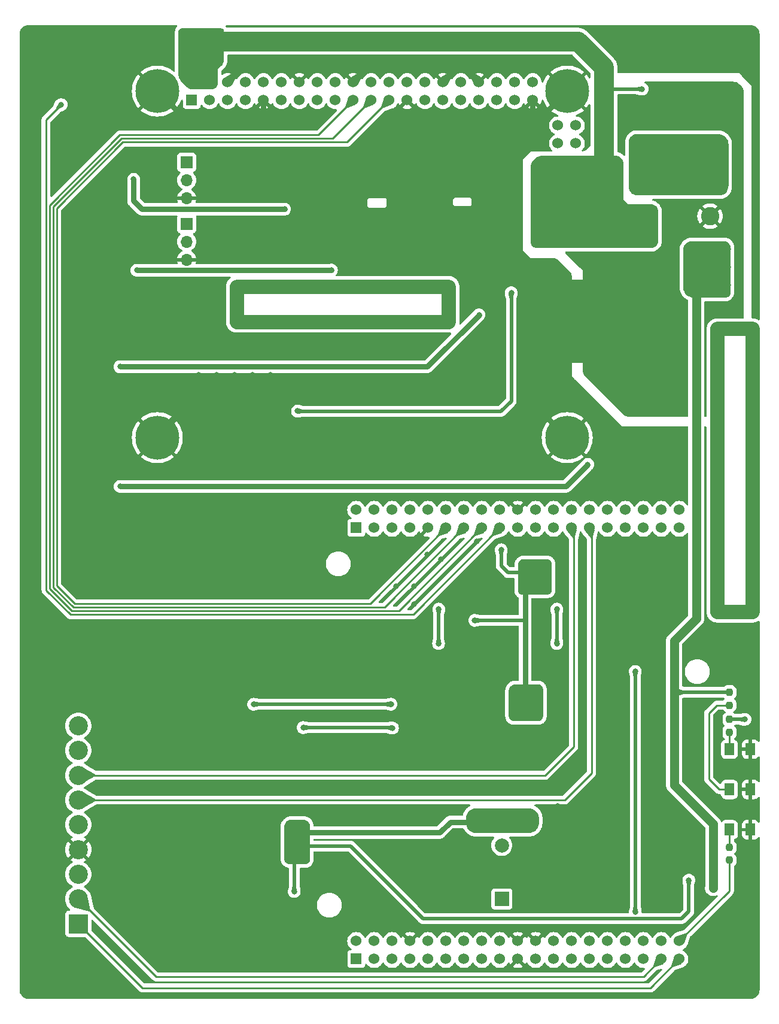
<source format=gbr>
%TF.GenerationSoftware,KiCad,Pcbnew,7.0.10-7.0.10~ubuntu22.04.1*%
%TF.CreationDate,2024-02-01T23:34:10+07:00*%
%TF.ProjectId,BFMC,42464d43-2e6b-4696-9361-645f70636258,rev?*%
%TF.SameCoordinates,Original*%
%TF.FileFunction,Copper,L1,Top*%
%TF.FilePolarity,Positive*%
%FSLAX46Y46*%
G04 Gerber Fmt 4.6, Leading zero omitted, Abs format (unit mm)*
G04 Created by KiCad (PCBNEW 7.0.10-7.0.10~ubuntu22.04.1) date 2024-02-01 23:34:10*
%MOMM*%
%LPD*%
G01*
G04 APERTURE LIST*
G04 Aperture macros list*
%AMRoundRect*
0 Rectangle with rounded corners*
0 $1 Rounding radius*
0 $2 $3 $4 $5 $6 $7 $8 $9 X,Y pos of 4 corners*
0 Add a 4 corners polygon primitive as box body*
4,1,4,$2,$3,$4,$5,$6,$7,$8,$9,$2,$3,0*
0 Add four circle primitives for the rounded corners*
1,1,$1+$1,$2,$3*
1,1,$1+$1,$4,$5*
1,1,$1+$1,$6,$7*
1,1,$1+$1,$8,$9*
0 Add four rect primitives between the rounded corners*
20,1,$1+$1,$2,$3,$4,$5,0*
20,1,$1+$1,$4,$5,$6,$7,0*
20,1,$1+$1,$6,$7,$8,$9,0*
20,1,$1+$1,$8,$9,$2,$3,0*%
G04 Aperture macros list end*
%TA.AperFunction,NonConductor*%
%ADD10C,2.000000*%
%TD*%
%TA.AperFunction,SMDPad,CuDef*%
%ADD11RoundRect,0.237500X-0.237500X0.250000X-0.237500X-0.250000X0.237500X-0.250000X0.237500X0.250000X0*%
%TD*%
%TA.AperFunction,ComponentPad*%
%ADD12R,2.700000X2.700000*%
%TD*%
%TA.AperFunction,ComponentPad*%
%ADD13C,2.700000*%
%TD*%
%TA.AperFunction,ComponentPad*%
%ADD14R,1.530000X1.530000*%
%TD*%
%TA.AperFunction,ComponentPad*%
%ADD15C,1.530000*%
%TD*%
%TA.AperFunction,ComponentPad*%
%ADD16R,1.700000X1.700000*%
%TD*%
%TA.AperFunction,ComponentPad*%
%ADD17O,1.700000X1.700000*%
%TD*%
%TA.AperFunction,SMDPad,CuDef*%
%ADD18RoundRect,0.250001X0.462499X0.624999X-0.462499X0.624999X-0.462499X-0.624999X0.462499X-0.624999X0*%
%TD*%
%TA.AperFunction,SMDPad,CuDef*%
%ADD19RoundRect,0.237500X0.237500X-0.250000X0.237500X0.250000X-0.237500X0.250000X-0.237500X-0.250000X0*%
%TD*%
%TA.AperFunction,ComponentPad*%
%ADD20C,6.200000*%
%TD*%
%TA.AperFunction,ComponentPad*%
%ADD21C,1.524000*%
%TD*%
%TA.AperFunction,ComponentPad*%
%ADD22R,1.524000X1.524000*%
%TD*%
%TA.AperFunction,ComponentPad*%
%ADD23R,2.600000X2.600000*%
%TD*%
%TA.AperFunction,ComponentPad*%
%ADD24C,2.600000*%
%TD*%
%TA.AperFunction,ComponentPad*%
%ADD25R,2.000000X2.000000*%
%TD*%
%TA.AperFunction,ComponentPad*%
%ADD26C,2.000000*%
%TD*%
%TA.AperFunction,ViaPad*%
%ADD27C,0.800000*%
%TD*%
%TA.AperFunction,Conductor*%
%ADD28C,0.508000*%
%TD*%
%TA.AperFunction,Conductor*%
%ADD29C,0.762000*%
%TD*%
%TA.AperFunction,Conductor*%
%ADD30C,2.794000*%
%TD*%
%TA.AperFunction,Conductor*%
%ADD31C,1.270000*%
%TD*%
%TA.AperFunction,Conductor*%
%ADD32C,0.254000*%
%TD*%
G04 APERTURE END LIST*
D10*
X142000000Y-57000000D02*
X147000000Y-57000000D01*
X147000000Y-97000000D01*
X142000000Y-97000000D01*
X142000000Y-57000000D01*
X74000000Y-51000000D02*
X104000000Y-51000000D01*
X104000000Y-56000000D01*
X74000000Y-56000000D01*
X74000000Y-51000000D01*
D11*
%TO.P,R2,1*%
%TO.N,+12V*%
X143724300Y-108360200D03*
%TO.P,R2,2*%
%TO.N,Net-(LED2-A)*%
X143724300Y-110185200D03*
%TD*%
D12*
%TO.P,J18,1,Data*%
%TO.N,SPI_PS2_MOSI*%
X51587400Y-141097000D03*
D13*
%TO.P,J18,2,CMD*%
%TO.N,SPI_PS2_MISO*%
X51587400Y-137597000D03*
%TO.P,J18,3,7.5V*%
%TO.N,unconnected-(J18-7.5V-Pad3)*%
X51587400Y-134097000D03*
%TO.P,J18,4,GND*%
%TO.N,GND*%
X51587400Y-130597000D03*
%TO.P,J18,5,3V3*%
%TO.N,+3.3V*%
X51587400Y-127097000D03*
%TO.P,J18,6,CS*%
%TO.N,SPI_PS2_CS*%
X51587400Y-123597000D03*
%TO.P,J18,7,CLK*%
%TO.N,SPI_PS2_SCK*%
X51587400Y-120097000D03*
%TO.P,J18,8,NC*%
%TO.N,unconnected-(J18-NC-Pad8)*%
X51587400Y-116597000D03*
%TO.P,J18,9,ACK*%
%TO.N,unconnected-(J18-ACK-Pad9)*%
X51587400Y-113097000D03*
%TD*%
D11*
%TO.P,R1,1*%
%TO.N,+5V*%
X143724300Y-112193700D03*
%TO.P,R1,2*%
%TO.N,Net-(LED1-A)*%
X143724300Y-114018700D03*
%TD*%
D14*
%TO.P,U1,CN7_1,PC10*%
%TO.N,unconnected-(U1A-PC10-PadCN7_1)*%
X90921600Y-146075400D03*
D15*
%TO.P,U1,CN7_2,PC11*%
%TO.N,INIT_MOTOR_BLDC*%
X90921600Y-143535400D03*
%TO.P,U1,CN7_3,PC12*%
%TO.N,unconnected-(U1A-PC12-PadCN7_3)*%
X93461600Y-146075400D03*
%TO.P,U1,CN7_4,PD2*%
%TO.N,unconnected-(U1A-PD2-PadCN7_4)*%
X93461600Y-143535400D03*
%TO.P,U1,CN7_5,VDD*%
%TO.N,unconnected-(U1A-VDD-PadCN7_5)*%
X96001600Y-146075400D03*
%TO.P,U1,CN7_6,E5V*%
%TO.N,unconnected-(U1A-E5V-PadCN7_6)*%
X96001600Y-143535400D03*
%TO.P,U1,CN7_7,BOOT0*%
%TO.N,unconnected-(U1A-BOOT0-PadCN7_7)*%
X98541600Y-146075400D03*
%TO.P,U1,CN7_8,GND_S1*%
%TO.N,GND*%
X98541600Y-143535400D03*
%TO.P,U1,CN7_9*%
%TO.N,N/C*%
X101081600Y-146075400D03*
%TO.P,U1,CN7_10*%
X101081600Y-143535400D03*
%TO.P,U1,CN7_11*%
X103621600Y-146075400D03*
%TO.P,U1,CN7_12,IOREF_S1*%
%TO.N,unconnected-(U1A-IOREF_S1-PadCN7_12)*%
X103621600Y-143535400D03*
%TO.P,U1,CN7_13,PA13*%
%TO.N,unconnected-(U1A-PA13-PadCN7_13)*%
X106161600Y-146075400D03*
%TO.P,U1,CN7_14,RESET_S1*%
%TO.N,unconnected-(U1A-RESET_S1-PadCN7_14)*%
X106161600Y-143535400D03*
%TO.P,U1,CN7_15,PA14*%
%TO.N,unconnected-(U1A-PA14-PadCN7_15)*%
X108701600Y-146075400D03*
%TO.P,U1,CN7_16,+3V3_S1*%
%TO.N,+3.3V*%
X108701600Y-143535400D03*
%TO.P,U1,CN7_17,PA15*%
%TO.N,unconnected-(U1A-PA15-PadCN7_17)*%
X111241600Y-146075400D03*
%TO.P,U1,CN7_18,+5V_S1*%
%TO.N,+5V*%
X111241600Y-143535400D03*
%TO.P,U1,CN7_19,GND_S1*%
%TO.N,GND*%
X113781600Y-146075400D03*
%TO.P,U1,CN7_20,GND_S1*%
X113781600Y-143535400D03*
%TO.P,U1,CN7_21,PB7*%
%TO.N,unconnected-(U1A-PB7-PadCN7_21)*%
X116321600Y-146075400D03*
%TO.P,U1,CN7_22,GND_S1*%
%TO.N,GND*%
X116321600Y-143535400D03*
%TO.P,U1,CN7_23,PC13*%
%TO.N,unconnected-(U1A-PC13-PadCN7_23)*%
X118861600Y-146075400D03*
%TO.P,U1,CN7_24,VIN_S1*%
%TO.N,unconnected-(U1A-VIN_S1-PadCN7_24)*%
X118861600Y-143535400D03*
%TO.P,U1,CN7_25,PC14*%
%TO.N,unconnected-(U1A-PC14-PadCN7_25)*%
X121401600Y-146075400D03*
%TO.P,U1,CN7_26*%
%TO.N,N/C*%
X121401600Y-143535400D03*
%TO.P,U1,CN7_27,PC15*%
%TO.N,unconnected-(U1A-PC15-PadCN7_27)*%
X123941600Y-146075400D03*
%TO.P,U1,CN7_28,PA0*%
%TO.N,unconnected-(U1A-PA0-PadCN7_28)*%
X123941600Y-143535400D03*
%TO.P,U1,CN7_29,PH0*%
%TO.N,unconnected-(U1A-PH0-PadCN7_29)*%
X126481600Y-146075400D03*
%TO.P,U1,CN7_30,PA1*%
%TO.N,BUZZER*%
X126481600Y-143535400D03*
%TO.P,U1,CN7_31,PH1*%
%TO.N,unconnected-(U1A-PH1-PadCN7_31)*%
X129021600Y-146075400D03*
%TO.P,U1,CN7_32,PA4*%
%TO.N,unconnected-(U1A-PA4-PadCN7_32)*%
X129021600Y-143535400D03*
%TO.P,U1,CN7_33,VBAT*%
%TO.N,unconnected-(U1A-VBAT-PadCN7_33)*%
X131561600Y-146075400D03*
%TO.P,U1,CN7_34,PB0*%
%TO.N,MOTOR_BLDC*%
X131561600Y-143535400D03*
%TO.P,U1,CN7_35,PC2*%
%TO.N,SPI_PS2_MISO*%
X134101600Y-146075400D03*
%TO.P,U1,CN7_36,PC1/PB9*%
%TO.N,unconnected-(U1A-PC1{slash}PB9-PadCN7_36)*%
X134101600Y-143535400D03*
%TO.P,U1,CN7_37,PC3*%
%TO.N,SPI_PS2_MOSI*%
X136641600Y-146075400D03*
%TO.P,U1,CN7_38,PC0/PB8*%
%TO.N,LED_INIT_BLDC*%
X136641600Y-143535400D03*
D14*
%TO.P,U1,CN10_1,PC9*%
%TO.N,ECHO_4*%
X90921600Y-85115400D03*
D15*
%TO.P,U1,CN10_2,PC8*%
%TO.N,TRIG_4*%
X90921600Y-82575400D03*
%TO.P,U1,CN10_3,PB8*%
%TO.N,I2C_SCL*%
X93461600Y-85115400D03*
%TO.P,U1,CN10_4,PC6*%
%TO.N,ECHO_3*%
X93461600Y-82575400D03*
%TO.P,U1,CN10_5,PB9*%
%TO.N,I2C_SDA*%
X96001600Y-85115400D03*
%TO.P,U1,CN10_6,PC5*%
%TO.N,TRIG_3*%
X96001600Y-82575400D03*
%TO.P,U1,CN10_7,AVDD*%
%TO.N,unconnected-(U1B-AVDD-PadCN10_7)*%
X98541600Y-85115400D03*
%TO.P,U1,CN10_8,U5V*%
%TO.N,unconnected-(U1B-U5V-PadCN10_8)*%
X98541600Y-82575400D03*
%TO.P,U1,CN10_9,GND_S2*%
%TO.N,GND*%
X101081600Y-85115400D03*
%TO.P,U1,CN10_10*%
%TO.N,N/C*%
X101081600Y-82575400D03*
%TO.P,U1,CN10_11,PA5*%
%TO.N,SPI_RAS_SCK*%
X103621600Y-85115400D03*
%TO.P,U1,CN10_12,PA12*%
%TO.N,ECHO_2*%
X103621600Y-82575400D03*
%TO.P,U1,CN10_13,PA6*%
%TO.N,SPI_RAS_MISO*%
X106161600Y-85115400D03*
%TO.P,U1,CN10_14,PA11*%
%TO.N,TRIG_2*%
X106161600Y-82575400D03*
%TO.P,U1,CN10_15,PA7*%
%TO.N,SPI_RAS_MOSI*%
X108701600Y-85115400D03*
%TO.P,U1,CN10_16,PB12*%
%TO.N,ECHO_1*%
X108701600Y-82575400D03*
%TO.P,U1,CN10_17,PB6*%
%TO.N,SPI_RAS_CS*%
X111241600Y-85115400D03*
%TO.P,U1,CN10_18*%
%TO.N,N/C*%
X111241600Y-82575400D03*
%TO.P,U1,CN10_19,PC7*%
%TO.N,unconnected-(U1B-PC7-PadCN10_19)*%
X113781600Y-85115400D03*
%TO.P,U1,CN10_20,GND_S2*%
%TO.N,GND*%
X113781600Y-82575400D03*
%TO.P,U1,CN10_21,PA9*%
%TO.N,MOTOR_CAMERA*%
X116321600Y-85115400D03*
%TO.P,U1,CN10_22,PB2*%
%TO.N,TRIG_1*%
X116321600Y-82575400D03*
%TO.P,U1,CN10_23,PA8*%
%TO.N,MOTOR_STEERING_1*%
X118861600Y-85115400D03*
%TO.P,U1,CN10_24,PB1*%
%TO.N,unconnected-(U1B-PB1-PadCN10_24)*%
X118861600Y-82575400D03*
%TO.P,U1,CN10_25,PB10*%
%TO.N,SPI_PS2_SCK*%
X121401600Y-85115400D03*
%TO.P,U1,CN10_26,PB15*%
%TO.N,unconnected-(U1B-PB15-PadCN10_26)*%
X121401600Y-82575400D03*
%TO.P,U1,CN10_27,PB4*%
%TO.N,SPI_PS2_CS*%
X123941600Y-85115400D03*
%TO.P,U1,CN10_28,PB14*%
%TO.N,unconnected-(U1B-PB14-PadCN10_28)*%
X123941600Y-82575400D03*
%TO.P,U1,CN10_29,PB5*%
%TO.N,unconnected-(U1B-PB5-PadCN10_29)*%
X126481600Y-85115400D03*
%TO.P,U1,CN10_30,PB13*%
%TO.N,unconnected-(U1B-PB13-PadCN10_30)*%
X126481600Y-82575400D03*
%TO.P,U1,CN10_31,PB3*%
%TO.N,MOTOR_STEERING_2*%
X129021600Y-85115400D03*
%TO.P,U1,CN10_32,AGND*%
%TO.N,unconnected-(U1B-AGND-PadCN10_32)*%
X129021600Y-82575400D03*
%TO.P,U1,CN10_33,PA10*%
%TO.N,unconnected-(U1B-PA10-PadCN10_33)*%
X131561600Y-85115400D03*
%TO.P,U1,CN10_34,PC4*%
%TO.N,unconnected-(U1B-PC4-PadCN10_34)*%
X131561600Y-82575400D03*
%TO.P,U1,CN10_35,PA2*%
%TO.N,LED_LEFT*%
X134101600Y-85115400D03*
%TO.P,U1,CN10_36*%
%TO.N,N/C*%
X134101600Y-82575400D03*
%TO.P,U1,CN10_37,PA3*%
%TO.N,LED_RIGHT*%
X136641600Y-85115400D03*
%TO.P,U1,CN10_38*%
%TO.N,N/C*%
X136641600Y-82575400D03*
%TD*%
D16*
%TO.P,J6,1,Pin_1*%
%TO.N,MOTOR_CAMERA_CO*%
X66929000Y-42113200D03*
D17*
%TO.P,J6,2,Pin_2*%
%TO.N,+5V*%
X66929000Y-44653200D03*
%TO.P,J6,3,Pin_3*%
%TO.N,GND*%
X66929000Y-47193200D03*
%TD*%
D18*
%TO.P,LED1,1,K*%
%TO.N,GND*%
X146699300Y-116408200D03*
%TO.P,LED1,2,A*%
%TO.N,Net-(LED1-A)*%
X143724300Y-116408200D03*
%TD*%
D16*
%TO.P,J5,1,Pin_1*%
%TO.N,MOTOR_STEERING_CO*%
X66929000Y-33426400D03*
D17*
%TO.P,J5,2,Pin_2*%
%TO.N,+5V*%
X66929000Y-35966400D03*
%TO.P,J5,3,Pin_3*%
%TO.N,GND*%
X66929000Y-38506400D03*
%TD*%
D18*
%TO.P,LED3,1,K*%
%TO.N,GND*%
X146699300Y-127787400D03*
%TO.P,LED3,2,A*%
%TO.N,Net-(LED3-A)*%
X143724300Y-127787400D03*
%TD*%
%TO.P,LED2,2,A*%
%TO.N,Net-(LED2-A)*%
X143724300Y-122097800D03*
%TO.P,LED2,1,K*%
%TO.N,GND*%
X146699300Y-122097800D03*
%TD*%
D19*
%TO.P,R4,1*%
%TO.N,LED_INIT_BLDC*%
X143724300Y-132103500D03*
%TO.P,R4,2*%
%TO.N,Net-(LED3-A)*%
X143724300Y-130278500D03*
%TD*%
D20*
%TO.P,U2,S4,SHIELD*%
%TO.N,GND*%
X62763400Y-72364600D03*
%TO.P,U2,S3,SHIELD*%
X120763400Y-72364600D03*
%TO.P,U2,S2,SHIELD*%
X120763400Y-23364600D03*
%TO.P,U2,S1,SHIELD*%
X62763400Y-23364600D03*
D21*
%TO.P,U2,44,TR02*%
%TO.N,unconnected-(U2-TR02-Pad44)*%
X119453400Y-28217600D03*
%TO.P,U2,43,TR03*%
%TO.N,unconnected-(U2-TR03-Pad43)*%
X119453400Y-30757600D03*
%TO.P,U2,42,TR00*%
%TO.N,unconnected-(U2-TR00-Pad42)*%
X121993400Y-28217600D03*
%TO.P,U2,41,TR01*%
%TO.N,unconnected-(U2-TR01-Pad41)*%
X121993400Y-30757600D03*
%TO.P,U2,40,GPIO21*%
%TO.N,unconnected-(U2-GPIO21-Pad40)*%
X115893400Y-22094600D03*
%TO.P,U2,39,GND*%
%TO.N,GND*%
X115893400Y-24634600D03*
%TO.P,U2,38,GPIO20*%
%TO.N,unconnected-(U2-GPIO20-Pad38)*%
X113353400Y-22094600D03*
%TO.P,U2,37,GPIO26*%
%TO.N,unconnected-(U2-GPIO26-Pad37)*%
X113353400Y-24634600D03*
%TO.P,U2,36,GPIO16*%
%TO.N,unconnected-(U2-GPIO16-Pad36)*%
X110813400Y-22094600D03*
%TO.P,U2,35,GPIO19*%
%TO.N,unconnected-(U2-GPIO19-Pad35)*%
X110813400Y-24634600D03*
%TO.P,U2,34,GND*%
%TO.N,GND*%
X108273400Y-22094600D03*
%TO.P,U2,33,GPIO13*%
%TO.N,unconnected-(U2-GPIO13-Pad33)*%
X108273400Y-24634600D03*
%TO.P,U2,32,GPIO12*%
%TO.N,unconnected-(U2-GPIO12-Pad32)*%
X105733400Y-22094600D03*
%TO.P,U2,31,GPIO6*%
%TO.N,unconnected-(U2-GPIO6-Pad31)*%
X105733400Y-24634600D03*
%TO.P,U2,30,GND*%
%TO.N,GND*%
X103193400Y-22094600D03*
%TO.P,U2,29,GPIO5*%
%TO.N,unconnected-(U2-GPIO5-Pad29)*%
X103193400Y-24634600D03*
%TO.P,U2,28,ID_SC*%
%TO.N,unconnected-(U2-ID_SC-Pad28)*%
X100653400Y-22094600D03*
%TO.P,U2,27,ID_SD*%
%TO.N,unconnected-(U2-ID_SD-Pad27)*%
X100653400Y-24634600D03*
%TO.P,U2,26,GPIO7/~{SPI_CE1}*%
%TO.N,SPI_RAS_CS*%
X98113400Y-22094600D03*
%TO.P,U2,25,GND*%
%TO.N,GND*%
X98113400Y-24634600D03*
%TO.P,U2,24,GPIO8/~{SPI_CE0}*%
%TO.N,unconnected-(U2-GPIO8{slash}~{SPI_CE0}-Pad24)*%
X95573400Y-22094600D03*
%TO.P,U2,23,GPIO11/SPI_SCLK*%
%TO.N,SPI_RAS_SCK*%
X95573400Y-24634600D03*
%TO.P,U2,22,GPIO25/GPIO_GEN6*%
%TO.N,unconnected-(U2-GPIO25{slash}GPIO_GEN6-Pad22)*%
X93033400Y-22094600D03*
%TO.P,U2,21,GPIO9/SPI_MISO*%
%TO.N,SPI_RAS_MISO*%
X93033400Y-24634600D03*
%TO.P,U2,20,GND*%
%TO.N,GND*%
X90493400Y-22094600D03*
%TO.P,U2,19,GPIO10/SPI_MOSI*%
%TO.N,SPI_RAS_MOSI*%
X90493400Y-24634600D03*
%TO.P,U2,18,GPIO24/GPIO_GEN5*%
%TO.N,unconnected-(U2-GPIO24{slash}GPIO_GEN5-Pad18)*%
X87953400Y-22094600D03*
%TO.P,U2,17,3V3*%
%TO.N,unconnected-(U2-3V3-Pad1)*%
X87953400Y-24634600D03*
%TO.P,U2,16,GPIO23/GPIO_GEN4*%
%TO.N,unconnected-(U2-GPIO23{slash}GPIO_GEN4-Pad16)*%
X85413400Y-22094600D03*
%TO.P,U2,15,GPIO22/GPIO_GEN3*%
%TO.N,unconnected-(U2-GPIO22{slash}GPIO_GEN3-Pad15)*%
X85413400Y-24634600D03*
%TO.P,U2,14,GND*%
%TO.N,GND*%
X82873400Y-22094600D03*
%TO.P,U2,13,GPIO27/GPIO_GEN2*%
%TO.N,unconnected-(U2-GPIO27{slash}GPIO_GEN2-Pad13)*%
X82873400Y-24634600D03*
%TO.P,U2,12,GPIO18/GPIO_GEN1*%
%TO.N,unconnected-(U2-GPIO18{slash}GPIO_GEN1-Pad12)*%
X80333400Y-22094600D03*
%TO.P,U2,11,GPIO17/GPIO_GEN0*%
%TO.N,unconnected-(U2-GPIO17{slash}GPIO_GEN0-Pad11)*%
X80333400Y-24634600D03*
%TO.P,U2,10,GPIO15/RXD0*%
%TO.N,unconnected-(U2-GPIO15{slash}RXD0-Pad10)*%
X77793400Y-22094600D03*
%TO.P,U2,9,GND*%
%TO.N,GND*%
X77793400Y-24634600D03*
%TO.P,U2,8,GPIO14/TXD0*%
%TO.N,unconnected-(U2-GPIO14{slash}TXD0-Pad8)*%
X75253400Y-22094600D03*
%TO.P,U2,7,GPIO4/GPIO_GCKL*%
%TO.N,unconnected-(U2-GPIO4{slash}GPIO_GCKL-Pad7)*%
X75253400Y-24634600D03*
%TO.P,U2,6,GND*%
%TO.N,GND*%
X72713400Y-22094600D03*
%TO.P,U2,5,GPIO3/SCL1*%
%TO.N,unconnected-(U2-GPIO3{slash}SCL1-Pad5)*%
X72713400Y-24634600D03*
%TO.P,U2,4,5V*%
%TO.N,+5V*%
X70173400Y-22094600D03*
%TO.P,U2,3,GPIO2/SDA1*%
%TO.N,unconnected-(U2-GPIO2{slash}SDA1-Pad3)*%
X70173400Y-24634600D03*
%TO.P,U2,2,5V*%
%TO.N,+5V*%
X67633400Y-22094600D03*
D22*
%TO.P,U2,1,3V3*%
%TO.N,unconnected-(U2-3V3-Pad1)*%
X67633400Y-24634600D03*
%TD*%
D23*
%TO.P,J2,1,Pin_1*%
%TO.N,Net-(J2-Pin_1)*%
X140980200Y-35966400D03*
D24*
%TO.P,J2,2,Pin_2*%
%TO.N,GND*%
X140980200Y-41046400D03*
%TD*%
D25*
%TO.P,BZ1,1,-*%
%TO.N,+5V*%
X111506000Y-137591800D03*
D26*
%TO.P,BZ1,2,+*%
%TO.N,Net-(BZ1-+)*%
X111506000Y-129991800D03*
%TD*%
D27*
%TO.N,GND*%
X88544400Y-69977000D03*
X88366600Y-63703200D03*
X84556600Y-63677800D03*
X125730000Y-87630000D03*
X132080000Y-93980000D03*
%TO.N,+5V*%
X57505600Y-79248000D03*
X80772000Y-40055800D03*
X57480200Y-62331600D03*
X76377800Y-110058200D03*
X121920000Y-35560000D03*
X87401400Y-48666400D03*
X127000000Y-35560000D03*
X127000000Y-40640000D03*
X59867800Y-48691800D03*
X131368800Y-23063200D03*
X123672600Y-76149200D03*
X116840000Y-38100000D03*
X119380000Y-33020000D03*
X130403600Y-105410000D03*
X95834200Y-110058200D03*
X127000000Y-38100000D03*
X116840000Y-33020000D03*
X121920000Y-43180000D03*
X124460000Y-40640000D03*
X124460000Y-35560000D03*
X121920000Y-38100000D03*
X116840000Y-35560000D03*
X119380000Y-38100000D03*
X116840000Y-40640000D03*
X108280200Y-54991000D03*
X145923000Y-112191800D03*
X119380000Y-35560000D03*
X116840000Y-43180000D03*
X119303800Y-96596200D03*
X121920000Y-33020000D03*
X83388200Y-113360200D03*
X119380000Y-40640000D03*
X102565200Y-101473000D03*
X119303800Y-101473000D03*
X121920000Y-40640000D03*
X124460000Y-33020000D03*
X124460000Y-38100000D03*
X96037400Y-113411000D03*
X102590600Y-96596200D03*
X130403600Y-139395200D03*
X127000000Y-33020000D03*
X59410600Y-35839400D03*
X119380000Y-43180000D03*
%TO.N,+12V*%
X143510000Y-45720000D03*
X137236200Y-122834400D03*
X143510000Y-50800000D03*
X138430000Y-48260000D03*
X138430000Y-45720000D03*
X140970000Y-45720000D03*
X140970000Y-50800000D03*
X143510000Y-48260000D03*
X139776200Y-125323600D03*
X141427200Y-132207000D03*
X140970000Y-48260000D03*
X141401800Y-136017000D03*
%TO.N,GND*%
X76200000Y-121920000D03*
X50800000Y-30480000D03*
X45720000Y-27940000D03*
X88900000Y-142240000D03*
X132080000Y-124460000D03*
X60960000Y-91440000D03*
X48260000Y-17780000D03*
X144780000Y-147320000D03*
X139700000Y-116840000D03*
X71120000Y-35560000D03*
X104140000Y-106680000D03*
X60960000Y-101600000D03*
X99060000Y-73660000D03*
X139700000Y-25400000D03*
X137160000Y-40640000D03*
X68580000Y-93980000D03*
X66040000Y-111760000D03*
X137160000Y-17780000D03*
X121920000Y-124460000D03*
X76200000Y-139700000D03*
X53340000Y-81280000D03*
X68580000Y-109220000D03*
X78740000Y-83820000D03*
X99060000Y-27940000D03*
X48260000Y-15240000D03*
X93980000Y-76200000D03*
X71120000Y-66040000D03*
X129540000Y-15240000D03*
X45720000Y-55880000D03*
X106680000Y-106680000D03*
X68580000Y-147320000D03*
X101600000Y-121920000D03*
X109220000Y-111760000D03*
X111760000Y-50800000D03*
X124460000Y-124460000D03*
X99060000Y-40640000D03*
X88900000Y-86360000D03*
X81280000Y-86360000D03*
X129540000Y-20320000D03*
X45720000Y-71120000D03*
X66040000Y-101600000D03*
X137160000Y-15240000D03*
X134620000Y-22860000D03*
X132080000Y-20320000D03*
X58420000Y-93980000D03*
X60960000Y-116840000D03*
X137160000Y-127000000D03*
X45720000Y-15240000D03*
X142240000Y-106680000D03*
X109220000Y-116840000D03*
X76200000Y-134620000D03*
X54610000Y-142240000D03*
X129540000Y-25400000D03*
X124460000Y-53340000D03*
X53340000Y-101600000D03*
X109220000Y-114300000D03*
X105410000Y-71120000D03*
X78740000Y-35560000D03*
X63500000Y-50800000D03*
X139700000Y-114300000D03*
X73660000Y-121920000D03*
X48260000Y-101600000D03*
X116840000Y-101600000D03*
X55880000Y-25400000D03*
X76200000Y-38100000D03*
X109220000Y-101600000D03*
X107950000Y-76200000D03*
X73660000Y-66040000D03*
X132080000Y-129540000D03*
X73660000Y-27940000D03*
X88900000Y-35560000D03*
X63500000Y-93980000D03*
X48260000Y-99060000D03*
X45720000Y-38100000D03*
X71120000Y-68580000D03*
X119380000Y-127000000D03*
X73660000Y-104140000D03*
X73660000Y-147320000D03*
X63500000Y-53340000D03*
X147320000Y-15240000D03*
X66040000Y-144780000D03*
X99060000Y-71120000D03*
X132080000Y-76200000D03*
X55880000Y-17780000D03*
X63500000Y-134620000D03*
X132080000Y-58420000D03*
X114300000Y-50800000D03*
X86360000Y-101600000D03*
X119380000Y-114300000D03*
X45720000Y-30480000D03*
X139700000Y-27940000D03*
X76200000Y-45720000D03*
X68580000Y-116840000D03*
X73660000Y-91440000D03*
X135890000Y-91440000D03*
X45720000Y-17780000D03*
X48260000Y-20320000D03*
X50800000Y-15240000D03*
X45720000Y-43180000D03*
X66040000Y-55880000D03*
X58420000Y-111760000D03*
X58420000Y-17780000D03*
X101600000Y-73660000D03*
X58420000Y-114300000D03*
X60960000Y-55880000D03*
X137160000Y-60960000D03*
X71120000Y-134620000D03*
X91440000Y-104140000D03*
X66040000Y-106680000D03*
X58420000Y-73660000D03*
X58420000Y-116840000D03*
X83820000Y-45720000D03*
X71120000Y-38100000D03*
X86360000Y-142240000D03*
X93980000Y-106680000D03*
X111760000Y-101600000D03*
X137160000Y-43180000D03*
X135890000Y-87630000D03*
X80010000Y-74930000D03*
X111760000Y-43180000D03*
X142240000Y-101600000D03*
X129540000Y-50800000D03*
X73660000Y-86360000D03*
X83820000Y-104140000D03*
X111760000Y-121920000D03*
X144780000Y-142240000D03*
X132080000Y-15240000D03*
X93980000Y-27940000D03*
X73660000Y-101600000D03*
X63500000Y-91440000D03*
X109220000Y-27940000D03*
X109220000Y-30480000D03*
X101600000Y-106680000D03*
X68580000Y-71120000D03*
X68580000Y-114300000D03*
X129540000Y-17780000D03*
X86360000Y-116840000D03*
X144780000Y-48260000D03*
X96520000Y-30480000D03*
X101600000Y-27940000D03*
X134620000Y-20320000D03*
X139700000Y-129540000D03*
X116840000Y-121920000D03*
X142240000Y-22860000D03*
X83820000Y-35560000D03*
X107950000Y-86995000D03*
X71120000Y-83820000D03*
X129540000Y-68580000D03*
X107950000Y-73660000D03*
X127000000Y-114300000D03*
X58420000Y-139700000D03*
X129540000Y-48260000D03*
X50800000Y-20320000D03*
X81280000Y-33020000D03*
X45720000Y-104140000D03*
X55880000Y-116840000D03*
X106680000Y-114300000D03*
X76200000Y-63500000D03*
X144780000Y-106680000D03*
X63500000Y-104140000D03*
X99060000Y-43180000D03*
X86360000Y-88900000D03*
X111760000Y-40640000D03*
X121920000Y-119380000D03*
X63500000Y-88900000D03*
X134620000Y-48260000D03*
X101600000Y-66040000D03*
X139700000Y-17780000D03*
X71120000Y-45720000D03*
X88900000Y-33020000D03*
X71120000Y-147320000D03*
X119380000Y-111760000D03*
X93980000Y-33020000D03*
X83820000Y-40640000D03*
X111760000Y-73660000D03*
X109220000Y-109220000D03*
X66040000Y-50800000D03*
X76200000Y-101600000D03*
X142240000Y-149860000D03*
X83820000Y-91440000D03*
X116840000Y-97790000D03*
X124460000Y-127000000D03*
X88900000Y-111760000D03*
X50800000Y-17780000D03*
X66040000Y-66040000D03*
X88900000Y-43180000D03*
X68580000Y-66040000D03*
X119380000Y-58420000D03*
X73660000Y-76200000D03*
X119380000Y-55880000D03*
X127000000Y-53340000D03*
X137160000Y-27940000D03*
X121920000Y-60960000D03*
X132080000Y-101600000D03*
X121920000Y-50800000D03*
X76200000Y-116840000D03*
X88900000Y-81280000D03*
X106680000Y-33020000D03*
X63500000Y-55880000D03*
X71120000Y-106680000D03*
X114300000Y-71120000D03*
X127000000Y-66040000D03*
X107950000Y-71120000D03*
X68580000Y-121920000D03*
X81280000Y-81280000D03*
X88900000Y-83820000D03*
X81280000Y-45720000D03*
X60960000Y-88900000D03*
X142240000Y-124460000D03*
X60960000Y-142240000D03*
X66040000Y-147320000D03*
X144780000Y-20320000D03*
X127000000Y-15240000D03*
X73660000Y-106680000D03*
X116840000Y-116840000D03*
X73660000Y-33020000D03*
X124460000Y-50800000D03*
X83820000Y-81280000D03*
X68580000Y-106680000D03*
X121920000Y-127000000D03*
X106680000Y-116840000D03*
X129540000Y-99060000D03*
X45720000Y-68580000D03*
X137160000Y-68580000D03*
X45720000Y-58420000D03*
X105410000Y-66040000D03*
X134620000Y-76200000D03*
X71120000Y-63500000D03*
X71120000Y-93980000D03*
X71120000Y-71120000D03*
X144780000Y-15240000D03*
X135890000Y-93980000D03*
X81280000Y-35560000D03*
X139700000Y-20320000D03*
X45720000Y-93980000D03*
X63500000Y-137160000D03*
X132080000Y-127000000D03*
X106680000Y-111760000D03*
X60960000Y-134620000D03*
X86360000Y-33020000D03*
X109220000Y-35560000D03*
X66040000Y-93980000D03*
X101600000Y-111760000D03*
X45720000Y-78740000D03*
X139700000Y-22860000D03*
X66040000Y-86360000D03*
X142240000Y-27940000D03*
X147320000Y-20320000D03*
X78740000Y-43180000D03*
X124460000Y-129540000D03*
X96520000Y-27940000D03*
X134620000Y-73660000D03*
X53340000Y-63500000D03*
X134620000Y-45720000D03*
X119380000Y-124460000D03*
X93980000Y-35560000D03*
X114300000Y-66040000D03*
X63500000Y-147320000D03*
X94742000Y-88849200D03*
X101600000Y-30480000D03*
X134620000Y-27940000D03*
X63500000Y-86360000D03*
X71120000Y-91440000D03*
X111760000Y-116840000D03*
X60960000Y-121920000D03*
X127000000Y-111760000D03*
X93980000Y-121920000D03*
X81280000Y-43180000D03*
X45720000Y-53340000D03*
X121920000Y-129540000D03*
X144780000Y-104140000D03*
X45720000Y-91440000D03*
X144780000Y-45720000D03*
X45720000Y-40640000D03*
X91440000Y-88900000D03*
X66040000Y-68580000D03*
X63500000Y-116840000D03*
X68580000Y-91440000D03*
X88900000Y-45720000D03*
X88900000Y-116840000D03*
X60960000Y-53340000D03*
X66040000Y-58420000D03*
X45720000Y-25400000D03*
X86360000Y-104140000D03*
X66040000Y-116840000D03*
X106680000Y-121920000D03*
X71120000Y-33020000D03*
X66040000Y-53340000D03*
X86360000Y-81280000D03*
X127000000Y-106680000D03*
X91440000Y-30480000D03*
X144780000Y-53340000D03*
X114300000Y-73660000D03*
X96520000Y-121920000D03*
X142240000Y-43180000D03*
X106680000Y-35560000D03*
X127000000Y-109220000D03*
X129540000Y-66040000D03*
X63500000Y-111760000D03*
X71120000Y-137160000D03*
X83820000Y-86360000D03*
X127000000Y-17780000D03*
X60960000Y-114300000D03*
X96520000Y-93345000D03*
X88900000Y-48260000D03*
X106680000Y-109220000D03*
X66040000Y-121920000D03*
X58420000Y-142240000D03*
X83820000Y-139700000D03*
X53340000Y-30480000D03*
X83820000Y-27940000D03*
X137160000Y-129540000D03*
X73660000Y-93980000D03*
X119380000Y-53340000D03*
X119380000Y-60960000D03*
X50800000Y-81280000D03*
X134620000Y-43180000D03*
X55880000Y-121920000D03*
X53340000Y-147320000D03*
X91440000Y-40640000D03*
X134620000Y-15240000D03*
X91440000Y-45720000D03*
X63500000Y-106680000D03*
X124460000Y-15240000D03*
X134620000Y-40640000D03*
X134620000Y-17780000D03*
X93980000Y-71120000D03*
X96520000Y-111760000D03*
X144780000Y-33020000D03*
X109220000Y-50800000D03*
X81280000Y-88900000D03*
X105410000Y-73660000D03*
X73660000Y-68580000D03*
X132080000Y-17780000D03*
X76200000Y-137160000D03*
X60960000Y-81280000D03*
X83820000Y-106680000D03*
X53340000Y-15240000D03*
X86360000Y-132080000D03*
X78740000Y-87630000D03*
X45720000Y-76200000D03*
X66040000Y-109220000D03*
X91440000Y-106680000D03*
X142240000Y-17780000D03*
X96520000Y-35560000D03*
X71120000Y-43180000D03*
X144780000Y-40640000D03*
X58420000Y-101600000D03*
X71120000Y-104140000D03*
X99060000Y-93345000D03*
X96520000Y-104140000D03*
X124460000Y-63500000D03*
X119380000Y-106680000D03*
X63500000Y-58420000D03*
X63500000Y-109220000D03*
X121920000Y-58420000D03*
X76200000Y-132080000D03*
X76200000Y-106680000D03*
X86360000Y-35560000D03*
X91440000Y-48260000D03*
X60960000Y-15240000D03*
X101600000Y-114300000D03*
X127000000Y-124460000D03*
X134620000Y-58420000D03*
X96520000Y-101600000D03*
X60960000Y-144780000D03*
X93980000Y-73660000D03*
X45720000Y-88900000D03*
X144780000Y-25400000D03*
X63500000Y-121920000D03*
X50800000Y-78740000D03*
X55880000Y-114300000D03*
X53340000Y-22860000D03*
X127000000Y-119380000D03*
X147320000Y-17780000D03*
X78740000Y-101600000D03*
X109220000Y-33020000D03*
X144780000Y-30480000D03*
X76200000Y-104140000D03*
X134620000Y-124460000D03*
X73660000Y-109220000D03*
X55880000Y-101600000D03*
X101600000Y-109220000D03*
X78740000Y-106680000D03*
X68580000Y-101600000D03*
X53340000Y-25400000D03*
X144780000Y-43180000D03*
X58420000Y-15240000D03*
X76200000Y-142240000D03*
X63500000Y-101600000D03*
X109220000Y-106680000D03*
X93980000Y-111760000D03*
X73660000Y-88900000D03*
X127000000Y-50800000D03*
X83820000Y-83820000D03*
X66040000Y-91440000D03*
X45720000Y-73660000D03*
X83820000Y-33020000D03*
X73660000Y-83820000D03*
X71120000Y-88900000D03*
X144780000Y-17780000D03*
X116840000Y-95529400D03*
X144780000Y-101600000D03*
X68580000Y-111760000D03*
X99060000Y-101600000D03*
X139700000Y-43180000D03*
X86360000Y-86360000D03*
X71120000Y-114300000D03*
X60960000Y-93980000D03*
X142240000Y-25400000D03*
X68580000Y-104140000D03*
X116840000Y-114300000D03*
X96520000Y-106680000D03*
X73660000Y-35560000D03*
X142240000Y-147320000D03*
X66040000Y-83820000D03*
X144780000Y-22860000D03*
X45720000Y-86360000D03*
X48260000Y-104140000D03*
X73660000Y-114300000D03*
X144780000Y-38100000D03*
X48260000Y-22860000D03*
X139700000Y-119380000D03*
X68580000Y-63500000D03*
X73660000Y-81280000D03*
X60960000Y-17780000D03*
X132080000Y-27940000D03*
X106680000Y-27940000D03*
X104140000Y-121920000D03*
X137160000Y-22860000D03*
X104140000Y-27940000D03*
X45720000Y-60960000D03*
X127000000Y-121920000D03*
X114300000Y-68580000D03*
X71120000Y-139700000D03*
X73660000Y-43180000D03*
X78740000Y-33020000D03*
X101600000Y-43180000D03*
X88900000Y-106680000D03*
X99060000Y-66040000D03*
X127000000Y-101600000D03*
X59690000Y-147320000D03*
X68580000Y-86360000D03*
X68580000Y-88900000D03*
X99060000Y-76200000D03*
X144780000Y-139700000D03*
X68580000Y-83820000D03*
X78740000Y-104140000D03*
X93980000Y-101600000D03*
X102870000Y-89535000D03*
X142240000Y-99060000D03*
X139700000Y-149860000D03*
X121920000Y-53340000D03*
X71120000Y-86360000D03*
X50800000Y-144780000D03*
X55880000Y-22860000D03*
X76200000Y-33020000D03*
X142240000Y-104140000D03*
X73660000Y-45720000D03*
X58420000Y-121920000D03*
X71120000Y-142240000D03*
X55880000Y-111760000D03*
X139700000Y-121920000D03*
X71120000Y-121920000D03*
X127000000Y-63500000D03*
X58420000Y-137160000D03*
X78740000Y-27940000D03*
X60960000Y-50800000D03*
X66040000Y-114300000D03*
X105410000Y-76200000D03*
X66040000Y-104140000D03*
X91440000Y-43180000D03*
X78740000Y-38100000D03*
X76200000Y-27940000D03*
X144780000Y-50800000D03*
X111760000Y-71120000D03*
X76200000Y-66040000D03*
X132080000Y-73660000D03*
X60960000Y-137160000D03*
X88900000Y-101600000D03*
X50800000Y-147320000D03*
X45720000Y-22860000D03*
X104140000Y-101600000D03*
X99060000Y-30480000D03*
X93980000Y-104140000D03*
X104140000Y-30480000D03*
X71120000Y-109220000D03*
X78740000Y-63500000D03*
X71120000Y-27940000D03*
X96520000Y-33020000D03*
X71120000Y-81280000D03*
X60960000Y-139700000D03*
X71120000Y-111760000D03*
X78740000Y-77470000D03*
X68580000Y-81280000D03*
X76200000Y-35560000D03*
X101600000Y-40640000D03*
X93980000Y-66040000D03*
X73660000Y-63500000D03*
X91440000Y-111760000D03*
X71120000Y-101600000D03*
X139700000Y-15240000D03*
X91440000Y-91440000D03*
X132080000Y-96520000D03*
X45720000Y-106680000D03*
X99060000Y-95885000D03*
X137160000Y-63500000D03*
X104140000Y-109220000D03*
X73660000Y-111760000D03*
X142240000Y-20320000D03*
X81280000Y-83820000D03*
X71120000Y-144780000D03*
X144780000Y-149860000D03*
X106680000Y-30480000D03*
X111760000Y-114300000D03*
X100965000Y-88900000D03*
X83820000Y-88900000D03*
X144780000Y-27940000D03*
X68580000Y-68580000D03*
X135890000Y-96520000D03*
X81280000Y-111760000D03*
X73660000Y-38100000D03*
X50800000Y-101600000D03*
X99060000Y-45720000D03*
X50800000Y-63500000D03*
X114300000Y-76200000D03*
X63500000Y-144780000D03*
X144780000Y-124460000D03*
X106680000Y-101600000D03*
X101600000Y-45720000D03*
X114300000Y-63500000D03*
X63500000Y-17780000D03*
X45720000Y-20320000D03*
X68580000Y-73660000D03*
X88900000Y-40640000D03*
X137160000Y-20320000D03*
X127000000Y-116840000D03*
X104140000Y-116840000D03*
X55880000Y-15240000D03*
X76200000Y-43180000D03*
X144780000Y-35560000D03*
X144780000Y-99060000D03*
X93980000Y-139700000D03*
X109220000Y-121920000D03*
X58420000Y-91440000D03*
X116840000Y-87630000D03*
X68580000Y-58420000D03*
X63500000Y-114300000D03*
X134620000Y-127000000D03*
X101600000Y-76200000D03*
X83820000Y-43180000D03*
X58420000Y-134620000D03*
X129540000Y-101600000D03*
X119380000Y-50800000D03*
X111760000Y-76200000D03*
X68580000Y-27940000D03*
X68580000Y-144780000D03*
X101600000Y-71120000D03*
X137160000Y-58420000D03*
X101600000Y-116840000D03*
X137160000Y-66040000D03*
X93980000Y-30480000D03*
X48260000Y-106680000D03*
X142240000Y-15240000D03*
X81280000Y-91440000D03*
X66040000Y-88900000D03*
X86360000Y-83820000D03*
X60960000Y-111760000D03*
X83820000Y-142240000D03*
X78740000Y-45720000D03*
X63500000Y-139700000D03*
X119380000Y-87630000D03*
X45720000Y-35560000D03*
X63500000Y-15240000D03*
X53340000Y-17780000D03*
X134620000Y-129540000D03*
X111760000Y-45720000D03*
X104140000Y-114300000D03*
X144780000Y-144780000D03*
X121920000Y-55880000D03*
X104140000Y-111760000D03*
X129540000Y-27940000D03*
X81280000Y-27940000D03*
X119380000Y-109220000D03*
X107950000Y-66040000D03*
X83820000Y-116840000D03*
%TO.N,+3.3V*%
X114300000Y-91440000D03*
X82550000Y-127000000D03*
X113030000Y-111760000D03*
X114300000Y-90170000D03*
X113030000Y-107950000D03*
X114300000Y-109220000D03*
X113030000Y-110490000D03*
X107950000Y-125730000D03*
X116840000Y-110490000D03*
X113030000Y-125730000D03*
X137972800Y-134924800D03*
X81280000Y-132080000D03*
X115570000Y-110490000D03*
X115570000Y-93980000D03*
X110490000Y-125730000D03*
X82550000Y-128270000D03*
X114300000Y-110490000D03*
X112852200Y-51866800D03*
X83820000Y-130810000D03*
X116840000Y-107950000D03*
X83820000Y-132080000D03*
X116840000Y-93980000D03*
X118110000Y-91440000D03*
X110490000Y-127000000D03*
X107670600Y-98203300D03*
X83820000Y-128270000D03*
X115570000Y-91440000D03*
X107950000Y-127000000D03*
X81280000Y-127000000D03*
X113030000Y-109220000D03*
X115570000Y-107950000D03*
X115570000Y-92710000D03*
X116840000Y-91440000D03*
X81280000Y-128270000D03*
X115570000Y-90170000D03*
X115570000Y-109220000D03*
X116840000Y-109220000D03*
X113030000Y-127000000D03*
X81280000Y-129540000D03*
X82550000Y-130810000D03*
X118110000Y-93980000D03*
X83820000Y-127000000D03*
X83820000Y-129540000D03*
X116840000Y-92710000D03*
X115570000Y-111760000D03*
X115570000Y-125730000D03*
X118110000Y-92710000D03*
X81280000Y-130810000D03*
X114300000Y-111760000D03*
X111429800Y-88214200D03*
X114300000Y-107950000D03*
X82143600Y-136525000D03*
X82550000Y-132080000D03*
X114300000Y-93980000D03*
X114300000Y-92710000D03*
X118110000Y-90170000D03*
X116840000Y-111760000D03*
X115570000Y-127000000D03*
X82550000Y-129540000D03*
X116840000Y-90170000D03*
X82600800Y-68605400D03*
%TO.N,SPI_RAS_CS*%
X49149000Y-25273000D03*
%TO.N,Net-(J2-Pin_1)*%
X134620000Y-35560000D03*
X142240000Y-33020000D03*
X139700000Y-33020000D03*
X134620000Y-33020000D03*
X137160000Y-33020000D03*
X132080000Y-33020000D03*
X137160000Y-35560000D03*
%TD*%
D28*
%TO.N,+5V*%
X95986600Y-113360200D02*
X83388200Y-113360200D01*
D29*
X60579000Y-40055800D02*
X59410600Y-38887400D01*
X87376000Y-48691800D02*
X87401400Y-48666400D01*
X80772000Y-40055800D02*
X60579000Y-40055800D01*
D28*
X130403600Y-105410000D02*
X130403600Y-139395200D01*
D29*
X100939600Y-62331600D02*
X108280200Y-54991000D01*
D28*
X95834200Y-110058200D02*
X76377800Y-110058200D01*
D29*
X120573800Y-79248000D02*
X123672600Y-76149200D01*
D28*
X131368800Y-23063200D02*
X126238000Y-23063200D01*
D30*
X122275600Y-16306800D02*
X125958600Y-19989800D01*
D28*
X119303800Y-96596200D02*
X119303800Y-101473000D01*
D30*
X125958600Y-23342600D02*
X125958600Y-34290000D01*
D28*
X102590600Y-96596200D02*
X102590600Y-101447600D01*
D29*
X57480200Y-62331600D02*
X100939600Y-62331600D01*
X57505600Y-79248000D02*
X120573800Y-79248000D01*
D31*
X67633400Y-22094600D02*
X70173400Y-22094600D01*
D28*
X102590600Y-101447600D02*
X102565200Y-101473000D01*
D29*
X59867800Y-48691800D02*
X87376000Y-48691800D01*
D28*
X143724300Y-112193700D02*
X145921100Y-112193700D01*
X126238000Y-23063200D02*
X125958600Y-23342600D01*
D30*
X69697600Y-16306800D02*
X122275600Y-16306800D01*
X125958600Y-19989800D02*
X125958600Y-23342600D01*
D29*
X59410600Y-38887400D02*
X59410600Y-35839400D01*
D28*
X145921100Y-112193700D02*
X145923000Y-112191800D01*
D31*
%TO.N,+12V*%
X137261600Y-122834400D02*
X137236200Y-122834400D01*
X141427200Y-132207000D02*
X141427200Y-127000000D01*
X137236200Y-122809000D02*
X135890000Y-121462800D01*
X141427200Y-132207000D02*
X141427200Y-135991600D01*
X139039600Y-46329600D02*
X138430000Y-45720000D01*
X139039600Y-97942400D02*
X139039600Y-46329600D01*
X141427200Y-135991600D02*
X141401800Y-136017000D01*
X141427200Y-127000000D02*
X139776200Y-125349000D01*
X139750800Y-125323600D02*
X137261600Y-122834400D01*
X139039600Y-97942400D02*
X135890000Y-101092000D01*
X135890000Y-101092000D02*
X135890000Y-108407200D01*
X135937000Y-108360200D02*
X135890000Y-108407200D01*
D28*
X143724300Y-108360200D02*
X135937000Y-108360200D01*
D31*
X135890000Y-121462800D02*
X135890000Y-108407200D01*
X137236200Y-122834400D02*
X137236200Y-122809000D01*
D29*
%TO.N,GND*%
X105740200Y-19561400D02*
X105740200Y-19547800D01*
X115893400Y-26524400D02*
X115138200Y-27279600D01*
X116978800Y-68580000D02*
X114300000Y-68580000D01*
X62763400Y-71856600D02*
X66040000Y-68580000D01*
X120763400Y-23364600D02*
X116848400Y-27279600D01*
X62763400Y-23364600D02*
X67338800Y-27940000D01*
X103193400Y-22094600D02*
X105740200Y-19547800D01*
X67338800Y-27940000D02*
X68580000Y-27940000D01*
X90493400Y-22094600D02*
X92837000Y-19751000D01*
X92837000Y-19751000D02*
X92837000Y-19202400D01*
X74777600Y-20030400D02*
X74777600Y-19227800D01*
X115893400Y-24634600D02*
X115893400Y-26524400D01*
X105740200Y-19547800D02*
X105740200Y-19278600D01*
X72713400Y-22094600D02*
X74777600Y-20030400D01*
X120763400Y-72364600D02*
X116978800Y-68580000D01*
X108273400Y-22094600D02*
X105740200Y-19561400D01*
X62763400Y-72364600D02*
X62763400Y-71856600D01*
X77793400Y-26993400D02*
X78740000Y-27940000D01*
X116848400Y-27279600D02*
X115138200Y-27279600D01*
X77793400Y-24634600D02*
X77793400Y-26993400D01*
D28*
%TO.N,+3.3V*%
X90119200Y-130098800D02*
X83642200Y-130098800D01*
X112395000Y-91440000D02*
X114300000Y-91440000D01*
X83642200Y-130098800D02*
X83566000Y-130175000D01*
X137972800Y-134924800D02*
X137972800Y-139344400D01*
D29*
X114808000Y-94335600D02*
X114808000Y-98298000D01*
D28*
X107670600Y-98203300D02*
X114713300Y-98203300D01*
X111404400Y-68630800D02*
X82626200Y-68630800D01*
X111429800Y-88214200D02*
X111429800Y-90474800D01*
X82626200Y-68630800D02*
X82600800Y-68605400D01*
X100380800Y-140360400D02*
X90119200Y-130098800D01*
D29*
X114782600Y-94310200D02*
X114808000Y-94335600D01*
X107645200Y-126695200D02*
X107950000Y-127000000D01*
D28*
X112852200Y-51866800D02*
X112852200Y-67183000D01*
X82143600Y-136525000D02*
X82143600Y-132486400D01*
D29*
X83896200Y-128193800D02*
X84582000Y-128193800D01*
X102717600Y-128193800D02*
X84658200Y-128193800D01*
D28*
X82143600Y-132486400D02*
X82550000Y-132080000D01*
D29*
X104216200Y-126695200D02*
X107645200Y-126695200D01*
X83820000Y-128270000D02*
X83896200Y-128193800D01*
D28*
X137972800Y-139344400D02*
X136956800Y-140360400D01*
X112852200Y-67183000D02*
X111404400Y-68630800D01*
D29*
X114808000Y-98298000D02*
X114808000Y-107442000D01*
D28*
X114713300Y-98203300D02*
X114808000Y-98298000D01*
X136956800Y-140360400D02*
X100380800Y-140360400D01*
X111429800Y-90474800D02*
X112395000Y-91440000D01*
D29*
X104216200Y-126695200D02*
X102717600Y-128193800D01*
D32*
%TO.N,SPI_PS2_MOSI*%
X132552200Y-150164800D02*
X136641600Y-146075400D01*
X51587400Y-141097000D02*
X60655200Y-150164800D01*
X60655200Y-150164800D02*
X132552200Y-150164800D01*
%TO.N,SPI_PS2_MISO*%
X131587000Y-148590000D02*
X62580400Y-148590000D01*
X134101600Y-146075400D02*
X131587000Y-148590000D01*
X62580400Y-148590000D02*
X51587400Y-137597000D01*
%TO.N,SPI_PS2_CS*%
X124231400Y-85318600D02*
X124231400Y-119761000D01*
X120395400Y-123597000D02*
X51587400Y-123597000D01*
X124231400Y-119761000D02*
X120395400Y-123597000D01*
%TO.N,SPI_PS2_SCK*%
X121691400Y-116078000D02*
X121691400Y-85318600D01*
X51587400Y-120097000D02*
X117672400Y-120097000D01*
X117672400Y-120097000D02*
X121691400Y-116078000D01*
%TO.N,Net-(LED1-A)*%
X143724300Y-114018700D02*
X143724300Y-116408200D01*
%TO.N,Net-(LED2-A)*%
X140792200Y-120650000D02*
X142240000Y-122097800D01*
X143724300Y-110185200D02*
X141909800Y-110185200D01*
X141909800Y-110185200D02*
X140792200Y-111302800D01*
X142240000Y-122097800D02*
X143724300Y-122097800D01*
X140792200Y-111302800D02*
X140792200Y-120650000D01*
%TO.N,Net-(LED3-A)*%
X143724300Y-130278500D02*
X143724300Y-127787400D01*
%TO.N,LED_INIT_BLDC*%
X136641600Y-143535400D02*
X143724300Y-136452700D01*
X143724300Y-136452700D02*
X143724300Y-132103500D01*
%TO.N,SPI_RAS_SCK*%
X89626400Y-30581600D02*
X95573400Y-24634600D01*
X57882860Y-30581600D02*
X89626400Y-30581600D01*
X92877400Y-95859600D02*
X51093840Y-95859600D01*
X103621600Y-85115400D02*
X92877400Y-95859600D01*
X48539400Y-39925060D02*
X57882860Y-30581600D01*
X48539400Y-93305160D02*
X48539400Y-39925060D01*
X51093840Y-95859600D02*
X48539400Y-93305160D01*
%TO.N,SPI_RAS_MISO*%
X57672440Y-30073600D02*
X48031400Y-39714640D01*
X87594400Y-30073600D02*
X57672440Y-30073600D01*
X50883420Y-96367600D02*
X94909400Y-96367600D01*
X48031400Y-39714640D02*
X48031400Y-93515580D01*
X48031400Y-93515580D02*
X50883420Y-96367600D01*
X93033400Y-24634600D02*
X87594400Y-30073600D01*
X94909400Y-96367600D02*
X106161600Y-85115400D01*
%TO.N,SPI_RAS_MOSI*%
X47523400Y-93726000D02*
X50673000Y-96875600D01*
X57462020Y-29565600D02*
X47523400Y-39504220D01*
X90493400Y-24634600D02*
X85562400Y-29565600D01*
X50673000Y-96875600D02*
X96941400Y-96875600D01*
X47523400Y-39504220D02*
X47523400Y-93726000D01*
X85562400Y-29565600D02*
X57462020Y-29565600D01*
X96941400Y-96875600D02*
X108701600Y-85115400D01*
%TO.N,SPI_RAS_CS*%
X47015400Y-27406600D02*
X49149000Y-25273000D01*
X111328200Y-85115400D02*
X111241600Y-85115400D01*
X98973400Y-97383600D02*
X50462579Y-97383599D01*
X111241600Y-85115400D02*
X98973400Y-97383600D01*
X47015400Y-93936420D02*
X47015400Y-27406600D01*
X50462579Y-97383599D02*
X47015400Y-93936420D01*
%TD*%
%TA.AperFunction,Conductor*%
%TO.N,+5V*%
G36*
X71895248Y-14505781D02*
G01*
X71975241Y-14521692D01*
X72019936Y-14540206D01*
X72077391Y-14578596D01*
X72111603Y-14612808D01*
X72149993Y-14670263D01*
X72168508Y-14714962D01*
X72184417Y-14794943D01*
X72186800Y-14819134D01*
X72186800Y-18898856D01*
X72186203Y-18911010D01*
X72163594Y-19140557D01*
X72158852Y-19164398D01*
X72093671Y-19379272D01*
X72084368Y-19401730D01*
X71978523Y-19599751D01*
X71965018Y-19619963D01*
X71818688Y-19798267D01*
X71810516Y-19807283D01*
X71695178Y-19922620D01*
X71695168Y-19922631D01*
X71323200Y-20294600D01*
X71323200Y-20820651D01*
X71323200Y-20820654D01*
X71323200Y-22258657D01*
X71322603Y-22270811D01*
X71308567Y-22413319D01*
X71303825Y-22437161D01*
X71264032Y-22568340D01*
X71254729Y-22590797D01*
X71190113Y-22711685D01*
X71176608Y-22731897D01*
X71089647Y-22837859D01*
X71072459Y-22855047D01*
X70966497Y-22942008D01*
X70946285Y-22955513D01*
X70825397Y-23020129D01*
X70802940Y-23029432D01*
X70671761Y-23069225D01*
X70647919Y-23073967D01*
X70505411Y-23088003D01*
X70493257Y-23088600D01*
X67740544Y-23088600D01*
X67728390Y-23088003D01*
X67498842Y-23065394D01*
X67475001Y-23060652D01*
X67260127Y-22995471D01*
X67237669Y-22986168D01*
X67039648Y-22880323D01*
X67019436Y-22866818D01*
X66841132Y-22720488D01*
X66832116Y-22712316D01*
X66136883Y-22017083D01*
X66128712Y-22008068D01*
X66124975Y-22003514D01*
X66086237Y-21956312D01*
X66066329Y-21922089D01*
X66057134Y-21898135D01*
X65885803Y-21561880D01*
X65885800Y-21561875D01*
X65819701Y-21460091D01*
X65805036Y-21428552D01*
X65788548Y-21374199D01*
X65783806Y-21350364D01*
X65761197Y-21120810D01*
X65760600Y-21108656D01*
X65760600Y-14945132D01*
X65761661Y-14928947D01*
X65773244Y-14840965D01*
X65781620Y-14809700D01*
X65812445Y-14735282D01*
X65828627Y-14707255D01*
X65877666Y-14643345D01*
X65900545Y-14620466D01*
X65964455Y-14571427D01*
X65992482Y-14555245D01*
X66066900Y-14524420D01*
X66098163Y-14516044D01*
X66148124Y-14509466D01*
X66186147Y-14504461D01*
X66202332Y-14503400D01*
X71871065Y-14503400D01*
X71895248Y-14505781D01*
G37*
%TD.AperFunction*%
%TD*%
%TA.AperFunction,Conductor*%
%TO.N,GND*%
G36*
X144260010Y-22022397D02*
G01*
X144489564Y-22045006D01*
X144513392Y-22049745D01*
X144728275Y-22114929D01*
X144750727Y-22124229D01*
X144948751Y-22230076D01*
X144968961Y-22243580D01*
X145048311Y-22308700D01*
X145147267Y-22389911D01*
X145156283Y-22398083D01*
X145368916Y-22610716D01*
X145377088Y-22619732D01*
X145523418Y-22798036D01*
X145536923Y-22818248D01*
X145642768Y-23016269D01*
X145652071Y-23038727D01*
X145717252Y-23253601D01*
X145721994Y-23277442D01*
X145744603Y-23506989D01*
X145745200Y-23519143D01*
X145745200Y-55375500D01*
X145725515Y-55442539D01*
X145672711Y-55488294D01*
X145621200Y-55499500D01*
X141875662Y-55499500D01*
X141819292Y-55508905D01*
X141809127Y-55510172D01*
X141752184Y-55514891D01*
X141752176Y-55514892D01*
X141696787Y-55528918D01*
X141686762Y-55531020D01*
X141630382Y-55540429D01*
X141576319Y-55558989D01*
X141566500Y-55561912D01*
X141511122Y-55575936D01*
X141511107Y-55575941D01*
X141458789Y-55598890D01*
X141449243Y-55602615D01*
X141395197Y-55621169D01*
X141395183Y-55621175D01*
X141344928Y-55648372D01*
X141335722Y-55652873D01*
X141283394Y-55675826D01*
X141283390Y-55675828D01*
X141235562Y-55707075D01*
X141226764Y-55712318D01*
X141176486Y-55739528D01*
X141131396Y-55774623D01*
X141123059Y-55780576D01*
X141075217Y-55811833D01*
X141075215Y-55811835D01*
X141033176Y-55850535D01*
X141025358Y-55857156D01*
X140980259Y-55892258D01*
X140980257Y-55892260D01*
X140941550Y-55934307D01*
X140934307Y-55941550D01*
X140892260Y-55980257D01*
X140892258Y-55980259D01*
X140857156Y-56025358D01*
X140850535Y-56033176D01*
X140811835Y-56075215D01*
X140811833Y-56075217D01*
X140780576Y-56123059D01*
X140774623Y-56131396D01*
X140739528Y-56176486D01*
X140712318Y-56226764D01*
X140707075Y-56235562D01*
X140675828Y-56283390D01*
X140675826Y-56283394D01*
X140652873Y-56335722D01*
X140648372Y-56344928D01*
X140621175Y-56395183D01*
X140621169Y-56395197D01*
X140602615Y-56449243D01*
X140598890Y-56458789D01*
X140575941Y-56511107D01*
X140575936Y-56511122D01*
X140561912Y-56566500D01*
X140558989Y-56576319D01*
X140540429Y-56630382D01*
X140531020Y-56686762D01*
X140528918Y-56696787D01*
X140514892Y-56752176D01*
X140514891Y-56752184D01*
X140510172Y-56809127D01*
X140508905Y-56819292D01*
X140499500Y-56875662D01*
X140499500Y-69319600D01*
X140479815Y-69386639D01*
X140427011Y-69432394D01*
X140375500Y-69443600D01*
X140299100Y-69443600D01*
X140232061Y-69423915D01*
X140186306Y-69371111D01*
X140175100Y-69319600D01*
X140175100Y-53207500D01*
X140194785Y-53140461D01*
X140247589Y-53094706D01*
X140299100Y-53083500D01*
X143102369Y-53083500D01*
X143102384Y-53083500D01*
X143135449Y-53082417D01*
X143151635Y-53081356D01*
X143151643Y-53081355D01*
X143151646Y-53081355D01*
X143155125Y-53081012D01*
X143184555Y-53078114D01*
X143362316Y-53054710D01*
X143427165Y-53041810D01*
X143458432Y-53033432D01*
X143521045Y-53012178D01*
X143611373Y-52974762D01*
X143679114Y-52946704D01*
X143679117Y-52946702D01*
X143679120Y-52946701D01*
X143738425Y-52917455D01*
X143766458Y-52901270D01*
X143821432Y-52864537D01*
X143957174Y-52760380D01*
X144006890Y-52716780D01*
X144029780Y-52693890D01*
X144073380Y-52644174D01*
X144177537Y-52508432D01*
X144214270Y-52453458D01*
X144230455Y-52425425D01*
X144259701Y-52366120D01*
X144259702Y-52366117D01*
X144259704Y-52366114D01*
X144299413Y-52270247D01*
X144325178Y-52208045D01*
X144346432Y-52145432D01*
X144354810Y-52114165D01*
X144367710Y-52049315D01*
X144391114Y-51871553D01*
X144394356Y-51838634D01*
X144395417Y-51822448D01*
X144396500Y-51789383D01*
X144396500Y-50986896D01*
X144397179Y-50973935D01*
X144415460Y-50800000D01*
X144397179Y-50626063D01*
X144396500Y-50613102D01*
X144396500Y-48446896D01*
X144397179Y-48433935D01*
X144415460Y-48260000D01*
X144397179Y-48086063D01*
X144396500Y-48073102D01*
X144396500Y-45906896D01*
X144397179Y-45893935D01*
X144401279Y-45854924D01*
X144415460Y-45720000D01*
X144397179Y-45546063D01*
X144396500Y-45533102D01*
X144396500Y-45493679D01*
X144396500Y-45493663D01*
X144395891Y-45468863D01*
X144395294Y-45456709D01*
X144393469Y-45431962D01*
X144377767Y-45272535D01*
X144370490Y-45223473D01*
X144365748Y-45199631D01*
X144353692Y-45151500D01*
X144308965Y-45004056D01*
X144292249Y-44957339D01*
X144282946Y-44934881D01*
X144265456Y-44897903D01*
X144261754Y-44890075D01*
X144261734Y-44890035D01*
X144189128Y-44754199D01*
X144189115Y-44754175D01*
X144189114Y-44754174D01*
X144189108Y-44754162D01*
X144163601Y-44711607D01*
X144150096Y-44691396D01*
X144120549Y-44651558D01*
X144022804Y-44532455D01*
X144022788Y-44532437D01*
X143989496Y-44495705D01*
X143972293Y-44478502D01*
X143935549Y-44445199D01*
X143816460Y-44347465D01*
X143816453Y-44347459D01*
X143776620Y-44317916D01*
X143776621Y-44317916D01*
X143776608Y-44317907D01*
X143756399Y-44304403D01*
X143756388Y-44304396D01*
X143756377Y-44304389D01*
X143713852Y-44278899D01*
X143587664Y-44211451D01*
X143577949Y-44206258D01*
X143577943Y-44206255D01*
X143577939Y-44206253D01*
X143577936Y-44206252D01*
X143533119Y-44185053D01*
X143510679Y-44175758D01*
X143463939Y-44159032D01*
X143316485Y-44114303D01*
X143292332Y-44108253D01*
X143268354Y-44102248D01*
X143268346Y-44102246D01*
X143268332Y-44102243D01*
X143244533Y-44097510D01*
X143244506Y-44097505D01*
X143195461Y-44090232D01*
X143195463Y-44090232D01*
X143061943Y-44077082D01*
X143036036Y-44074531D01*
X143033974Y-44074378D01*
X143011303Y-44072706D01*
X142999145Y-44072109D01*
X142992668Y-44071950D01*
X142974337Y-44071500D01*
X138423548Y-44071500D01*
X138406684Y-44071914D01*
X138398740Y-44072109D01*
X138386581Y-44072706D01*
X138361854Y-44074530D01*
X138134762Y-44096896D01*
X138134718Y-44096901D01*
X138085675Y-44104175D01*
X138066128Y-44108063D01*
X138061840Y-44108917D01*
X138052435Y-44111272D01*
X138013739Y-44120965D01*
X138013730Y-44120968D01*
X137801183Y-44185442D01*
X137754460Y-44202160D01*
X137732034Y-44211451D01*
X137732010Y-44211461D01*
X137687200Y-44232656D01*
X137687195Y-44232658D01*
X137687190Y-44232661D01*
X137491324Y-44337353D01*
X137491315Y-44337358D01*
X137448777Y-44362854D01*
X137428606Y-44376331D01*
X137428563Y-44376362D01*
X137388735Y-44405899D01*
X137388719Y-44405911D01*
X137217040Y-44546806D01*
X137180291Y-44580114D01*
X137180284Y-44580122D01*
X137163122Y-44597284D01*
X137163114Y-44597291D01*
X137129806Y-44634040D01*
X136988911Y-44805719D01*
X136988899Y-44805735D01*
X136959362Y-44845563D01*
X136959331Y-44845606D01*
X136945854Y-44865777D01*
X136931308Y-44890046D01*
X136920353Y-44908324D01*
X136838422Y-45061608D01*
X136815656Y-45104200D01*
X136794461Y-45149010D01*
X136794451Y-45149034D01*
X136785160Y-45171460D01*
X136768442Y-45218183D01*
X136766836Y-45223479D01*
X136712206Y-45403574D01*
X136703968Y-45430730D01*
X136703965Y-45430739D01*
X136695049Y-45466337D01*
X136691917Y-45478840D01*
X136691913Y-45478861D01*
X136687175Y-45502675D01*
X136679901Y-45551718D01*
X136679896Y-45551762D01*
X136657530Y-45778853D01*
X136655706Y-45803580D01*
X136655109Y-45815739D01*
X136654500Y-45840563D01*
X136654500Y-51012151D01*
X136654888Y-51031960D01*
X136655271Y-51041713D01*
X136656440Y-51061533D01*
X136674510Y-51291155D01*
X136679175Y-51330561D01*
X136682220Y-51349785D01*
X136689960Y-51388697D01*
X136742592Y-51607923D01*
X136753356Y-51646092D01*
X136759377Y-51664622D01*
X136773106Y-51701836D01*
X136859386Y-51910137D01*
X136875984Y-51946143D01*
X136884824Y-51963493D01*
X136904223Y-51998134D01*
X137022004Y-52190332D01*
X137044058Y-52223338D01*
X137055507Y-52239097D01*
X137080063Y-52270247D01*
X137226482Y-52441681D01*
X137253420Y-52470821D01*
X137267177Y-52484578D01*
X137296317Y-52511516D01*
X137467751Y-52657935D01*
X137498901Y-52682491D01*
X137498910Y-52682498D01*
X137498917Y-52682503D01*
X137514659Y-52693940D01*
X137547656Y-52715988D01*
X137548952Y-52716782D01*
X137739860Y-52833772D01*
X137774491Y-52853166D01*
X137774499Y-52853170D01*
X137791837Y-52862004D01*
X137827882Y-52878621D01*
X137827897Y-52878627D01*
X137830094Y-52879640D01*
X137829792Y-52880294D01*
X137881947Y-52922312D01*
X137904020Y-52988603D01*
X137904100Y-52993045D01*
X137904100Y-69319600D01*
X137884415Y-69386639D01*
X137831611Y-69432394D01*
X137780100Y-69443600D01*
X129614944Y-69443600D01*
X129602790Y-69443003D01*
X129373242Y-69420394D01*
X129349401Y-69415652D01*
X129134527Y-69350471D01*
X129112069Y-69341168D01*
X128914048Y-69235323D01*
X128893836Y-69221818D01*
X128715532Y-69075488D01*
X128706516Y-69067316D01*
X123312283Y-63673083D01*
X123304111Y-63664067D01*
X123157781Y-63485763D01*
X123144276Y-63465551D01*
X123038431Y-63267530D01*
X123029128Y-63245072D01*
X122963945Y-63030192D01*
X122959206Y-63006364D01*
X122936597Y-62776810D01*
X122936000Y-62764656D01*
X122936000Y-62560197D01*
X122936000Y-61823600D01*
X124129800Y-61823600D01*
X125476000Y-60477400D01*
X125476000Y-50876200D01*
X124612400Y-50012600D01*
X122936000Y-50012600D01*
X122936000Y-48666400D01*
X122564025Y-48294425D01*
X122564021Y-48294420D01*
X120528982Y-46259381D01*
X120495497Y-46198058D01*
X120500481Y-46128366D01*
X120542353Y-46072433D01*
X120607817Y-46048016D01*
X120616663Y-46047700D01*
X132651398Y-46047700D01*
X132651415Y-46047700D01*
X132676215Y-46047091D01*
X132688369Y-46046494D01*
X132713118Y-46044669D01*
X132889463Y-46027300D01*
X132938527Y-46020022D01*
X132962368Y-46015280D01*
X133010493Y-46003226D01*
X133174208Y-45953564D01*
X133220927Y-45936847D01*
X133243385Y-45927544D01*
X133288219Y-45906338D01*
X133439093Y-45825694D01*
X133481639Y-45800193D01*
X133501851Y-45786688D01*
X133541700Y-45757134D01*
X133673945Y-45648603D01*
X133710701Y-45615289D01*
X133727889Y-45598101D01*
X133761203Y-45561345D01*
X133855760Y-45446127D01*
X133869726Y-45429110D01*
X133869727Y-45429107D01*
X133869734Y-45429100D01*
X133899288Y-45389251D01*
X133912793Y-45369039D01*
X133938294Y-45326493D01*
X134018938Y-45175619D01*
X134040144Y-45130785D01*
X134049447Y-45108327D01*
X134066164Y-45061608D01*
X134115826Y-44897893D01*
X134127880Y-44849768D01*
X134132622Y-44825927D01*
X134139900Y-44776863D01*
X134157269Y-44600518D01*
X134159094Y-44575769D01*
X134159691Y-44563615D01*
X134160300Y-44538815D01*
X134160300Y-41046404D01*
X139175153Y-41046404D01*
X139195313Y-41315426D01*
X139195313Y-41315428D01*
X139255342Y-41578433D01*
X139255348Y-41578452D01*
X139353909Y-41829581D01*
X139353908Y-41829581D01*
X139488802Y-42063222D01*
X139542494Y-42130551D01*
X139542495Y-42130551D01*
X140340059Y-41332986D01*
X140399880Y-41446966D01*
X140512605Y-41574206D01*
X140652505Y-41670771D01*
X140693741Y-41686410D01*
X139895048Y-42485102D01*
X140077683Y-42609620D01*
X140077685Y-42609621D01*
X140320739Y-42726669D01*
X140320737Y-42726669D01*
X140578537Y-42806190D01*
X140578543Y-42806192D01*
X140845301Y-42846399D01*
X140845310Y-42846400D01*
X141115090Y-42846400D01*
X141115098Y-42846399D01*
X141381856Y-42806192D01*
X141381862Y-42806190D01*
X141639661Y-42726669D01*
X141882721Y-42609618D01*
X142065350Y-42485102D01*
X141266657Y-41686410D01*
X141307895Y-41670771D01*
X141447795Y-41574206D01*
X141560520Y-41446966D01*
X141620339Y-41332987D01*
X142417903Y-42130551D01*
X142417904Y-42130550D01*
X142471593Y-42063228D01*
X142471600Y-42063217D01*
X142606490Y-41829581D01*
X142705051Y-41578452D01*
X142705057Y-41578433D01*
X142765086Y-41315428D01*
X142765086Y-41315426D01*
X142785247Y-41046404D01*
X142785247Y-41046395D01*
X142765086Y-40777373D01*
X142765086Y-40777371D01*
X142705057Y-40514366D01*
X142705051Y-40514347D01*
X142606490Y-40263218D01*
X142606491Y-40263218D01*
X142471597Y-40029577D01*
X142417904Y-39962247D01*
X141620339Y-40759812D01*
X141560520Y-40645834D01*
X141447795Y-40518594D01*
X141307895Y-40422029D01*
X141266657Y-40406389D01*
X142065350Y-39607696D01*
X141882717Y-39483179D01*
X141882716Y-39483178D01*
X141639660Y-39366130D01*
X141639662Y-39366130D01*
X141381862Y-39286609D01*
X141381856Y-39286607D01*
X141115098Y-39246400D01*
X140845301Y-39246400D01*
X140578543Y-39286607D01*
X140578537Y-39286609D01*
X140320738Y-39366130D01*
X140077685Y-39483178D01*
X140077676Y-39483183D01*
X139895048Y-39607696D01*
X140693742Y-40406389D01*
X140652505Y-40422029D01*
X140512605Y-40518594D01*
X140399880Y-40645834D01*
X140340059Y-40759812D01*
X139542495Y-39962248D01*
X139488800Y-40029580D01*
X139353909Y-40263218D01*
X139255348Y-40514347D01*
X139255342Y-40514366D01*
X139195313Y-40777371D01*
X139195313Y-40777373D01*
X139175153Y-41046395D01*
X139175153Y-41046404D01*
X134160300Y-41046404D01*
X134160300Y-40409305D01*
X134159691Y-40384505D01*
X134159094Y-40372351D01*
X134157269Y-40347603D01*
X134138234Y-40154340D01*
X134130953Y-40105259D01*
X134126210Y-40081417D01*
X134114157Y-40033304D01*
X134059558Y-39853319D01*
X134042847Y-39806614D01*
X134033545Y-39784157D01*
X134012336Y-39739314D01*
X133923680Y-39573449D01*
X133923673Y-39573437D01*
X133923660Y-39573414D01*
X133898190Y-39530921D01*
X133898187Y-39530917D01*
X133898186Y-39530916D01*
X133898178Y-39530902D01*
X133884673Y-39510690D01*
X133855120Y-39470841D01*
X133769186Y-39366130D01*
X133735816Y-39325468D01*
X133735794Y-39325443D01*
X133702488Y-39288696D01*
X133685302Y-39271510D01*
X133648555Y-39238204D01*
X133648530Y-39238182D01*
X133503162Y-39118882D01*
X133503150Y-39118873D01*
X133463320Y-39089334D01*
X133463317Y-39089332D01*
X133463309Y-39089326D01*
X133443097Y-39075821D01*
X133443086Y-39075814D01*
X133443081Y-39075811D01*
X133443077Y-39075808D01*
X133400584Y-39050338D01*
X133400541Y-39050314D01*
X133234699Y-38961670D01*
X133234691Y-38961666D01*
X133234685Y-38961663D01*
X133213406Y-38951599D01*
X133189845Y-38940455D01*
X133189807Y-38940439D01*
X133167381Y-38931150D01*
X133120664Y-38914435D01*
X133120657Y-38914433D01*
X132940714Y-38859847D01*
X132940699Y-38859843D01*
X132940695Y-38859842D01*
X132900540Y-38849782D01*
X132840295Y-38814396D01*
X132808744Y-38752056D01*
X132815905Y-38682554D01*
X132859505Y-38627958D01*
X132925701Y-38605600D01*
X132930675Y-38605500D01*
X142322635Y-38605500D01*
X142322652Y-38605500D01*
X142347452Y-38604891D01*
X142359606Y-38604294D01*
X142384355Y-38602469D01*
X142611455Y-38580101D01*
X142660519Y-38572823D01*
X142684360Y-38568081D01*
X142684364Y-38568079D01*
X142684369Y-38568079D01*
X142707772Y-38562216D01*
X142732485Y-38556026D01*
X142945005Y-38491559D01*
X142991724Y-38474843D01*
X143014182Y-38465540D01*
X143059015Y-38444335D01*
X143254868Y-38339650D01*
X143297415Y-38314148D01*
X143317627Y-38300643D01*
X143357477Y-38271089D01*
X143529146Y-38130203D01*
X143565901Y-38096889D01*
X143565902Y-38096888D01*
X143565910Y-38096881D01*
X143583081Y-38079710D01*
X143583088Y-38079702D01*
X143587896Y-38074397D01*
X143616403Y-38042946D01*
X143757289Y-37871277D01*
X143786843Y-37831427D01*
X143800348Y-37811215D01*
X143825850Y-37768668D01*
X143930535Y-37572815D01*
X143951740Y-37527982D01*
X143961043Y-37505524D01*
X143977759Y-37458805D01*
X144042226Y-37246285D01*
X144054281Y-37198160D01*
X144059023Y-37174319D01*
X144066301Y-37125255D01*
X144088669Y-36898155D01*
X144090494Y-36873406D01*
X144091091Y-36861252D01*
X144091700Y-36836452D01*
X144091700Y-30874372D01*
X144091311Y-30854539D01*
X144090929Y-30844810D01*
X144089760Y-30824980D01*
X144073290Y-30615719D01*
X144068624Y-30576300D01*
X144065580Y-30557082D01*
X144057837Y-30518159D01*
X144009978Y-30318809D01*
X143999204Y-30280605D01*
X143993191Y-30262099D01*
X143979453Y-30224861D01*
X143900996Y-30035450D01*
X143884375Y-29999397D01*
X143875541Y-29982060D01*
X143856150Y-29947436D01*
X143843022Y-29926014D01*
X143749033Y-29772639D01*
X143749031Y-29772635D01*
X143726986Y-29739642D01*
X143715550Y-29723901D01*
X143715540Y-29723888D01*
X143715534Y-29723880D01*
X143690984Y-29692738D01*
X143690981Y-29692735D01*
X143690972Y-29692723D01*
X143557824Y-29536826D01*
X143530880Y-29507679D01*
X143517120Y-29493919D01*
X143513180Y-29490277D01*
X143487981Y-29466982D01*
X143462083Y-29444863D01*
X143332076Y-29333827D01*
X143332060Y-29333814D01*
X143300918Y-29309264D01*
X143300905Y-29309254D01*
X143300898Y-29309249D01*
X143285157Y-29297813D01*
X143252164Y-29275768D01*
X143190954Y-29238258D01*
X143077359Y-29168646D01*
X143042754Y-29149266D01*
X143042746Y-29149261D01*
X143042739Y-29149258D01*
X143025402Y-29140424D01*
X143025400Y-29140423D01*
X142989341Y-29123799D01*
X142799932Y-29045343D01*
X142762709Y-29031610D01*
X142744200Y-29025596D01*
X142706006Y-29014824D01*
X142506637Y-28966961D01*
X142467725Y-28959220D01*
X142448506Y-28956175D01*
X142409088Y-28951509D01*
X142199824Y-28935039D01*
X142189878Y-28934453D01*
X142179939Y-28933868D01*
X142177395Y-28933768D01*
X142170177Y-28933485D01*
X142150446Y-28933100D01*
X142150428Y-28933100D01*
X130579306Y-28933100D01*
X130562442Y-28933514D01*
X130554498Y-28933709D01*
X130542339Y-28934306D01*
X130517608Y-28936130D01*
X130324348Y-28955164D01*
X130324309Y-28955169D01*
X130275248Y-28962448D01*
X130251402Y-28967192D01*
X130203284Y-28979247D01*
X130023332Y-29033836D01*
X129976635Y-29050543D01*
X129976621Y-29050548D01*
X129954185Y-29059840D01*
X129954173Y-29059846D01*
X129909300Y-29081069D01*
X129743447Y-29169719D01*
X129743432Y-29169728D01*
X129700914Y-29195211D01*
X129680667Y-29208740D01*
X129640867Y-29238258D01*
X129640837Y-29238281D01*
X129495463Y-29357586D01*
X129495438Y-29357608D01*
X129458691Y-29390914D01*
X129458684Y-29390922D01*
X129441522Y-29408084D01*
X129441514Y-29408091D01*
X129408208Y-29444838D01*
X129408186Y-29444863D01*
X129288881Y-29590237D01*
X129288858Y-29590267D01*
X129259339Y-29630068D01*
X129259335Y-29630074D01*
X129245818Y-29650304D01*
X129245808Y-29650320D01*
X129220319Y-29692849D01*
X129220310Y-29692864D01*
X129131673Y-29858693D01*
X129131666Y-29858708D01*
X129110446Y-29903572D01*
X129101150Y-29926017D01*
X129084435Y-29972734D01*
X129084433Y-29972741D01*
X129029847Y-30152684D01*
X129017792Y-30200802D01*
X129013048Y-30224648D01*
X129005769Y-30273709D01*
X129005764Y-30273744D01*
X128986730Y-30467011D01*
X128984906Y-30491738D01*
X128984309Y-30503897D01*
X128983700Y-30528721D01*
X128983700Y-32393051D01*
X128964015Y-32460090D01*
X128911211Y-32505845D01*
X128842053Y-32515789D01*
X128778497Y-32486764D01*
X128767824Y-32476326D01*
X128749498Y-32456108D01*
X128749491Y-32456100D01*
X128732293Y-32438902D01*
X128695550Y-32405600D01*
X128537027Y-32275502D01*
X128497194Y-32245960D01*
X128497188Y-32245956D01*
X128497168Y-32245941D01*
X128476956Y-32232436D01*
X128476945Y-32232429D01*
X128476940Y-32232426D01*
X128476936Y-32232423D01*
X128434443Y-32206953D01*
X128434400Y-32206929D01*
X128253561Y-32110269D01*
X128253553Y-32110265D01*
X128253547Y-32110262D01*
X128208708Y-32089055D01*
X128186254Y-32079754D01*
X128139543Y-32063040D01*
X127944102Y-32003753D01*
X127885666Y-31965456D01*
X127857209Y-31901644D01*
X127856100Y-31885093D01*
X127856100Y-23941700D01*
X127875785Y-23874661D01*
X127928589Y-23828906D01*
X127980100Y-23817700D01*
X130484439Y-23817700D01*
X130506701Y-23819715D01*
X131141822Y-23935624D01*
X131145295Y-23936309D01*
X131274154Y-23963700D01*
X131299112Y-23963700D01*
X131310420Y-23964216D01*
X131310945Y-23964265D01*
X131396232Y-23963703D01*
X131397049Y-23963700D01*
X131463444Y-23963700D01*
X131463446Y-23963700D01*
X131648603Y-23924344D01*
X131821530Y-23847351D01*
X131974671Y-23736088D01*
X132101333Y-23595416D01*
X132195979Y-23431484D01*
X132254474Y-23251456D01*
X132274260Y-23063200D01*
X132254474Y-22874944D01*
X132195979Y-22694916D01*
X132101333Y-22530984D01*
X131974671Y-22390312D01*
X131974119Y-22389911D01*
X131821534Y-22279051D01*
X131821531Y-22279049D01*
X131821530Y-22279049D01*
X131776676Y-22259078D01*
X131723440Y-22213829D01*
X131703119Y-22146980D01*
X131722164Y-22079756D01*
X131774531Y-22033501D01*
X131827113Y-22021800D01*
X144247856Y-22021800D01*
X144260010Y-22022397D01*
G37*
%TD.AperFunction*%
%TD*%
%TA.AperFunction,Conductor*%
%TO.N,+3.3V*%
G36*
X83492251Y-126390997D02*
G01*
X83502936Y-126392049D01*
X83643223Y-126405866D01*
X83667053Y-126410605D01*
X83806375Y-126452868D01*
X83828823Y-126462167D01*
X83957214Y-126530793D01*
X83977425Y-126544298D01*
X84089959Y-126636652D01*
X84107147Y-126653840D01*
X84199501Y-126766374D01*
X84213006Y-126786585D01*
X84281629Y-126914968D01*
X84290932Y-126937427D01*
X84333192Y-127076740D01*
X84337934Y-127100581D01*
X84352803Y-127251548D01*
X84353400Y-127263702D01*
X84353400Y-132005666D01*
X84352339Y-132021852D01*
X84333368Y-132165944D01*
X84324990Y-132197211D01*
X84272508Y-132323914D01*
X84256323Y-132351947D01*
X84172838Y-132460748D01*
X84149948Y-132483638D01*
X84041147Y-132567123D01*
X84013114Y-132583308D01*
X83886411Y-132635790D01*
X83855144Y-132644168D01*
X83726935Y-132661047D01*
X83711050Y-132663139D01*
X83694866Y-132664200D01*
X81525743Y-132664200D01*
X81513589Y-132663603D01*
X81371080Y-132649567D01*
X81347240Y-132644825D01*
X81216059Y-132605032D01*
X81193602Y-132595729D01*
X81072714Y-132531113D01*
X81052502Y-132517608D01*
X80946540Y-132430647D01*
X80929352Y-132413459D01*
X80842391Y-132307497D01*
X80828886Y-132287285D01*
X80764269Y-132166394D01*
X80754969Y-132143946D01*
X80715172Y-132012752D01*
X80710433Y-131988924D01*
X80696397Y-131846410D01*
X80695800Y-131834257D01*
X80695800Y-127437144D01*
X80696397Y-127424990D01*
X80714599Y-127240177D01*
X80719338Y-127216353D01*
X80771472Y-127044489D01*
X80780770Y-127022045D01*
X80865427Y-126863662D01*
X80878924Y-126843462D01*
X80992856Y-126704635D01*
X81010035Y-126687456D01*
X81148862Y-126573524D01*
X81169062Y-126560027D01*
X81327445Y-126475370D01*
X81349889Y-126466072D01*
X81521753Y-126413938D01*
X81545577Y-126409199D01*
X81730391Y-126390997D01*
X81742545Y-126390400D01*
X83480098Y-126390400D01*
X83492251Y-126390997D01*
G37*
%TD.AperFunction*%
%TD*%
%TA.AperFunction,Conductor*%
%TO.N,GND*%
G36*
X65547877Y-14048385D02*
G01*
X65593632Y-14101189D01*
X65603576Y-14170347D01*
X65574551Y-14233903D01*
X65562597Y-14245928D01*
X65543097Y-14263028D01*
X65520229Y-14285896D01*
X65476620Y-14335623D01*
X65427583Y-14399531D01*
X65390853Y-14454500D01*
X65374673Y-14482524D01*
X65345423Y-14541837D01*
X65314599Y-14616253D01*
X65314594Y-14616265D01*
X65293342Y-14678876D01*
X65293337Y-14678892D01*
X65284965Y-14710144D01*
X65284963Y-14710153D01*
X65284053Y-14714728D01*
X65272070Y-14774975D01*
X65260487Y-14862956D01*
X65257244Y-14895874D01*
X65257244Y-14895880D01*
X65256183Y-14912065D01*
X65255578Y-14930556D01*
X65255100Y-14945146D01*
X65255100Y-20490032D01*
X65235415Y-20557071D01*
X65182611Y-20602826D01*
X65113453Y-20612770D01*
X65053065Y-20586398D01*
X64882334Y-20448144D01*
X64565874Y-20242632D01*
X64229664Y-20071324D01*
X63877392Y-19936099D01*
X63512910Y-19838437D01*
X63512903Y-19838436D01*
X63140220Y-19779408D01*
X62763401Y-19759660D01*
X62763399Y-19759660D01*
X62386579Y-19779408D01*
X62013896Y-19838436D01*
X62013889Y-19838437D01*
X61649407Y-19936099D01*
X61297135Y-20071324D01*
X60960925Y-20242632D01*
X60644465Y-20448144D01*
X60399149Y-20646795D01*
X60399149Y-20646796D01*
X61984077Y-22231724D01*
X61896475Y-22290933D01*
X61727494Y-22452888D01*
X61629980Y-22584733D01*
X60045596Y-21000349D01*
X60045595Y-21000349D01*
X59846944Y-21245665D01*
X59641432Y-21562125D01*
X59470124Y-21898335D01*
X59334899Y-22250607D01*
X59237237Y-22615089D01*
X59237236Y-22615096D01*
X59178208Y-22987779D01*
X59158460Y-23364599D01*
X59158460Y-23364600D01*
X59178208Y-23741420D01*
X59237236Y-24114103D01*
X59237237Y-24114110D01*
X59334899Y-24478592D01*
X59470124Y-24830864D01*
X59641432Y-25167074D01*
X59846944Y-25483534D01*
X60045594Y-25728848D01*
X60045595Y-25728849D01*
X61629274Y-24145170D01*
X61653907Y-24185177D01*
X61808544Y-24360878D01*
X61981235Y-24500316D01*
X60399150Y-26082402D01*
X60644470Y-26281059D01*
X60960925Y-26486567D01*
X61297135Y-26657875D01*
X61649407Y-26793100D01*
X62013889Y-26890762D01*
X62013896Y-26890763D01*
X62386579Y-26949791D01*
X62763399Y-26969540D01*
X62763401Y-26969540D01*
X63140220Y-26949791D01*
X63512903Y-26890763D01*
X63512910Y-26890762D01*
X63877392Y-26793100D01*
X64229664Y-26657875D01*
X64565874Y-26486567D01*
X64882323Y-26281063D01*
X65127649Y-26082402D01*
X63542723Y-24497475D01*
X63630325Y-24438267D01*
X63799306Y-24276312D01*
X63896819Y-24144465D01*
X65481202Y-25728848D01*
X65679863Y-25483523D01*
X65885367Y-25167074D01*
X66056676Y-24830861D01*
X66131136Y-24636887D01*
X66173538Y-24581354D01*
X66239232Y-24557561D01*
X66307360Y-24573062D01*
X66356293Y-24622936D01*
X66370900Y-24681324D01*
X66370900Y-25444470D01*
X66370901Y-25444476D01*
X66377308Y-25504083D01*
X66427602Y-25638928D01*
X66427606Y-25638935D01*
X66513852Y-25754144D01*
X66513855Y-25754147D01*
X66629064Y-25840393D01*
X66629071Y-25840397D01*
X66763917Y-25890691D01*
X66763916Y-25890691D01*
X66770844Y-25891435D01*
X66823527Y-25897100D01*
X68443272Y-25897099D01*
X68502883Y-25890691D01*
X68637731Y-25840396D01*
X68752946Y-25754146D01*
X68839196Y-25638931D01*
X68889491Y-25504083D01*
X68895900Y-25444473D01*
X68895899Y-25404520D01*
X68915582Y-25337484D01*
X68968385Y-25291728D01*
X69037543Y-25281783D01*
X69101100Y-25310806D01*
X69121473Y-25333396D01*
X69202574Y-25449220D01*
X69202575Y-25449221D01*
X69358778Y-25605424D01*
X69358784Y-25605429D01*
X69539733Y-25732131D01*
X69539735Y-25732132D01*
X69539738Y-25732134D01*
X69739950Y-25825494D01*
X69953332Y-25882670D01*
X70110523Y-25896422D01*
X70173398Y-25901923D01*
X70173400Y-25901923D01*
X70173402Y-25901923D01*
X70228551Y-25897098D01*
X70393468Y-25882670D01*
X70606850Y-25825494D01*
X70807062Y-25732134D01*
X70988020Y-25605426D01*
X71144226Y-25449220D01*
X71270934Y-25268262D01*
X71331018Y-25139411D01*
X71377190Y-25086971D01*
X71444383Y-25067819D01*
X71511265Y-25088035D01*
X71555782Y-25139411D01*
X71615864Y-25268258D01*
X71615868Y-25268266D01*
X71742570Y-25449215D01*
X71742575Y-25449221D01*
X71898778Y-25605424D01*
X71898784Y-25605429D01*
X72079733Y-25732131D01*
X72079735Y-25732132D01*
X72079738Y-25732134D01*
X72279950Y-25825494D01*
X72493332Y-25882670D01*
X72650523Y-25896422D01*
X72713398Y-25901923D01*
X72713400Y-25901923D01*
X72713402Y-25901923D01*
X72768551Y-25897098D01*
X72933468Y-25882670D01*
X73146850Y-25825494D01*
X73347062Y-25732134D01*
X73528020Y-25605426D01*
X73684226Y-25449220D01*
X73810934Y-25268262D01*
X73871018Y-25139411D01*
X73917190Y-25086971D01*
X73984383Y-25067819D01*
X74051265Y-25088035D01*
X74095782Y-25139411D01*
X74155864Y-25268258D01*
X74155868Y-25268266D01*
X74282570Y-25449215D01*
X74282575Y-25449221D01*
X74438778Y-25605424D01*
X74438784Y-25605429D01*
X74619733Y-25732131D01*
X74619735Y-25732132D01*
X74619738Y-25732134D01*
X74819950Y-25825494D01*
X75033332Y-25882670D01*
X75190523Y-25896422D01*
X75253398Y-25901923D01*
X75253400Y-25901923D01*
X75253402Y-25901923D01*
X75308551Y-25897098D01*
X75473468Y-25882670D01*
X75686850Y-25825494D01*
X75887062Y-25732134D01*
X76068020Y-25605426D01*
X76224226Y-25449220D01*
X76350934Y-25268262D01*
X76411294Y-25138818D01*
X76457466Y-25086379D01*
X76524659Y-25067227D01*
X76591541Y-25087443D01*
X76636058Y-25138819D01*
X76696298Y-25268005D01*
X76696301Y-25268011D01*
X76741658Y-25332787D01*
X76741658Y-25332788D01*
X77303877Y-24770568D01*
X77326555Y-24847801D01*
X77405531Y-24970690D01*
X77515930Y-25066352D01*
X77648808Y-25127035D01*
X77653799Y-25127752D01*
X77095210Y-25686340D01*
X77159990Y-25731699D01*
X77159992Y-25731700D01*
X77360115Y-25825019D01*
X77360129Y-25825024D01*
X77573413Y-25882173D01*
X77573423Y-25882175D01*
X77793399Y-25901421D01*
X77793401Y-25901421D01*
X78013376Y-25882175D01*
X78013386Y-25882173D01*
X78226670Y-25825024D01*
X78226684Y-25825019D01*
X78426807Y-25731700D01*
X78426817Y-25731694D01*
X78491588Y-25686341D01*
X77933000Y-25127752D01*
X77937992Y-25127035D01*
X78070870Y-25066352D01*
X78181269Y-24970690D01*
X78260245Y-24847801D01*
X78282922Y-24770569D01*
X78845141Y-25332788D01*
X78890494Y-25268017D01*
X78890495Y-25268016D01*
X78950740Y-25138819D01*
X78996912Y-25086380D01*
X79064106Y-25067227D01*
X79130987Y-25087442D01*
X79175505Y-25138818D01*
X79235866Y-25268262D01*
X79235868Y-25268266D01*
X79362570Y-25449215D01*
X79362575Y-25449221D01*
X79518778Y-25605424D01*
X79518784Y-25605429D01*
X79699733Y-25732131D01*
X79699735Y-25732132D01*
X79699738Y-25732134D01*
X79899950Y-25825494D01*
X80113332Y-25882670D01*
X80270523Y-25896422D01*
X80333398Y-25901923D01*
X80333400Y-25901923D01*
X80333402Y-25901923D01*
X80388551Y-25897098D01*
X80553468Y-25882670D01*
X80766850Y-25825494D01*
X80967062Y-25732134D01*
X81148020Y-25605426D01*
X81304226Y-25449220D01*
X81430934Y-25268262D01*
X81491018Y-25139411D01*
X81537190Y-25086971D01*
X81604383Y-25067819D01*
X81671265Y-25088035D01*
X81715782Y-25139411D01*
X81775864Y-25268258D01*
X81775868Y-25268266D01*
X81902570Y-25449215D01*
X81902575Y-25449221D01*
X82058778Y-25605424D01*
X82058784Y-25605429D01*
X82239733Y-25732131D01*
X82239735Y-25732132D01*
X82239738Y-25732134D01*
X82439950Y-25825494D01*
X82653332Y-25882670D01*
X82810523Y-25896422D01*
X82873398Y-25901923D01*
X82873400Y-25901923D01*
X82873402Y-25901923D01*
X82928551Y-25897098D01*
X83093468Y-25882670D01*
X83306850Y-25825494D01*
X83507062Y-25732134D01*
X83688020Y-25605426D01*
X83844226Y-25449220D01*
X83970934Y-25268262D01*
X84031018Y-25139411D01*
X84077190Y-25086971D01*
X84144383Y-25067819D01*
X84211265Y-25088035D01*
X84255782Y-25139411D01*
X84315864Y-25268258D01*
X84315868Y-25268266D01*
X84442570Y-25449215D01*
X84442575Y-25449221D01*
X84598778Y-25605424D01*
X84598784Y-25605429D01*
X84779733Y-25732131D01*
X84779735Y-25732132D01*
X84779738Y-25732134D01*
X84979950Y-25825494D01*
X85193332Y-25882670D01*
X85350523Y-25896422D01*
X85413398Y-25901923D01*
X85413400Y-25901923D01*
X85413402Y-25901923D01*
X85468551Y-25897098D01*
X85633468Y-25882670D01*
X85846850Y-25825494D01*
X86047062Y-25732134D01*
X86228020Y-25605426D01*
X86384226Y-25449220D01*
X86510934Y-25268262D01*
X86571018Y-25139411D01*
X86617190Y-25086971D01*
X86684383Y-25067819D01*
X86751265Y-25088035D01*
X86795782Y-25139411D01*
X86855864Y-25268258D01*
X86855868Y-25268266D01*
X86982570Y-25449215D01*
X86982575Y-25449221D01*
X87138778Y-25605424D01*
X87138784Y-25605429D01*
X87319733Y-25732131D01*
X87319735Y-25732132D01*
X87319738Y-25732134D01*
X87519950Y-25825494D01*
X87733332Y-25882670D01*
X87890523Y-25896422D01*
X87953398Y-25901923D01*
X87953400Y-25901923D01*
X88036205Y-25894678D01*
X88104703Y-25908444D01*
X88154886Y-25957059D01*
X88170820Y-26025088D01*
X88147445Y-26090931D01*
X88134692Y-26105887D01*
X85338800Y-28901781D01*
X85277477Y-28935266D01*
X85251119Y-28938100D01*
X57544987Y-28938100D01*
X57529339Y-28936372D01*
X57529313Y-28936654D01*
X57521545Y-28935919D01*
X57454115Y-28938039D01*
X57450220Y-28938100D01*
X57422539Y-28938100D01*
X57418521Y-28938607D01*
X57406894Y-28939522D01*
X57363078Y-28940899D01*
X57363074Y-28940900D01*
X57343742Y-28946516D01*
X57324702Y-28950459D01*
X57304732Y-28952982D01*
X57304728Y-28952983D01*
X57280817Y-28962450D01*
X57269424Y-28966961D01*
X57263973Y-28969119D01*
X57252925Y-28972901D01*
X57210832Y-28985130D01*
X57210825Y-28985133D01*
X57193500Y-28995379D01*
X57176030Y-29003937D01*
X57157318Y-29011345D01*
X57121846Y-29037116D01*
X57112086Y-29043527D01*
X57074366Y-29065834D01*
X57060126Y-29080074D01*
X57045340Y-29092702D01*
X57029053Y-29104536D01*
X57001110Y-29138312D01*
X56993249Y-29146950D01*
X47854581Y-38285619D01*
X47793258Y-38319104D01*
X47723566Y-38314120D01*
X47667633Y-38272248D01*
X47643216Y-38206784D01*
X47642900Y-38197938D01*
X47642900Y-27717880D01*
X47662585Y-27650841D01*
X47679214Y-27630204D01*
X48936896Y-26372521D01*
X48973252Y-26347325D01*
X49501007Y-26107398D01*
X49541067Y-26086990D01*
X49541071Y-26086986D01*
X49545972Y-26083881D01*
X49546312Y-26084418D01*
X49563318Y-26074252D01*
X49601730Y-26057151D01*
X49754871Y-25945888D01*
X49881533Y-25805216D01*
X49976179Y-25641284D01*
X50034674Y-25461256D01*
X50054460Y-25273000D01*
X50034674Y-25084744D01*
X49976179Y-24904716D01*
X49881533Y-24740784D01*
X49754871Y-24600112D01*
X49712509Y-24569334D01*
X49601734Y-24488851D01*
X49601729Y-24488848D01*
X49428807Y-24411857D01*
X49428802Y-24411855D01*
X49283001Y-24380865D01*
X49243646Y-24372500D01*
X49054354Y-24372500D01*
X49021897Y-24379398D01*
X48869197Y-24411855D01*
X48869192Y-24411857D01*
X48696270Y-24488848D01*
X48696265Y-24488851D01*
X48543129Y-24600111D01*
X48416466Y-24740785D01*
X48321821Y-24904715D01*
X48319176Y-24910656D01*
X48318951Y-24910555D01*
X48316235Y-24916872D01*
X48316433Y-24916963D01*
X48074673Y-25448745D01*
X48049472Y-25485107D01*
X46630353Y-26904226D01*
X46618069Y-26914069D01*
X46618249Y-26914287D01*
X46612237Y-26919260D01*
X46566046Y-26968447D01*
X46563341Y-26971238D01*
X46543779Y-26990800D01*
X46543775Y-26990805D01*
X46541295Y-26994003D01*
X46533717Y-27002874D01*
X46503708Y-27034830D01*
X46503705Y-27034834D01*
X46494006Y-27052477D01*
X46483328Y-27068733D01*
X46470994Y-27084634D01*
X46470989Y-27084642D01*
X46453585Y-27124862D01*
X46448446Y-27135352D01*
X46427327Y-27173767D01*
X46422320Y-27193268D01*
X46416021Y-27211664D01*
X46409293Y-27227212D01*
X46408025Y-27230144D01*
X46408024Y-27230146D01*
X46401169Y-27273431D01*
X46398801Y-27284867D01*
X46387900Y-27327323D01*
X46387900Y-27347458D01*
X46386373Y-27366857D01*
X46383225Y-27386731D01*
X46387350Y-27430367D01*
X46387900Y-27442037D01*
X46387900Y-93853452D01*
X46386172Y-93869101D01*
X46386454Y-93869128D01*
X46385719Y-93876895D01*
X46387839Y-93944337D01*
X46387900Y-93948231D01*
X46387900Y-93975896D01*
X46388406Y-93979905D01*
X46389321Y-93991536D01*
X46390698Y-94035362D01*
X46396316Y-94054695D01*
X46400262Y-94073749D01*
X46402783Y-94093707D01*
X46402786Y-94093719D01*
X46418919Y-94134468D01*
X46422702Y-94145518D01*
X46434930Y-94187607D01*
X46434930Y-94187608D01*
X46445177Y-94204935D01*
X46453735Y-94222405D01*
X46461145Y-94241121D01*
X46486911Y-94276584D01*
X46493325Y-94286349D01*
X46515634Y-94324072D01*
X46515640Y-94324080D01*
X46529869Y-94338308D01*
X46542506Y-94353104D01*
X46554337Y-94369387D01*
X46588117Y-94397332D01*
X46596746Y-94405185D01*
X49960203Y-97768642D01*
X49970050Y-97780932D01*
X49970268Y-97780753D01*
X49975236Y-97786758D01*
X49975238Y-97786760D01*
X49975239Y-97786761D01*
X50024425Y-97832950D01*
X50027222Y-97835661D01*
X50046786Y-97855225D01*
X50049964Y-97857689D01*
X50058858Y-97865284D01*
X50066706Y-97872654D01*
X50090814Y-97895294D01*
X50090816Y-97895295D01*
X50108446Y-97904986D01*
X50124714Y-97915671D01*
X50140617Y-97928007D01*
X50140619Y-97928008D01*
X50140621Y-97928009D01*
X50160521Y-97936620D01*
X50180839Y-97945412D01*
X50191328Y-97950550D01*
X50229745Y-97971671D01*
X50249246Y-97976678D01*
X50267644Y-97982977D01*
X50286120Y-97990972D01*
X50329428Y-97997831D01*
X50340822Y-98000190D01*
X50383307Y-98011099D01*
X50403439Y-98011099D01*
X50422835Y-98012625D01*
X50442712Y-98015773D01*
X50486340Y-98011648D01*
X50498008Y-98011099D01*
X98890430Y-98011099D01*
X98906083Y-98012827D01*
X98906110Y-98012545D01*
X98913869Y-98013278D01*
X98913877Y-98013280D01*
X98981320Y-98011159D01*
X98985211Y-98011099D01*
X99012876Y-98011100D01*
X99016872Y-98010594D01*
X99028513Y-98009677D01*
X99072343Y-98008301D01*
X99091672Y-98002684D01*
X99110728Y-97998737D01*
X99130693Y-97996216D01*
X99171455Y-97980076D01*
X99182492Y-97976298D01*
X99224591Y-97964068D01*
X99241915Y-97953821D01*
X99259383Y-97945263D01*
X99278103Y-97937853D01*
X99313577Y-97912078D01*
X99323315Y-97905681D01*
X99361056Y-97883363D01*
X99375297Y-97869120D01*
X99390078Y-97856497D01*
X99406367Y-97844663D01*
X99434304Y-97810890D01*
X99442156Y-97802261D01*
X110496773Y-86747644D01*
X110542258Y-86718726D01*
X111664035Y-86312817D01*
X111674123Y-86309647D01*
X111676080Y-86309123D01*
X111677415Y-86308499D01*
X111687640Y-86304275D01*
X111694851Y-86301667D01*
X111705362Y-86297732D01*
X111705845Y-86297545D01*
X111765070Y-86270095D01*
X111765074Y-86270091D01*
X111770604Y-86266795D01*
X111770693Y-86266945D01*
X111785435Y-86258129D01*
X111876767Y-86215542D01*
X112058155Y-86088532D01*
X112214732Y-85931955D01*
X112341742Y-85750567D01*
X112399218Y-85627307D01*
X112445390Y-85574868D01*
X112512583Y-85555716D01*
X112579464Y-85575931D01*
X112623981Y-85627307D01*
X112681458Y-85750567D01*
X112808468Y-85931955D01*
X112965045Y-86088532D01*
X113146433Y-86215542D01*
X113256668Y-86266945D01*
X113347113Y-86309120D01*
X113347115Y-86309120D01*
X113347120Y-86309123D01*
X113561009Y-86366435D01*
X113718574Y-86380220D01*
X113781598Y-86385734D01*
X113781600Y-86385734D01*
X113781602Y-86385734D01*
X113836876Y-86380898D01*
X114002191Y-86366435D01*
X114216080Y-86309123D01*
X114416767Y-86215542D01*
X114598155Y-86088532D01*
X114754732Y-85931955D01*
X114881742Y-85750567D01*
X114939218Y-85627307D01*
X114985390Y-85574868D01*
X115052583Y-85555716D01*
X115119464Y-85575931D01*
X115163981Y-85627307D01*
X115221458Y-85750567D01*
X115348468Y-85931955D01*
X115505045Y-86088532D01*
X115686433Y-86215542D01*
X115796668Y-86266945D01*
X115887113Y-86309120D01*
X115887115Y-86309120D01*
X115887120Y-86309123D01*
X116101009Y-86366435D01*
X116258574Y-86380220D01*
X116321598Y-86385734D01*
X116321600Y-86385734D01*
X116321602Y-86385734D01*
X116376876Y-86380898D01*
X116542191Y-86366435D01*
X116756080Y-86309123D01*
X116956767Y-86215542D01*
X117138155Y-86088532D01*
X117294732Y-85931955D01*
X117421742Y-85750567D01*
X117479218Y-85627307D01*
X117525390Y-85574868D01*
X117592583Y-85555716D01*
X117659464Y-85575931D01*
X117703981Y-85627307D01*
X117761458Y-85750567D01*
X117888468Y-85931955D01*
X118045045Y-86088532D01*
X118226433Y-86215542D01*
X118336668Y-86266945D01*
X118427113Y-86309120D01*
X118427115Y-86309120D01*
X118427120Y-86309123D01*
X118641009Y-86366435D01*
X118798574Y-86380220D01*
X118861598Y-86385734D01*
X118861600Y-86385734D01*
X118861602Y-86385734D01*
X118916876Y-86380898D01*
X119082191Y-86366435D01*
X119296080Y-86309123D01*
X119496767Y-86215542D01*
X119678155Y-86088532D01*
X119834732Y-85931955D01*
X119961742Y-85750567D01*
X120019218Y-85627307D01*
X120065390Y-85574868D01*
X120132583Y-85555716D01*
X120199464Y-85575931D01*
X120243981Y-85627307D01*
X120301458Y-85750567D01*
X120355536Y-85827798D01*
X120428468Y-85931955D01*
X120450519Y-85954006D01*
X120461774Y-85966936D01*
X120463472Y-85969183D01*
X120463473Y-85969185D01*
X120932108Y-86589437D01*
X121038836Y-86730695D01*
X121063543Y-86796050D01*
X121063900Y-86805446D01*
X121063900Y-115766719D01*
X121044215Y-115833758D01*
X121027581Y-115854400D01*
X117448800Y-119433181D01*
X117387477Y-119466666D01*
X117361119Y-119469500D01*
X54118326Y-119469500D01*
X54055118Y-119452181D01*
X52852531Y-118739655D01*
X52828058Y-118720655D01*
X52802325Y-118694922D01*
X52802307Y-118694906D01*
X52590413Y-118536285D01*
X52590405Y-118536280D01*
X52443075Y-118455832D01*
X52393670Y-118406427D01*
X52378818Y-118338154D01*
X52403235Y-118272690D01*
X52443075Y-118238168D01*
X52477076Y-118219601D01*
X52590411Y-118157716D01*
X52802315Y-117999087D01*
X52989487Y-117811915D01*
X53148116Y-117600011D01*
X53274974Y-117367689D01*
X53367477Y-117119678D01*
X53423743Y-116861026D01*
X53442627Y-116597000D01*
X53423743Y-116332974D01*
X53394757Y-116199725D01*
X53367478Y-116074326D01*
X53355633Y-116042569D01*
X53274974Y-115826311D01*
X53168054Y-115630503D01*
X53148119Y-115593994D01*
X53148114Y-115593986D01*
X52989493Y-115382092D01*
X52989477Y-115382074D01*
X52802325Y-115194922D01*
X52802307Y-115194906D01*
X52590413Y-115036285D01*
X52590405Y-115036280D01*
X52443075Y-114955832D01*
X52393670Y-114906427D01*
X52378818Y-114838154D01*
X52403235Y-114772690D01*
X52443075Y-114738168D01*
X52477076Y-114719601D01*
X52590411Y-114657716D01*
X52802315Y-114499087D01*
X52989487Y-114311915D01*
X53148116Y-114100011D01*
X53274974Y-113867689D01*
X53367477Y-113619678D01*
X53423743Y-113361026D01*
X53423802Y-113360200D01*
X82482740Y-113360200D01*
X82502526Y-113548456D01*
X82502527Y-113548459D01*
X82561018Y-113728477D01*
X82561021Y-113728484D01*
X82655667Y-113892416D01*
X82701406Y-113943214D01*
X82782329Y-114033088D01*
X82935465Y-114144348D01*
X82935470Y-114144351D01*
X83108392Y-114221342D01*
X83108397Y-114221344D01*
X83293554Y-114260700D01*
X83293555Y-114260700D01*
X83482845Y-114260700D01*
X83482846Y-114260700D01*
X83611708Y-114233308D01*
X83615180Y-114232623D01*
X84250299Y-114116715D01*
X84272561Y-114114700D01*
X95147506Y-114114700D01*
X95178846Y-114118726D01*
X95735632Y-114264170D01*
X95754729Y-114270867D01*
X95757597Y-114272144D01*
X95942754Y-114311500D01*
X95942755Y-114311500D01*
X96132044Y-114311500D01*
X96132046Y-114311500D01*
X96317203Y-114272144D01*
X96490130Y-114195151D01*
X96643271Y-114083888D01*
X96769933Y-113943216D01*
X96864579Y-113779284D01*
X96923074Y-113599256D01*
X96942860Y-113411000D01*
X96923074Y-113222744D01*
X96864579Y-113042716D01*
X96769933Y-112878784D01*
X96643271Y-112738112D01*
X96643270Y-112738111D01*
X96490134Y-112626851D01*
X96490129Y-112626848D01*
X96317207Y-112549857D01*
X96317202Y-112549855D01*
X96165030Y-112517511D01*
X96132046Y-112510500D01*
X95942754Y-112510500D01*
X95942750Y-112510500D01*
X95918313Y-112515693D01*
X95907375Y-112517511D01*
X95197325Y-112603088D01*
X95190544Y-112604069D01*
X95188086Y-112604424D01*
X95170347Y-112605700D01*
X84272566Y-112605700D01*
X84250304Y-112603685D01*
X83817283Y-112524658D01*
X83615148Y-112487768D01*
X83611630Y-112487073D01*
X83482850Y-112459700D01*
X83482846Y-112459700D01*
X83457903Y-112459700D01*
X83446616Y-112459185D01*
X83446117Y-112459139D01*
X83445892Y-112459119D01*
X83360847Y-112459693D01*
X83360309Y-112459697D01*
X83359475Y-112459700D01*
X83293554Y-112459700D01*
X83261097Y-112466598D01*
X83108397Y-112499055D01*
X83108392Y-112499057D01*
X82935470Y-112576048D01*
X82935465Y-112576051D01*
X82782329Y-112687311D01*
X82655666Y-112827985D01*
X82561021Y-112991915D01*
X82561018Y-112991922D01*
X82515323Y-113132558D01*
X82502526Y-113171944D01*
X82482740Y-113360200D01*
X53423802Y-113360200D01*
X53442627Y-113097000D01*
X53442324Y-113092769D01*
X53432187Y-112951034D01*
X53423743Y-112832974D01*
X53407372Y-112757716D01*
X53367478Y-112574326D01*
X53362166Y-112560084D01*
X53274974Y-112326311D01*
X53268746Y-112314906D01*
X53148119Y-112093994D01*
X53148114Y-112093986D01*
X52989493Y-111882092D01*
X52989477Y-111882074D01*
X52802325Y-111694922D01*
X52802307Y-111694906D01*
X52590413Y-111536285D01*
X52590405Y-111536280D01*
X52358094Y-111409428D01*
X52358090Y-111409426D01*
X52110073Y-111316921D01*
X51851434Y-111260658D01*
X51851427Y-111260657D01*
X51587401Y-111241773D01*
X51587399Y-111241773D01*
X51323372Y-111260657D01*
X51323365Y-111260658D01*
X51064726Y-111316921D01*
X50816709Y-111409426D01*
X50816705Y-111409428D01*
X50584394Y-111536280D01*
X50584386Y-111536285D01*
X50372492Y-111694906D01*
X50372474Y-111694922D01*
X50185322Y-111882074D01*
X50185306Y-111882092D01*
X50026685Y-112093986D01*
X50026680Y-112093994D01*
X49899828Y-112326305D01*
X49899826Y-112326309D01*
X49807321Y-112574326D01*
X49751058Y-112832965D01*
X49751057Y-112832972D01*
X49732173Y-113096998D01*
X49732173Y-113097001D01*
X49751057Y-113361027D01*
X49751058Y-113361034D01*
X49807321Y-113619673D01*
X49899826Y-113867690D01*
X49899828Y-113867694D01*
X50026680Y-114100005D01*
X50026685Y-114100013D01*
X50185306Y-114311907D01*
X50185322Y-114311925D01*
X50372474Y-114499077D01*
X50372492Y-114499093D01*
X50584386Y-114657714D01*
X50584394Y-114657719D01*
X50731724Y-114738168D01*
X50781129Y-114787573D01*
X50795981Y-114855846D01*
X50771564Y-114921311D01*
X50731724Y-114955832D01*
X50584394Y-115036280D01*
X50584386Y-115036285D01*
X50372492Y-115194906D01*
X50372474Y-115194922D01*
X50185322Y-115382074D01*
X50185306Y-115382092D01*
X50026685Y-115593986D01*
X50026680Y-115593994D01*
X49899828Y-115826305D01*
X49899826Y-115826309D01*
X49807321Y-116074326D01*
X49751058Y-116332965D01*
X49751057Y-116332972D01*
X49732173Y-116596998D01*
X49732173Y-116597001D01*
X49751057Y-116861027D01*
X49751058Y-116861034D01*
X49807321Y-117119673D01*
X49899826Y-117367690D01*
X49899828Y-117367694D01*
X50026680Y-117600005D01*
X50026685Y-117600013D01*
X50185306Y-117811907D01*
X50185322Y-117811925D01*
X50372474Y-117999077D01*
X50372492Y-117999093D01*
X50584386Y-118157714D01*
X50584394Y-118157719D01*
X50731724Y-118238168D01*
X50781129Y-118287573D01*
X50795981Y-118355846D01*
X50771564Y-118421311D01*
X50731724Y-118455832D01*
X50584394Y-118536280D01*
X50584386Y-118536285D01*
X50372492Y-118694906D01*
X50372474Y-118694922D01*
X50185322Y-118882074D01*
X50185306Y-118882092D01*
X50026685Y-119093986D01*
X50026680Y-119093994D01*
X49899828Y-119326305D01*
X49899826Y-119326309D01*
X49807321Y-119574326D01*
X49751058Y-119832965D01*
X49751057Y-119832972D01*
X49732173Y-120096998D01*
X49732173Y-120097001D01*
X49751057Y-120361027D01*
X49751058Y-120361034D01*
X49807321Y-120619673D01*
X49899826Y-120867690D01*
X49899828Y-120867694D01*
X50026680Y-121100005D01*
X50026685Y-121100013D01*
X50185306Y-121311907D01*
X50185322Y-121311925D01*
X50372474Y-121499077D01*
X50372492Y-121499093D01*
X50584386Y-121657714D01*
X50584394Y-121657719D01*
X50731724Y-121738168D01*
X50781129Y-121787573D01*
X50795981Y-121855846D01*
X50771564Y-121921311D01*
X50731724Y-121955832D01*
X50584394Y-122036280D01*
X50584386Y-122036285D01*
X50372492Y-122194906D01*
X50372474Y-122194922D01*
X50185322Y-122382074D01*
X50185306Y-122382092D01*
X50026685Y-122593986D01*
X50026680Y-122593994D01*
X49899828Y-122826305D01*
X49899826Y-122826309D01*
X49807321Y-123074326D01*
X49751058Y-123332965D01*
X49751057Y-123332972D01*
X49732173Y-123596998D01*
X49732173Y-123597001D01*
X49751057Y-123861027D01*
X49751058Y-123861034D01*
X49807321Y-124119673D01*
X49899826Y-124367690D01*
X49899828Y-124367694D01*
X50026680Y-124600005D01*
X50026685Y-124600013D01*
X50185306Y-124811907D01*
X50185322Y-124811925D01*
X50372474Y-124999077D01*
X50372492Y-124999093D01*
X50584386Y-125157714D01*
X50584394Y-125157719D01*
X50731724Y-125238168D01*
X50781129Y-125287573D01*
X50795981Y-125355846D01*
X50771564Y-125421311D01*
X50731724Y-125455832D01*
X50584394Y-125536280D01*
X50584386Y-125536285D01*
X50372492Y-125694906D01*
X50372474Y-125694922D01*
X50185322Y-125882074D01*
X50185306Y-125882092D01*
X50026685Y-126093986D01*
X50026680Y-126093994D01*
X49899831Y-126326300D01*
X49899826Y-126326309D01*
X49807321Y-126574326D01*
X49751058Y-126832965D01*
X49751057Y-126832972D01*
X49732173Y-127096998D01*
X49732173Y-127097001D01*
X49751057Y-127361027D01*
X49751058Y-127361034D01*
X49807321Y-127619673D01*
X49899826Y-127867690D01*
X49899828Y-127867694D01*
X50026680Y-128100005D01*
X50026685Y-128100013D01*
X50185306Y-128311907D01*
X50185322Y-128311925D01*
X50372474Y-128499077D01*
X50372492Y-128499093D01*
X50584386Y-128657714D01*
X50584394Y-128657719D01*
X50732245Y-128738452D01*
X50781650Y-128787857D01*
X50796502Y-128856130D01*
X50772085Y-128921594D01*
X50732245Y-128956116D01*
X50584664Y-129036701D01*
X50467993Y-129124039D01*
X51079275Y-129735321D01*
X51013186Y-129772004D01*
X50858869Y-129904480D01*
X50734379Y-130065308D01*
X50723773Y-130086927D01*
X50114439Y-129477593D01*
X50027101Y-129594264D01*
X49900284Y-129826512D01*
X49807800Y-130074471D01*
X49751552Y-130333039D01*
X49732674Y-130596998D01*
X49732674Y-130597001D01*
X49751552Y-130860960D01*
X49807800Y-131119528D01*
X49900284Y-131367487D01*
X50027101Y-131599735D01*
X50027106Y-131599743D01*
X50114438Y-131716406D01*
X50114439Y-131716406D01*
X50725748Y-131105096D01*
X50792546Y-131212263D01*
X50932668Y-131359671D01*
X51077485Y-131460466D01*
X50467992Y-132069959D01*
X50467993Y-132069960D01*
X50584656Y-132157293D01*
X50584664Y-132157298D01*
X50732245Y-132237883D01*
X50781650Y-132287288D01*
X50796502Y-132355561D01*
X50772085Y-132421025D01*
X50732245Y-132455547D01*
X50584394Y-132536280D01*
X50584386Y-132536285D01*
X50372492Y-132694906D01*
X50372474Y-132694922D01*
X50185322Y-132882074D01*
X50185306Y-132882092D01*
X50026685Y-133093986D01*
X50026680Y-133093994D01*
X49899828Y-133326305D01*
X49899826Y-133326309D01*
X49807321Y-133574326D01*
X49751058Y-133832965D01*
X49751057Y-133832972D01*
X49732173Y-134096998D01*
X49732173Y-134097001D01*
X49751057Y-134361027D01*
X49751058Y-134361034D01*
X49807321Y-134619673D01*
X49899826Y-134867690D01*
X49899828Y-134867694D01*
X50026680Y-135100005D01*
X50026685Y-135100013D01*
X50185306Y-135311907D01*
X50185322Y-135311925D01*
X50372474Y-135499077D01*
X50372492Y-135499093D01*
X50584386Y-135657714D01*
X50584394Y-135657719D01*
X50731724Y-135738168D01*
X50781129Y-135787573D01*
X50795981Y-135855846D01*
X50771564Y-135921311D01*
X50731724Y-135955832D01*
X50584394Y-136036280D01*
X50584386Y-136036285D01*
X50372492Y-136194906D01*
X50372474Y-136194922D01*
X50185322Y-136382074D01*
X50185306Y-136382092D01*
X50026685Y-136593986D01*
X50026680Y-136593994D01*
X49899828Y-136826305D01*
X49899826Y-136826309D01*
X49807321Y-137074326D01*
X49751058Y-137332965D01*
X49751057Y-137332972D01*
X49732173Y-137596998D01*
X49732173Y-137597001D01*
X49751057Y-137861027D01*
X49751058Y-137861034D01*
X49807321Y-138119673D01*
X49899826Y-138367690D01*
X49899828Y-138367694D01*
X50026680Y-138600005D01*
X50026685Y-138600013D01*
X50185306Y-138811907D01*
X50185322Y-138811925D01*
X50372474Y-138999077D01*
X50372483Y-138999085D01*
X50372485Y-138999087D01*
X50404741Y-139023233D01*
X50446612Y-139079166D01*
X50451596Y-139148857D01*
X50418112Y-139210181D01*
X50356789Y-139243666D01*
X50330431Y-139246500D01*
X50189530Y-139246500D01*
X50189523Y-139246501D01*
X50129916Y-139252908D01*
X49995071Y-139303202D01*
X49995064Y-139303206D01*
X49879855Y-139389452D01*
X49879852Y-139389455D01*
X49793606Y-139504664D01*
X49793602Y-139504671D01*
X49743308Y-139639517D01*
X49736901Y-139699116D01*
X49736900Y-139699135D01*
X49736900Y-142494870D01*
X49736901Y-142494876D01*
X49743308Y-142554483D01*
X49793602Y-142689328D01*
X49793606Y-142689335D01*
X49879852Y-142804544D01*
X49879855Y-142804547D01*
X49995064Y-142890793D01*
X49995071Y-142890797D01*
X50129917Y-142941091D01*
X50129916Y-142941091D01*
X50136844Y-142941835D01*
X50189527Y-142947500D01*
X52499118Y-142947499D01*
X52566157Y-142967184D01*
X52586799Y-142983818D01*
X60152824Y-150549843D01*
X60162671Y-150562133D01*
X60162889Y-150561954D01*
X60167857Y-150567959D01*
X60167859Y-150567961D01*
X60167860Y-150567962D01*
X60193558Y-150592094D01*
X60217046Y-150614151D01*
X60219843Y-150616862D01*
X60239407Y-150636426D01*
X60242585Y-150638890D01*
X60251479Y-150646485D01*
X60255577Y-150650334D01*
X60283435Y-150676495D01*
X60283437Y-150676496D01*
X60301067Y-150686187D01*
X60317335Y-150696872D01*
X60333238Y-150709208D01*
X60373462Y-150726614D01*
X60383951Y-150731752D01*
X60393646Y-150737082D01*
X60422358Y-150752868D01*
X60422360Y-150752869D01*
X60422366Y-150752872D01*
X60440376Y-150757496D01*
X60441860Y-150757877D01*
X60460264Y-150764177D01*
X60478742Y-150772174D01*
X60522051Y-150779033D01*
X60533458Y-150781395D01*
X60575928Y-150792300D01*
X60596058Y-150792300D01*
X60615457Y-150793827D01*
X60635333Y-150796975D01*
X60675128Y-150793213D01*
X60678970Y-150792850D01*
X60690639Y-150792300D01*
X132469233Y-150792300D01*
X132484881Y-150794027D01*
X132484908Y-150793746D01*
X132492675Y-150794480D01*
X132492676Y-150794479D01*
X132492677Y-150794480D01*
X132560119Y-150792361D01*
X132564013Y-150792300D01*
X132591672Y-150792300D01*
X132591676Y-150792300D01*
X132595674Y-150791794D01*
X132607314Y-150790877D01*
X132651143Y-150789501D01*
X132670472Y-150783884D01*
X132689528Y-150779937D01*
X132709493Y-150777416D01*
X132750255Y-150761276D01*
X132761292Y-150757498D01*
X132803391Y-150745268D01*
X132820715Y-150735021D01*
X132838183Y-150726463D01*
X132856903Y-150719053D01*
X132892377Y-150693278D01*
X132902115Y-150686881D01*
X132939856Y-150664563D01*
X132954097Y-150650320D01*
X132968878Y-150637697D01*
X132985167Y-150625863D01*
X133013104Y-150592090D01*
X133020956Y-150583461D01*
X135896773Y-147707644D01*
X135942258Y-147678726D01*
X137064035Y-147272817D01*
X137074123Y-147269647D01*
X137076080Y-147269123D01*
X137077415Y-147268499D01*
X137087640Y-147264275D01*
X137094851Y-147261667D01*
X137105362Y-147257732D01*
X137105845Y-147257545D01*
X137165070Y-147230095D01*
X137165074Y-147230091D01*
X137170604Y-147226795D01*
X137170693Y-147226945D01*
X137185435Y-147218129D01*
X137276767Y-147175542D01*
X137458155Y-147048532D01*
X137614732Y-146891955D01*
X137741742Y-146710567D01*
X137835323Y-146509880D01*
X137892635Y-146295991D01*
X137911934Y-146075400D01*
X137892635Y-145854809D01*
X137835323Y-145640920D01*
X137832364Y-145634575D01*
X137741743Y-145440236D01*
X137741742Y-145440234D01*
X137741742Y-145440233D01*
X137614732Y-145258845D01*
X137458155Y-145102268D01*
X137276767Y-144975258D01*
X137153507Y-144917781D01*
X137101068Y-144871610D01*
X137081916Y-144804417D01*
X137102131Y-144737536D01*
X137153508Y-144693018D01*
X137153512Y-144693016D01*
X137276767Y-144635542D01*
X137458155Y-144508532D01*
X137614732Y-144351955D01*
X137741742Y-144170567D01*
X137816168Y-144010955D01*
X137819101Y-144005084D01*
X137827867Y-143988651D01*
X137830471Y-143981450D01*
X137834698Y-143971217D01*
X137835323Y-143969880D01*
X137835847Y-143967923D01*
X137839020Y-143957826D01*
X137912054Y-143755991D01*
X138244926Y-142836058D01*
X138273844Y-142790573D01*
X144109343Y-136955074D01*
X144121625Y-136945237D01*
X144121444Y-136945018D01*
X144127457Y-136940042D01*
X144127462Y-136940040D01*
X144173684Y-136890816D01*
X144176333Y-136888084D01*
X144195923Y-136868496D01*
X144198396Y-136865306D01*
X144205982Y-136856422D01*
X144235993Y-136824467D01*
X144245689Y-136806828D01*
X144256373Y-136790561D01*
X144268708Y-136774662D01*
X144286117Y-136734428D01*
X144291255Y-136723943D01*
X144293645Y-136719597D01*
X144312372Y-136685534D01*
X144317378Y-136666034D01*
X144323682Y-136647624D01*
X144331670Y-136629165D01*
X144331673Y-136629159D01*
X144337243Y-136593989D01*
X144338530Y-136585866D01*
X144340896Y-136574437D01*
X144351800Y-136531972D01*
X144351800Y-136511835D01*
X144353327Y-136492435D01*
X144353854Y-136489107D01*
X144356474Y-136472567D01*
X144352350Y-136428938D01*
X144351800Y-136417269D01*
X144351800Y-133049247D01*
X144371485Y-132982208D01*
X144410705Y-132943707D01*
X144422650Y-132936340D01*
X144544640Y-132814350D01*
X144635208Y-132667516D01*
X144689474Y-132503753D01*
X144699800Y-132402677D01*
X144699799Y-131804324D01*
X144689474Y-131703247D01*
X144635208Y-131539484D01*
X144544640Y-131392650D01*
X144430671Y-131278681D01*
X144397186Y-131217358D01*
X144402170Y-131147666D01*
X144430671Y-131103319D01*
X144434452Y-131099538D01*
X144544640Y-130989350D01*
X144635208Y-130842516D01*
X144689474Y-130678753D01*
X144699800Y-130577677D01*
X144699799Y-129979324D01*
X144689474Y-129878247D01*
X144635208Y-129714484D01*
X144544640Y-129567650D01*
X144422650Y-129445660D01*
X144422646Y-129445657D01*
X144410701Y-129438289D01*
X144363977Y-129386340D01*
X144351800Y-129332752D01*
X144351800Y-129237895D01*
X144371485Y-129170856D01*
X144424289Y-129125101D01*
X144436782Y-129120194D01*
X144506134Y-129097214D01*
X144655455Y-129005111D01*
X144779511Y-128881055D01*
X144871614Y-128731734D01*
X144926799Y-128565197D01*
X144937300Y-128462408D01*
X144937300Y-128037400D01*
X145486800Y-128037400D01*
X145486800Y-128462385D01*
X145497293Y-128565089D01*
X145497294Y-128565096D01*
X145552441Y-128731518D01*
X145552443Y-128731523D01*
X145644484Y-128880744D01*
X145768455Y-129004715D01*
X145917676Y-129096756D01*
X145917681Y-129096758D01*
X146084103Y-129151905D01*
X146084110Y-129151906D01*
X146186814Y-129162399D01*
X146186827Y-129162400D01*
X146449300Y-129162400D01*
X146449300Y-128037400D01*
X145486800Y-128037400D01*
X144937300Y-128037400D01*
X144937300Y-127537400D01*
X145486800Y-127537400D01*
X146449300Y-127537400D01*
X146449300Y-126412400D01*
X146186814Y-126412400D01*
X146084110Y-126422893D01*
X146084103Y-126422894D01*
X145917681Y-126478041D01*
X145917676Y-126478043D01*
X145768455Y-126570084D01*
X145644484Y-126694055D01*
X145552443Y-126843276D01*
X145552441Y-126843281D01*
X145497294Y-127009703D01*
X145497293Y-127009710D01*
X145486800Y-127112414D01*
X145486800Y-127537400D01*
X144937300Y-127537400D01*
X144937300Y-127112392D01*
X144926799Y-127009603D01*
X144871614Y-126843066D01*
X144868734Y-126838397D01*
X144779513Y-126693748D01*
X144779510Y-126693744D01*
X144655455Y-126569689D01*
X144655451Y-126569686D01*
X144506137Y-126477587D01*
X144506135Y-126477586D01*
X144422865Y-126449993D01*
X144339597Y-126422401D01*
X144339595Y-126422400D01*
X144236815Y-126411900D01*
X144236808Y-126411900D01*
X143211792Y-126411900D01*
X143211784Y-126411900D01*
X143109004Y-126422400D01*
X143109003Y-126422401D01*
X142942464Y-126477586D01*
X142942462Y-126477587D01*
X142793148Y-126569686D01*
X142702170Y-126660664D01*
X142640846Y-126694148D01*
X142571155Y-126689164D01*
X142515221Y-126647292D01*
X142495512Y-126607917D01*
X142486157Y-126576058D01*
X142479231Y-126562624D01*
X142457078Y-126519655D01*
X142453320Y-126511680D01*
X142437966Y-126475823D01*
X142428339Y-126453338D01*
X142409612Y-126425670D01*
X142402090Y-126412993D01*
X142386788Y-126383310D01*
X142386783Y-126383304D01*
X142386783Y-126383303D01*
X142347578Y-126333451D01*
X142342356Y-126326300D01*
X142306792Y-126273753D01*
X142306790Y-126273750D01*
X142283171Y-126250131D01*
X142273381Y-126239101D01*
X142252738Y-126212851D01*
X142204787Y-126171301D01*
X142198309Y-126165269D01*
X138138879Y-122105839D01*
X138125553Y-122090086D01*
X138123657Y-122087423D01*
X138115337Y-122079490D01*
X138088690Y-122054082D01*
X138076789Y-122040990D01*
X138061739Y-122021852D01*
X138061737Y-122021850D01*
X138013780Y-121980295D01*
X138007302Y-121974263D01*
X137061819Y-121028779D01*
X137028334Y-120967456D01*
X137025500Y-120941098D01*
X137025500Y-109294526D01*
X137045185Y-109227487D01*
X137097989Y-109181732D01*
X137111283Y-109176562D01*
X137283636Y-109120734D01*
X137321847Y-109114700D01*
X142896248Y-109114700D01*
X142963287Y-109134385D01*
X142983929Y-109151019D01*
X143017929Y-109185019D01*
X143051414Y-109246342D01*
X143046430Y-109316034D01*
X143017929Y-109360381D01*
X142903960Y-109474349D01*
X142903956Y-109474354D01*
X142888882Y-109498795D01*
X142836935Y-109545521D01*
X142783343Y-109557700D01*
X141992767Y-109557700D01*
X141977118Y-109555972D01*
X141977092Y-109556254D01*
X141969324Y-109555519D01*
X141901881Y-109557639D01*
X141897987Y-109557700D01*
X141870323Y-109557700D01*
X141866314Y-109558206D01*
X141854684Y-109559121D01*
X141810856Y-109560498D01*
X141791513Y-109566118D01*
X141772469Y-109570062D01*
X141769509Y-109570435D01*
X141752507Y-109572584D01*
X141752503Y-109572585D01*
X141752500Y-109572586D01*
X141711750Y-109588719D01*
X141700706Y-109592500D01*
X141658609Y-109604731D01*
X141658606Y-109604733D01*
X141641280Y-109614979D01*
X141623810Y-109623537D01*
X141605098Y-109630945D01*
X141569626Y-109656716D01*
X141559866Y-109663127D01*
X141522146Y-109685434D01*
X141507906Y-109699674D01*
X141493120Y-109712302D01*
X141476833Y-109724136D01*
X141448890Y-109757912D01*
X141441029Y-109766550D01*
X140407153Y-110800426D01*
X140394869Y-110810269D01*
X140395049Y-110810487D01*
X140389037Y-110815460D01*
X140342846Y-110864647D01*
X140340141Y-110867438D01*
X140320579Y-110887000D01*
X140320575Y-110887005D01*
X140318095Y-110890203D01*
X140310517Y-110899074D01*
X140280508Y-110931030D01*
X140280505Y-110931034D01*
X140270806Y-110948677D01*
X140260128Y-110964933D01*
X140247794Y-110980834D01*
X140247789Y-110980842D01*
X140230385Y-111021062D01*
X140225246Y-111031552D01*
X140204127Y-111069967D01*
X140199120Y-111089468D01*
X140192821Y-111107864D01*
X140186093Y-111123412D01*
X140184825Y-111126344D01*
X140184824Y-111126346D01*
X140177969Y-111169631D01*
X140175601Y-111181067D01*
X140164700Y-111223523D01*
X140164700Y-111243658D01*
X140163173Y-111263057D01*
X140160025Y-111282931D01*
X140164150Y-111326567D01*
X140164700Y-111338237D01*
X140164700Y-120567032D01*
X140162972Y-120582681D01*
X140163254Y-120582708D01*
X140162519Y-120590475D01*
X140164639Y-120657917D01*
X140164700Y-120661811D01*
X140164700Y-120689476D01*
X140165206Y-120693485D01*
X140166121Y-120705116D01*
X140167498Y-120748942D01*
X140173116Y-120768275D01*
X140177062Y-120787329D01*
X140179583Y-120807287D01*
X140179586Y-120807299D01*
X140195719Y-120848048D01*
X140199502Y-120859098D01*
X140211730Y-120901187D01*
X140211730Y-120901188D01*
X140221977Y-120918515D01*
X140230535Y-120935985D01*
X140237945Y-120954701D01*
X140263711Y-120990164D01*
X140270125Y-120999929D01*
X140292434Y-121037652D01*
X140292440Y-121037660D01*
X140306669Y-121051888D01*
X140319306Y-121066684D01*
X140331137Y-121082967D01*
X140364917Y-121110912D01*
X140373546Y-121118765D01*
X141737624Y-122482843D01*
X141747471Y-122495133D01*
X141747689Y-122494954D01*
X141752657Y-122500959D01*
X141801846Y-122547151D01*
X141804643Y-122549862D01*
X141824207Y-122569426D01*
X141827385Y-122571890D01*
X141836281Y-122579487D01*
X141868235Y-122609495D01*
X141868237Y-122609496D01*
X141885867Y-122619187D01*
X141902135Y-122629872D01*
X141918038Y-122642208D01*
X141918040Y-122642209D01*
X141918042Y-122642210D01*
X141937942Y-122650821D01*
X141958260Y-122659613D01*
X141968749Y-122664751D01*
X142007166Y-122685872D01*
X142026667Y-122690879D01*
X142045065Y-122697178D01*
X142063541Y-122705173D01*
X142106849Y-122712032D01*
X142118243Y-122714391D01*
X142160728Y-122725300D01*
X142180864Y-122725300D01*
X142200263Y-122726827D01*
X142220133Y-122729974D01*
X142263761Y-122725849D01*
X142275430Y-122725300D01*
X142394469Y-122725300D01*
X142461508Y-122744985D01*
X142507263Y-122797789D01*
X142517827Y-122836698D01*
X142521800Y-122875594D01*
X142521800Y-122875595D01*
X142521801Y-122875597D01*
X142547178Y-122952181D01*
X142576986Y-123042135D01*
X142576987Y-123042137D01*
X142669086Y-123191451D01*
X142669089Y-123191455D01*
X142793144Y-123315510D01*
X142793148Y-123315513D01*
X142942462Y-123407612D01*
X142942464Y-123407613D01*
X142942466Y-123407614D01*
X143109003Y-123462799D01*
X143211792Y-123473300D01*
X143211797Y-123473300D01*
X144236803Y-123473300D01*
X144236808Y-123473300D01*
X144339597Y-123462799D01*
X144506134Y-123407614D01*
X144655455Y-123315511D01*
X144779511Y-123191455D01*
X144871614Y-123042134D01*
X144926799Y-122875597D01*
X144937300Y-122772808D01*
X144937300Y-122347800D01*
X145486800Y-122347800D01*
X145486800Y-122772785D01*
X145497293Y-122875489D01*
X145497294Y-122875496D01*
X145552441Y-123041918D01*
X145552443Y-123041923D01*
X145644484Y-123191144D01*
X145768455Y-123315115D01*
X145917676Y-123407156D01*
X145917681Y-123407158D01*
X146084103Y-123462305D01*
X146084110Y-123462306D01*
X146186814Y-123472799D01*
X146186827Y-123472800D01*
X146449300Y-123472800D01*
X146449300Y-122347800D01*
X145486800Y-122347800D01*
X144937300Y-122347800D01*
X144937300Y-121847800D01*
X145486800Y-121847800D01*
X146449300Y-121847800D01*
X146449300Y-120722800D01*
X146186814Y-120722800D01*
X146084110Y-120733293D01*
X146084103Y-120733294D01*
X145917681Y-120788441D01*
X145917676Y-120788443D01*
X145768455Y-120880484D01*
X145644484Y-121004455D01*
X145552443Y-121153676D01*
X145552441Y-121153681D01*
X145497294Y-121320103D01*
X145497293Y-121320110D01*
X145486800Y-121422814D01*
X145486800Y-121847800D01*
X144937300Y-121847800D01*
X144937300Y-121422792D01*
X144926799Y-121320003D01*
X144871614Y-121153466D01*
X144838642Y-121100011D01*
X144779513Y-121004148D01*
X144779510Y-121004144D01*
X144655455Y-120880089D01*
X144655451Y-120880086D01*
X144506137Y-120787987D01*
X144506135Y-120787986D01*
X144366811Y-120741819D01*
X144339597Y-120732801D01*
X144339595Y-120732800D01*
X144236815Y-120722300D01*
X144236808Y-120722300D01*
X143211792Y-120722300D01*
X143211784Y-120722300D01*
X143109004Y-120732800D01*
X143109003Y-120732801D01*
X142942464Y-120787986D01*
X142942462Y-120787987D01*
X142793148Y-120880086D01*
X142793144Y-120880089D01*
X142669089Y-121004144D01*
X142669086Y-121004148D01*
X142576987Y-121153462D01*
X142542181Y-121258499D01*
X142502408Y-121315943D01*
X142437892Y-121342766D01*
X142369116Y-121330451D01*
X142336794Y-121307175D01*
X141456019Y-120426400D01*
X141422534Y-120365077D01*
X141419700Y-120338719D01*
X141419700Y-111614081D01*
X141439385Y-111547042D01*
X141456019Y-111526400D01*
X142133400Y-110849019D01*
X142194723Y-110815534D01*
X142221081Y-110812700D01*
X142783343Y-110812700D01*
X142850382Y-110832385D01*
X142888882Y-110871605D01*
X142903956Y-110896045D01*
X142903960Y-110896050D01*
X143025949Y-111018039D01*
X143025953Y-111018042D01*
X143132744Y-111083912D01*
X143179469Y-111135860D01*
X143190690Y-111204822D01*
X143162847Y-111268904D01*
X143132744Y-111294988D01*
X143025953Y-111360857D01*
X143025949Y-111360860D01*
X142903961Y-111482848D01*
X142813393Y-111629681D01*
X142813392Y-111629684D01*
X142759126Y-111793447D01*
X142759126Y-111793448D01*
X142759125Y-111793448D01*
X142748800Y-111894515D01*
X142748800Y-112492869D01*
X142748801Y-112492887D01*
X142759125Y-112593952D01*
X142790062Y-112687311D01*
X142808834Y-112743962D01*
X142813392Y-112757715D01*
X142813393Y-112757718D01*
X142823978Y-112774879D01*
X142903735Y-112904186D01*
X142903961Y-112904551D01*
X143017929Y-113018519D01*
X143051414Y-113079842D01*
X143046430Y-113149534D01*
X143017929Y-113193881D01*
X142903961Y-113307848D01*
X142813393Y-113454681D01*
X142813392Y-113454684D01*
X142759126Y-113618447D01*
X142759126Y-113618448D01*
X142759125Y-113618448D01*
X142748800Y-113719515D01*
X142748800Y-114317869D01*
X142748801Y-114317887D01*
X142759125Y-114418952D01*
X142813392Y-114582715D01*
X142813393Y-114582718D01*
X142903961Y-114729551D01*
X143025950Y-114851540D01*
X143030780Y-114854519D01*
X143077507Y-114906465D01*
X143088731Y-114975428D01*
X143060890Y-115039511D01*
X143004692Y-115077766D01*
X142942465Y-115098386D01*
X142942460Y-115098388D01*
X142793145Y-115190488D01*
X142669089Y-115314544D01*
X142669086Y-115314548D01*
X142576987Y-115463862D01*
X142576986Y-115463864D01*
X142521801Y-115630403D01*
X142521800Y-115630404D01*
X142511300Y-115733184D01*
X142511300Y-117083215D01*
X142521800Y-117185995D01*
X142521801Y-117185996D01*
X142576986Y-117352535D01*
X142576987Y-117352537D01*
X142669086Y-117501851D01*
X142669089Y-117501855D01*
X142793144Y-117625910D01*
X142793148Y-117625913D01*
X142942462Y-117718012D01*
X142942464Y-117718013D01*
X142942466Y-117718014D01*
X143109003Y-117773199D01*
X143211792Y-117783700D01*
X143211797Y-117783700D01*
X144236803Y-117783700D01*
X144236808Y-117783700D01*
X144339597Y-117773199D01*
X144506134Y-117718014D01*
X144655455Y-117625911D01*
X144779511Y-117501855D01*
X144871614Y-117352534D01*
X144926799Y-117185997D01*
X144937300Y-117083208D01*
X144937300Y-116658200D01*
X145486800Y-116658200D01*
X145486800Y-117083185D01*
X145497293Y-117185889D01*
X145497294Y-117185896D01*
X145552441Y-117352318D01*
X145552443Y-117352323D01*
X145644484Y-117501544D01*
X145768455Y-117625515D01*
X145917676Y-117717556D01*
X145917681Y-117717558D01*
X146084103Y-117772705D01*
X146084110Y-117772706D01*
X146186814Y-117783199D01*
X146186827Y-117783200D01*
X146449300Y-117783200D01*
X146449300Y-116658200D01*
X145486800Y-116658200D01*
X144937300Y-116658200D01*
X144937300Y-116158200D01*
X145486800Y-116158200D01*
X146449300Y-116158200D01*
X146449300Y-115033200D01*
X146186814Y-115033200D01*
X146084110Y-115043693D01*
X146084103Y-115043694D01*
X145917681Y-115098841D01*
X145917676Y-115098843D01*
X145768455Y-115190884D01*
X145644484Y-115314855D01*
X145552443Y-115464076D01*
X145552441Y-115464081D01*
X145497294Y-115630503D01*
X145497293Y-115630510D01*
X145486800Y-115733214D01*
X145486800Y-116158200D01*
X144937300Y-116158200D01*
X144937300Y-115733192D01*
X144926799Y-115630403D01*
X144871614Y-115463866D01*
X144821170Y-115382085D01*
X144779513Y-115314548D01*
X144779510Y-115314544D01*
X144655454Y-115190488D01*
X144506139Y-115098388D01*
X144506134Y-115098386D01*
X144443906Y-115077765D01*
X144386463Y-115037993D01*
X144359640Y-114973477D01*
X144371955Y-114904701D01*
X144417820Y-114854518D01*
X144422650Y-114851540D01*
X144544640Y-114729550D01*
X144635208Y-114582716D01*
X144689474Y-114418953D01*
X144699800Y-114317877D01*
X144699799Y-113719524D01*
X144689474Y-113618447D01*
X144635208Y-113454684D01*
X144544640Y-113307850D01*
X144430671Y-113193881D01*
X144397186Y-113132558D01*
X144402170Y-113062866D01*
X144430671Y-113018519D01*
X144464671Y-112984519D01*
X144525994Y-112951034D01*
X144552352Y-112948200D01*
X145039372Y-112948200D01*
X145061363Y-112950165D01*
X145293072Y-112991922D01*
X145705425Y-113066232D01*
X145709217Y-113066976D01*
X145828354Y-113092300D01*
X145852957Y-113092300D01*
X145864124Y-113092804D01*
X145865783Y-113092954D01*
X145865783Y-113092953D01*
X145865784Y-113092954D01*
X145955921Y-113092303D01*
X145956817Y-113092300D01*
X146017644Y-113092300D01*
X146017646Y-113092300D01*
X146202803Y-113052944D01*
X146375730Y-112975951D01*
X146528871Y-112864688D01*
X146655533Y-112724016D01*
X146750179Y-112560084D01*
X146808674Y-112380056D01*
X146828460Y-112191800D01*
X146808674Y-112003544D01*
X146750179Y-111823516D01*
X146655533Y-111659584D01*
X146528871Y-111518912D01*
X146479236Y-111482850D01*
X146375734Y-111407651D01*
X146375729Y-111407648D01*
X146202807Y-111330657D01*
X146202802Y-111330655D01*
X146057001Y-111299665D01*
X146017646Y-111291300D01*
X145828354Y-111291300D01*
X145687472Y-111321244D01*
X145684245Y-111321885D01*
X145295738Y-111393744D01*
X145220570Y-111407648D01*
X145061165Y-111437132D01*
X145038612Y-111439200D01*
X144552352Y-111439200D01*
X144485313Y-111419515D01*
X144464671Y-111402881D01*
X144422651Y-111360861D01*
X144422650Y-111360860D01*
X144315853Y-111294987D01*
X144269131Y-111243041D01*
X144257908Y-111174078D01*
X144285752Y-111109996D01*
X144315852Y-111083913D01*
X144422650Y-111018040D01*
X144544640Y-110896050D01*
X144635208Y-110749216D01*
X144689474Y-110585453D01*
X144699800Y-110484377D01*
X144699799Y-109886024D01*
X144698156Y-109869944D01*
X144689474Y-109784947D01*
X144669323Y-109724136D01*
X144635208Y-109621184D01*
X144544640Y-109474350D01*
X144430671Y-109360381D01*
X144397186Y-109299058D01*
X144402170Y-109229366D01*
X144430671Y-109185019D01*
X144481305Y-109134385D01*
X144544640Y-109071050D01*
X144635208Y-108924216D01*
X144689474Y-108760453D01*
X144699800Y-108659377D01*
X144699799Y-108061024D01*
X144689474Y-107959947D01*
X144635208Y-107796184D01*
X144544640Y-107649350D01*
X144422650Y-107527360D01*
X144331429Y-107471095D01*
X144275818Y-107436793D01*
X144275813Y-107436791D01*
X144274369Y-107436312D01*
X144112053Y-107382526D01*
X144112051Y-107382525D01*
X144010978Y-107372200D01*
X143437630Y-107372200D01*
X143437612Y-107372201D01*
X143336547Y-107382525D01*
X143172784Y-107436792D01*
X143172781Y-107436793D01*
X143025948Y-107527361D01*
X142983929Y-107569381D01*
X142922606Y-107602866D01*
X142896248Y-107605700D01*
X137321849Y-107605700D01*
X137283637Y-107599665D01*
X137111288Y-107543837D01*
X137053577Y-107504452D01*
X137026321Y-107440118D01*
X137025500Y-107425872D01*
X137025500Y-105566587D01*
X137431100Y-105566587D01*
X137441227Y-105633770D01*
X137470204Y-105826015D01*
X137470205Y-105826017D01*
X137470206Y-105826023D01*
X137547538Y-106076726D01*
X137661367Y-106313096D01*
X137661368Y-106313097D01*
X137661370Y-106313100D01*
X137661372Y-106313104D01*
X137809167Y-106529879D01*
X137987614Y-106722201D01*
X137987618Y-106722204D01*
X137987619Y-106722205D01*
X138192743Y-106885786D01*
X138419957Y-107016968D01*
X138664184Y-107112820D01*
X138919970Y-107171202D01*
X138919976Y-107171202D01*
X138919979Y-107171203D01*
X139116084Y-107185899D01*
X139116103Y-107185899D01*
X139116106Y-107185900D01*
X139116108Y-107185900D01*
X139247092Y-107185900D01*
X139247094Y-107185900D01*
X139247096Y-107185899D01*
X139247115Y-107185899D01*
X139443220Y-107171203D01*
X139443222Y-107171202D01*
X139443230Y-107171202D01*
X139699016Y-107112820D01*
X139943243Y-107016968D01*
X140170457Y-106885786D01*
X140375581Y-106722205D01*
X140383552Y-106713615D01*
X140480341Y-106609300D01*
X140554033Y-106529879D01*
X140701828Y-106313104D01*
X140716256Y-106283145D01*
X140725710Y-106263511D01*
X140815663Y-106076723D01*
X140892996Y-105826015D01*
X140932100Y-105566582D01*
X140932100Y-105304218D01*
X140892996Y-105044785D01*
X140815663Y-104794077D01*
X140734649Y-104625849D01*
X140701832Y-104557703D01*
X140701831Y-104557702D01*
X140701830Y-104557701D01*
X140701828Y-104557696D01*
X140554033Y-104340921D01*
X140544041Y-104330153D01*
X140375585Y-104148598D01*
X140336133Y-104117136D01*
X140170457Y-103985014D01*
X139943243Y-103853832D01*
X139699016Y-103757980D01*
X139699011Y-103757978D01*
X139699002Y-103757976D01*
X139481418Y-103708314D01*
X139443230Y-103699598D01*
X139443229Y-103699597D01*
X139443225Y-103699597D01*
X139443220Y-103699596D01*
X139247115Y-103684900D01*
X139247094Y-103684900D01*
X139116106Y-103684900D01*
X139116084Y-103684900D01*
X138919979Y-103699596D01*
X138919974Y-103699597D01*
X138664197Y-103757976D01*
X138664178Y-103757982D01*
X138419956Y-103853832D01*
X138192743Y-103985014D01*
X137987614Y-104148598D01*
X137809167Y-104340920D01*
X137661368Y-104557702D01*
X137661367Y-104557703D01*
X137547538Y-104794073D01*
X137470206Y-105044776D01*
X137470205Y-105044781D01*
X137470204Y-105044785D01*
X137455453Y-105142647D01*
X137431100Y-105304212D01*
X137431100Y-105566587D01*
X137025500Y-105566587D01*
X137025500Y-101613701D01*
X137045185Y-101546662D01*
X137061819Y-101526020D01*
X138373118Y-100214721D01*
X139768164Y-98819674D01*
X139783917Y-98806350D01*
X139786577Y-98804457D01*
X139851078Y-98736808D01*
X139853101Y-98734738D01*
X139880763Y-98707077D01*
X139880763Y-98707076D01*
X139880768Y-98707072D01*
X139886573Y-98700039D01*
X139892435Y-98693434D01*
X139936223Y-98647512D01*
X139954284Y-98619407D01*
X139962971Y-98607512D01*
X139984239Y-98581754D01*
X139984241Y-98581752D01*
X140014654Y-98526052D01*
X140019157Y-98518461D01*
X140053463Y-98465083D01*
X140065877Y-98434072D01*
X140072153Y-98420751D01*
X140088168Y-98391423D01*
X140107497Y-98330954D01*
X140110464Y-98322698D01*
X140134060Y-98263762D01*
X140140381Y-98230959D01*
X140144030Y-98216668D01*
X140154197Y-98184866D01*
X140161728Y-98121868D01*
X140163087Y-98113150D01*
X140175100Y-98050827D01*
X140175100Y-98017426D01*
X140175977Y-98002705D01*
X140179942Y-97969545D01*
X140175416Y-97906261D01*
X140175100Y-97897416D01*
X140175100Y-70863000D01*
X140194785Y-70795961D01*
X140247589Y-70750206D01*
X140299100Y-70739000D01*
X140375500Y-70739000D01*
X140442539Y-70758685D01*
X140488294Y-70811489D01*
X140499500Y-70863000D01*
X140499500Y-97124336D01*
X140508905Y-97180705D01*
X140510172Y-97190871D01*
X140514891Y-97247815D01*
X140514892Y-97247824D01*
X140528918Y-97303214D01*
X140531020Y-97313238D01*
X140540429Y-97369617D01*
X140553510Y-97407718D01*
X140557434Y-97419149D01*
X140558983Y-97423659D01*
X140561907Y-97433480D01*
X140571677Y-97472060D01*
X140575937Y-97488881D01*
X140594154Y-97530412D01*
X140598893Y-97541214D01*
X140602611Y-97550745D01*
X140621172Y-97604809D01*
X140621172Y-97604811D01*
X140648376Y-97655078D01*
X140652877Y-97664286D01*
X140675827Y-97716607D01*
X140707081Y-97764446D01*
X140712320Y-97773239D01*
X140739521Y-97823502D01*
X140739526Y-97823510D01*
X140774625Y-97868605D01*
X140780578Y-97876943D01*
X140811835Y-97924784D01*
X140811836Y-97924785D01*
X140838569Y-97953825D01*
X140850538Y-97966826D01*
X140857159Y-97974644D01*
X140892262Y-98019744D01*
X140892264Y-98019746D01*
X140892265Y-98019747D01*
X140892269Y-98019751D01*
X140909074Y-98035220D01*
X140934313Y-98058455D01*
X140941543Y-98065685D01*
X140954123Y-98079350D01*
X140980248Y-98107731D01*
X140980256Y-98107738D01*
X141025358Y-98142842D01*
X141033169Y-98149458D01*
X141075215Y-98188164D01*
X141075217Y-98188165D01*
X141123050Y-98219416D01*
X141131388Y-98225369D01*
X141176491Y-98260474D01*
X141226765Y-98287680D01*
X141235553Y-98292918D01*
X141281068Y-98322654D01*
X141283393Y-98324173D01*
X141335723Y-98347126D01*
X141344918Y-98351621D01*
X141395190Y-98378828D01*
X141449252Y-98397387D01*
X141458791Y-98401109D01*
X141511119Y-98424063D01*
X141511120Y-98424063D01*
X141511122Y-98424064D01*
X141511121Y-98424064D01*
X141550616Y-98434064D01*
X141566509Y-98438089D01*
X141576315Y-98441008D01*
X141630386Y-98459571D01*
X141630390Y-98459571D01*
X141630391Y-98459572D01*
X141659958Y-98464505D01*
X141686752Y-98468976D01*
X141696768Y-98471076D01*
X141752179Y-98485108D01*
X141809139Y-98489827D01*
X141819296Y-98491093D01*
X141875665Y-98500500D01*
X141875670Y-98500500D01*
X147124330Y-98500500D01*
X147124335Y-98500500D01*
X147180705Y-98491092D01*
X147190859Y-98489827D01*
X147247821Y-98485108D01*
X147303225Y-98471077D01*
X147313237Y-98468978D01*
X147369614Y-98459571D01*
X147423690Y-98441005D01*
X147433489Y-98438089D01*
X147476406Y-98427222D01*
X147488874Y-98424065D01*
X147488875Y-98424064D01*
X147488881Y-98424063D01*
X147541220Y-98401103D01*
X147550745Y-98397387D01*
X147604810Y-98378828D01*
X147655089Y-98351617D01*
X147664275Y-98347126D01*
X147716607Y-98324173D01*
X147764455Y-98292911D01*
X147773232Y-98287681D01*
X147816486Y-98264274D01*
X147884812Y-98249680D01*
X147950184Y-98274343D01*
X147991844Y-98330434D01*
X147999500Y-98373330D01*
X147999500Y-115275447D01*
X147979815Y-115342486D01*
X147927011Y-115388241D01*
X147857853Y-115398185D01*
X147794297Y-115369160D01*
X147769962Y-115340545D01*
X147754117Y-115314857D01*
X147630144Y-115190884D01*
X147480923Y-115098843D01*
X147480918Y-115098841D01*
X147314496Y-115043694D01*
X147314489Y-115043693D01*
X147211785Y-115033200D01*
X146949300Y-115033200D01*
X146949300Y-117783200D01*
X147211773Y-117783200D01*
X147211785Y-117783199D01*
X147314489Y-117772706D01*
X147314496Y-117772705D01*
X147480918Y-117717558D01*
X147480923Y-117717556D01*
X147630144Y-117625515D01*
X147754115Y-117501544D01*
X147769961Y-117475855D01*
X147821909Y-117429131D01*
X147890872Y-117417908D01*
X147954954Y-117445752D01*
X147993810Y-117503821D01*
X147999500Y-117540952D01*
X147999500Y-120965047D01*
X147979815Y-121032086D01*
X147927011Y-121077841D01*
X147857853Y-121087785D01*
X147794297Y-121058760D01*
X147769962Y-121030145D01*
X147754117Y-121004457D01*
X147630144Y-120880484D01*
X147480923Y-120788443D01*
X147480918Y-120788441D01*
X147314496Y-120733294D01*
X147314489Y-120733293D01*
X147211785Y-120722800D01*
X146949300Y-120722800D01*
X146949300Y-123472800D01*
X147211773Y-123472800D01*
X147211785Y-123472799D01*
X147314489Y-123462306D01*
X147314496Y-123462305D01*
X147480918Y-123407158D01*
X147480923Y-123407156D01*
X147630144Y-123315115D01*
X147754115Y-123191144D01*
X147769961Y-123165455D01*
X147821909Y-123118731D01*
X147890872Y-123107508D01*
X147954954Y-123135352D01*
X147993810Y-123193421D01*
X147999500Y-123230552D01*
X147999500Y-126654647D01*
X147979815Y-126721686D01*
X147927011Y-126767441D01*
X147857853Y-126777385D01*
X147794297Y-126748360D01*
X147769962Y-126719745D01*
X147754117Y-126694057D01*
X147630144Y-126570084D01*
X147480923Y-126478043D01*
X147480918Y-126478041D01*
X147314496Y-126422894D01*
X147314489Y-126422893D01*
X147211785Y-126412400D01*
X146949300Y-126412400D01*
X146949300Y-129162400D01*
X147211773Y-129162400D01*
X147211785Y-129162399D01*
X147314489Y-129151906D01*
X147314496Y-129151905D01*
X147480918Y-129096758D01*
X147480923Y-129096756D01*
X147630144Y-129004715D01*
X147754115Y-128880744D01*
X147769961Y-128855055D01*
X147821909Y-128808331D01*
X147890872Y-128797108D01*
X147954954Y-128824952D01*
X147993810Y-128883021D01*
X147999500Y-128920152D01*
X147999500Y-150419103D01*
X147999028Y-150429911D01*
X147981651Y-150628525D01*
X147977898Y-150649811D01*
X147926217Y-150842687D01*
X147918824Y-150862998D01*
X147834437Y-151043965D01*
X147823630Y-151062683D01*
X147709095Y-151226256D01*
X147695201Y-151242814D01*
X147554014Y-151384001D01*
X147537456Y-151397895D01*
X147373883Y-151512430D01*
X147355165Y-151523237D01*
X147174198Y-151607624D01*
X147153887Y-151615017D01*
X146961011Y-151666698D01*
X146939725Y-151670451D01*
X146765425Y-151685700D01*
X146741109Y-151687828D01*
X146730303Y-151688300D01*
X44525897Y-151688300D01*
X44515090Y-151687828D01*
X44486995Y-151685370D01*
X44316474Y-151670451D01*
X44295188Y-151666698D01*
X44102312Y-151615017D01*
X44082001Y-151607624D01*
X43901034Y-151523237D01*
X43882316Y-151512430D01*
X43718743Y-151397895D01*
X43702185Y-151384001D01*
X43560998Y-151242814D01*
X43547104Y-151226256D01*
X43432569Y-151062683D01*
X43421762Y-151043965D01*
X43337375Y-150862998D01*
X43329982Y-150842687D01*
X43316890Y-150793827D01*
X43278299Y-150649804D01*
X43274548Y-150628524D01*
X43269249Y-150567959D01*
X43257172Y-150429910D01*
X43256700Y-150419103D01*
X43256700Y-110058200D01*
X75472340Y-110058200D01*
X75492126Y-110246456D01*
X75492127Y-110246459D01*
X75550618Y-110426477D01*
X75550621Y-110426484D01*
X75645267Y-110590416D01*
X75771929Y-110731088D01*
X75925065Y-110842348D01*
X75925070Y-110842351D01*
X76097992Y-110919342D01*
X76097997Y-110919344D01*
X76283154Y-110958700D01*
X76283155Y-110958700D01*
X76472445Y-110958700D01*
X76472446Y-110958700D01*
X76601308Y-110931308D01*
X76604780Y-110930623D01*
X77239899Y-110814715D01*
X77262161Y-110812700D01*
X94949839Y-110812700D01*
X94972101Y-110814715D01*
X95607222Y-110930624D01*
X95610695Y-110931309D01*
X95739554Y-110958700D01*
X95764512Y-110958700D01*
X95775820Y-110959216D01*
X95776345Y-110959265D01*
X95861632Y-110958703D01*
X95862449Y-110958700D01*
X95928844Y-110958700D01*
X95928846Y-110958700D01*
X96114003Y-110919344D01*
X96286930Y-110842351D01*
X96440071Y-110731088D01*
X96566733Y-110590416D01*
X96661379Y-110426484D01*
X96719874Y-110246456D01*
X96739660Y-110058200D01*
X96719874Y-109869944D01*
X96661379Y-109689916D01*
X96566733Y-109525984D01*
X96440071Y-109385312D01*
X96440070Y-109385311D01*
X96286934Y-109274051D01*
X96286929Y-109274048D01*
X96114007Y-109197057D01*
X96114002Y-109197055D01*
X95968201Y-109166065D01*
X95928846Y-109157700D01*
X95739554Y-109157700D01*
X95611026Y-109185019D01*
X95610753Y-109185077D01*
X95607235Y-109185771D01*
X94972095Y-109301685D01*
X94949833Y-109303700D01*
X77262166Y-109303700D01*
X77239904Y-109301685D01*
X76833343Y-109227487D01*
X76604748Y-109185768D01*
X76601230Y-109185073D01*
X76472450Y-109157700D01*
X76472446Y-109157700D01*
X76447503Y-109157700D01*
X76436216Y-109157185D01*
X76435717Y-109157139D01*
X76435492Y-109157119D01*
X76350447Y-109157693D01*
X76349909Y-109157697D01*
X76349075Y-109157700D01*
X76283154Y-109157700D01*
X76250697Y-109164598D01*
X76097997Y-109197055D01*
X76097992Y-109197057D01*
X75925070Y-109274048D01*
X75925065Y-109274051D01*
X75771929Y-109385311D01*
X75645266Y-109525985D01*
X75550621Y-109689915D01*
X75550618Y-109689922D01*
X75519743Y-109784947D01*
X75492126Y-109869944D01*
X75472340Y-110058200D01*
X43256700Y-110058200D01*
X43256700Y-101473000D01*
X101659740Y-101473000D01*
X101679526Y-101661256D01*
X101679527Y-101661259D01*
X101738018Y-101841277D01*
X101738021Y-101841284D01*
X101832667Y-102005216D01*
X101959329Y-102145888D01*
X102112465Y-102257148D01*
X102112470Y-102257151D01*
X102285392Y-102334142D01*
X102285397Y-102334144D01*
X102470554Y-102373500D01*
X102470555Y-102373500D01*
X102659844Y-102373500D01*
X102659846Y-102373500D01*
X102845003Y-102334144D01*
X103017930Y-102257151D01*
X103171071Y-102145888D01*
X103297733Y-102005216D01*
X103392379Y-101841284D01*
X103450874Y-101661256D01*
X103470660Y-101473000D01*
X103463703Y-101406816D01*
X103463029Y-101394816D01*
X103462944Y-101383760D01*
X103461927Y-101377055D01*
X103457948Y-101350828D01*
X103457234Y-101345266D01*
X103450874Y-101284744D01*
X103448478Y-101277372D01*
X103443813Y-101257654D01*
X103440099Y-101233173D01*
X103346502Y-100616216D01*
X103345100Y-100597620D01*
X103345100Y-98203300D01*
X106765140Y-98203300D01*
X106784926Y-98391556D01*
X106784927Y-98391559D01*
X106843418Y-98571577D01*
X106843421Y-98571584D01*
X106938067Y-98735516D01*
X107013849Y-98819680D01*
X107064729Y-98876188D01*
X107217865Y-98987448D01*
X107217870Y-98987451D01*
X107390792Y-99064442D01*
X107390797Y-99064444D01*
X107575954Y-99103800D01*
X107575955Y-99103800D01*
X107765245Y-99103800D01*
X107765246Y-99103800D01*
X107894108Y-99076408D01*
X107897580Y-99075723D01*
X108532699Y-98959815D01*
X108554961Y-98957800D01*
X113802500Y-98957800D01*
X113869539Y-98977485D01*
X113915294Y-99030289D01*
X113926500Y-99081800D01*
X113926500Y-106609300D01*
X113906815Y-106676339D01*
X113854011Y-106722094D01*
X113802500Y-106733300D01*
X113413263Y-106733300D01*
X113395694Y-106733731D01*
X113388454Y-106733909D01*
X113376296Y-106734506D01*
X113351565Y-106736331D01*
X113192146Y-106752031D01*
X113192123Y-106752033D01*
X113143099Y-106759304D01*
X113143062Y-106759311D01*
X113119254Y-106764046D01*
X113071130Y-106776099D01*
X113071116Y-106776103D01*
X113071109Y-106776105D01*
X113018802Y-106791972D01*
X112923622Y-106820845D01*
X112876944Y-106837548D01*
X112876909Y-106837562D01*
X112854521Y-106846836D01*
X112854491Y-106846849D01*
X112809655Y-106868055D01*
X112809635Y-106868065D01*
X112673792Y-106940674D01*
X112673768Y-106940688D01*
X112631183Y-106966213D01*
X112610990Y-106979706D01*
X112571177Y-107009233D01*
X112571158Y-107009248D01*
X112452042Y-107107004D01*
X112415291Y-107140314D01*
X112415284Y-107140322D01*
X112398122Y-107157484D01*
X112398114Y-107157491D01*
X112364804Y-107194242D01*
X112267048Y-107313358D01*
X112267033Y-107313377D01*
X112237506Y-107353190D01*
X112224013Y-107373383D01*
X112198488Y-107415968D01*
X112198474Y-107415992D01*
X112125865Y-107551835D01*
X112125855Y-107551855D01*
X112104649Y-107596691D01*
X112104636Y-107596721D01*
X112095362Y-107619109D01*
X112095348Y-107619144D01*
X112078645Y-107665822D01*
X112033899Y-107813330D01*
X112021846Y-107861454D01*
X112017111Y-107885262D01*
X112017104Y-107885299D01*
X112009833Y-107934323D01*
X112009831Y-107934346D01*
X111994131Y-108093765D01*
X111992306Y-108118496D01*
X111991709Y-108130654D01*
X111991100Y-108155479D01*
X111991100Y-111700530D01*
X111992183Y-111733613D01*
X111993244Y-111749802D01*
X111996487Y-111782724D01*
X112011205Y-111894515D01*
X112018411Y-111949248D01*
X112024805Y-111981392D01*
X112031310Y-112014098D01*
X112039683Y-112045351D01*
X112039693Y-112045382D01*
X112060941Y-112107978D01*
X112060946Y-112107992D01*
X112122085Y-112255595D01*
X112122089Y-112255602D01*
X112151333Y-112314904D01*
X112167523Y-112342945D01*
X112204240Y-112397896D01*
X112204249Y-112397908D01*
X112204254Y-112397915D01*
X112239481Y-112443824D01*
X112301506Y-112524658D01*
X112301514Y-112524667D01*
X112301522Y-112524678D01*
X112301526Y-112524682D01*
X112345125Y-112574397D01*
X112367981Y-112597253D01*
X112367996Y-112597267D01*
X112368009Y-112597280D01*
X112417724Y-112640880D01*
X112544485Y-112738146D01*
X112562973Y-112750499D01*
X112599450Y-112774873D01*
X112627494Y-112791065D01*
X112686796Y-112820309D01*
X112686803Y-112820313D01*
X112800970Y-112867601D01*
X112834417Y-112881456D01*
X112897030Y-112902710D01*
X112928297Y-112911088D01*
X112993148Y-112923988D01*
X113159687Y-112945914D01*
X113192603Y-112949156D01*
X113208788Y-112950217D01*
X113241855Y-112951300D01*
X113241869Y-112951300D01*
X116646090Y-112951300D01*
X116646105Y-112951300D01*
X116679170Y-112950217D01*
X116695356Y-112949156D01*
X116695364Y-112949155D01*
X116695367Y-112949155D01*
X116698846Y-112948812D01*
X116728276Y-112945914D01*
X116883593Y-112925465D01*
X116948445Y-112912564D01*
X116979711Y-112904186D01*
X117042318Y-112882934D01*
X117179474Y-112826123D01*
X117238780Y-112796877D01*
X117248847Y-112791065D01*
X117266819Y-112780689D01*
X117321785Y-112743962D01*
X117321800Y-112743951D01*
X117347782Y-112724014D01*
X117439579Y-112653575D01*
X117489290Y-112609978D01*
X117512178Y-112587090D01*
X117555775Y-112537379D01*
X117646154Y-112419596D01*
X117646154Y-112419594D01*
X117646162Y-112419585D01*
X117682889Y-112364619D01*
X117699070Y-112336592D01*
X117699069Y-112336592D01*
X117699077Y-112336580D01*
X117728323Y-112277274D01*
X117785134Y-112140118D01*
X117806386Y-112077511D01*
X117814764Y-112046245D01*
X117827665Y-111981392D01*
X117848114Y-111826074D01*
X117851356Y-111793155D01*
X117852417Y-111776969D01*
X117853500Y-111743904D01*
X117853500Y-107897333D01*
X117852417Y-107864268D01*
X117851356Y-107848082D01*
X117848114Y-107815163D01*
X117829143Y-107671071D01*
X117816243Y-107606221D01*
X117807865Y-107574954D01*
X117786611Y-107512342D01*
X117734129Y-107385639D01*
X117704883Y-107326333D01*
X117688698Y-107298300D01*
X117688696Y-107298297D01*
X117688692Y-107298290D01*
X117651970Y-107243333D01*
X117651965Y-107243325D01*
X117568480Y-107134524D01*
X117524880Y-107084809D01*
X117524867Y-107084796D01*
X117524853Y-107084781D01*
X117501997Y-107061925D01*
X117480173Y-107042786D01*
X117452278Y-107018322D01*
X117452267Y-107018314D01*
X117452258Y-107018306D01*
X117351113Y-106940696D01*
X117343475Y-106934835D01*
X117343468Y-106934830D01*
X117343456Y-106934821D01*
X117288505Y-106898104D01*
X117260476Y-106881921D01*
X117201150Y-106852665D01*
X117074465Y-106800191D01*
X117074454Y-106800187D01*
X117011843Y-106778933D01*
X116980574Y-106770555D01*
X116964247Y-106767307D01*
X116915724Y-106757656D01*
X116905689Y-106756334D01*
X116771645Y-106738687D01*
X116738723Y-106735444D01*
X116722534Y-106734383D01*
X116720328Y-106734310D01*
X116689466Y-106733300D01*
X116689452Y-106733300D01*
X115813500Y-106733300D01*
X115746461Y-106713615D01*
X115700706Y-106660811D01*
X115689500Y-106609300D01*
X115689500Y-101473000D01*
X118398340Y-101473000D01*
X118418126Y-101661256D01*
X118418127Y-101661259D01*
X118476618Y-101841277D01*
X118476621Y-101841284D01*
X118571267Y-102005216D01*
X118697929Y-102145888D01*
X118851065Y-102257148D01*
X118851070Y-102257151D01*
X119023992Y-102334142D01*
X119023997Y-102334144D01*
X119209154Y-102373500D01*
X119209155Y-102373500D01*
X119398444Y-102373500D01*
X119398446Y-102373500D01*
X119583603Y-102334144D01*
X119756530Y-102257151D01*
X119909671Y-102145888D01*
X120036333Y-102005216D01*
X120130979Y-101841284D01*
X120189474Y-101661256D01*
X120209260Y-101473000D01*
X120199173Y-101377039D01*
X120198583Y-101368730D01*
X120198574Y-101368479D01*
X120198572Y-101368469D01*
X120198478Y-101367611D01*
X120197376Y-101359933D01*
X120189474Y-101284744D01*
X120177932Y-101249224D01*
X120173880Y-101233173D01*
X120173090Y-101228845D01*
X120060315Y-100610891D01*
X120058300Y-100588629D01*
X120058300Y-97480569D01*
X120060315Y-97458307D01*
X120067461Y-97419149D01*
X120173881Y-96836019D01*
X120177931Y-96819978D01*
X120189474Y-96784456D01*
X120197375Y-96709268D01*
X120198209Y-96703468D01*
X120198198Y-96703467D01*
X120198575Y-96700712D01*
X120204675Y-96656126D01*
X120204865Y-96654054D01*
X120204810Y-96645871D01*
X120205487Y-96632094D01*
X120209260Y-96596204D01*
X120209260Y-96596202D01*
X120204498Y-96550896D01*
X120189474Y-96407944D01*
X120130979Y-96227916D01*
X120036333Y-96063984D01*
X119909671Y-95923312D01*
X119909670Y-95923311D01*
X119756534Y-95812051D01*
X119756529Y-95812048D01*
X119583607Y-95735057D01*
X119583602Y-95735055D01*
X119436464Y-95703781D01*
X119398446Y-95695700D01*
X119209154Y-95695700D01*
X119176697Y-95702598D01*
X119023997Y-95735055D01*
X119023992Y-95735057D01*
X118851070Y-95812048D01*
X118851065Y-95812051D01*
X118697929Y-95923311D01*
X118571266Y-96063985D01*
X118476621Y-96227915D01*
X118476618Y-96227922D01*
X118418127Y-96407940D01*
X118418126Y-96407944D01*
X118403102Y-96550896D01*
X118398340Y-96596200D01*
X118408425Y-96692160D01*
X118409015Y-96700431D01*
X118409025Y-96700712D01*
X118409121Y-96701586D01*
X118410219Y-96709243D01*
X118418125Y-96784452D01*
X118429664Y-96819967D01*
X118433717Y-96836020D01*
X118486335Y-97124335D01*
X118543505Y-97437594D01*
X118547285Y-97458302D01*
X118549300Y-97480565D01*
X118549300Y-100588633D01*
X118547285Y-100610894D01*
X118541430Y-100642976D01*
X118433717Y-101233179D01*
X118429664Y-101249231D01*
X118418127Y-101284739D01*
X118418127Y-101284740D01*
X118418126Y-101284744D01*
X118410223Y-101359938D01*
X118409389Y-101365742D01*
X118409400Y-101365744D01*
X118402924Y-101413062D01*
X118402734Y-101415145D01*
X118402733Y-101415154D01*
X118402787Y-101423344D01*
X118402111Y-101437107D01*
X118398340Y-101472997D01*
X118398340Y-101473000D01*
X115689500Y-101473000D01*
X115689500Y-95168300D01*
X115709185Y-95101261D01*
X115761989Y-95055506D01*
X115813500Y-95044300D01*
X117977411Y-95044300D01*
X117977426Y-95044300D01*
X118010491Y-95043217D01*
X118026677Y-95042156D01*
X118026685Y-95042155D01*
X118026688Y-95042155D01*
X118030167Y-95041812D01*
X118059597Y-95038914D01*
X118192468Y-95021420D01*
X118257317Y-95008520D01*
X118288584Y-95000142D01*
X118351197Y-94978888D01*
X118439381Y-94942361D01*
X118467435Y-94930741D01*
X118467438Y-94930739D01*
X118467441Y-94930738D01*
X118526746Y-94901492D01*
X118554779Y-94885307D01*
X118609752Y-94848575D01*
X118709573Y-94771981D01*
X118759290Y-94728380D01*
X118782180Y-94705490D01*
X118825781Y-94655773D01*
X118902375Y-94555952D01*
X118910146Y-94544323D01*
X118939103Y-94500985D01*
X118939103Y-94500984D01*
X118939107Y-94500979D01*
X118955292Y-94472946D01*
X118984538Y-94413641D01*
X118984539Y-94413638D01*
X118984541Y-94413635D01*
X119015742Y-94338308D01*
X119032688Y-94297397D01*
X119053942Y-94234784D01*
X119062320Y-94203517D01*
X119075220Y-94138668D01*
X119092714Y-94005796D01*
X119095956Y-93972876D01*
X119097017Y-93956690D01*
X119098100Y-93923625D01*
X119098100Y-90218933D01*
X119097017Y-90185868D01*
X119095956Y-90169682D01*
X119092714Y-90136763D01*
X119073743Y-89992671D01*
X119060843Y-89927821D01*
X119052465Y-89896554D01*
X119031211Y-89833942D01*
X118978729Y-89707239D01*
X118949483Y-89647933D01*
X118933298Y-89619900D01*
X118933296Y-89619897D01*
X118933292Y-89619890D01*
X118896570Y-89564933D01*
X118896565Y-89564925D01*
X118813080Y-89456124D01*
X118769480Y-89406409D01*
X118769467Y-89406396D01*
X118769453Y-89406381D01*
X118746597Y-89383525D01*
X118724773Y-89364386D01*
X118696878Y-89339922D01*
X118696867Y-89339914D01*
X118696858Y-89339906D01*
X118627479Y-89286670D01*
X118588075Y-89256435D01*
X118588068Y-89256430D01*
X118588056Y-89256421D01*
X118533105Y-89219704D01*
X118505076Y-89203521D01*
X118445750Y-89174265D01*
X118319065Y-89121791D01*
X118319054Y-89121787D01*
X118256443Y-89100533D01*
X118225174Y-89092155D01*
X118200991Y-89087345D01*
X118160324Y-89079256D01*
X118150289Y-89077934D01*
X118016245Y-89060287D01*
X117983323Y-89057044D01*
X117967134Y-89055983D01*
X117964928Y-89055910D01*
X117934066Y-89054900D01*
X114562655Y-89054900D01*
X114533721Y-89055847D01*
X114529586Y-89055983D01*
X114513397Y-89057044D01*
X114480476Y-89060287D01*
X114328119Y-89080345D01*
X114313951Y-89082211D01*
X114313949Y-89082211D01*
X114313944Y-89082212D01*
X114249098Y-89095110D01*
X114217837Y-89103486D01*
X114217820Y-89103491D01*
X114155222Y-89124740D01*
X114155208Y-89124745D01*
X114007593Y-89185890D01*
X113948308Y-89215126D01*
X113948280Y-89215141D01*
X113920252Y-89231323D01*
X113865298Y-89268042D01*
X113812052Y-89308899D01*
X113738517Y-89365325D01*
X113738508Y-89365333D01*
X113688805Y-89408921D01*
X113665916Y-89431811D01*
X113622319Y-89481524D01*
X113525066Y-89608267D01*
X113525043Y-89608300D01*
X113488334Y-89663236D01*
X113488317Y-89663264D01*
X113472133Y-89691294D01*
X113442889Y-89750596D01*
X113442885Y-89750603D01*
X113381746Y-89898206D01*
X113381741Y-89898220D01*
X113360493Y-89960816D01*
X113360483Y-89960847D01*
X113352110Y-89992100D01*
X113339210Y-90056958D01*
X113317287Y-90223474D01*
X113314044Y-90256396D01*
X113312983Y-90272585D01*
X113311900Y-90305668D01*
X113311900Y-90561500D01*
X113292215Y-90628539D01*
X113239411Y-90674294D01*
X113187900Y-90685500D01*
X112758886Y-90685500D01*
X112691847Y-90665815D01*
X112671205Y-90649181D01*
X112220619Y-90198595D01*
X112187134Y-90137272D01*
X112184300Y-90110914D01*
X112184300Y-89098569D01*
X112186315Y-89076307D01*
X112189239Y-89060286D01*
X112299881Y-88454019D01*
X112303931Y-88437978D01*
X112315474Y-88402456D01*
X112323375Y-88327268D01*
X112324209Y-88321468D01*
X112324198Y-88321467D01*
X112324575Y-88318712D01*
X112330675Y-88274126D01*
X112330865Y-88272054D01*
X112330810Y-88263871D01*
X112331487Y-88250094D01*
X112335260Y-88214204D01*
X112335260Y-88214202D01*
X112335260Y-88214200D01*
X112315474Y-88025944D01*
X112256979Y-87845916D01*
X112162333Y-87681984D01*
X112035671Y-87541312D01*
X112035670Y-87541311D01*
X111882534Y-87430051D01*
X111882529Y-87430048D01*
X111709607Y-87353057D01*
X111709602Y-87353055D01*
X111563801Y-87322065D01*
X111524446Y-87313700D01*
X111335154Y-87313700D01*
X111302697Y-87320598D01*
X111149997Y-87353055D01*
X111149992Y-87353057D01*
X110977070Y-87430048D01*
X110977065Y-87430051D01*
X110823929Y-87541311D01*
X110697266Y-87681985D01*
X110602621Y-87845915D01*
X110602618Y-87845922D01*
X110544127Y-88025940D01*
X110544126Y-88025944D01*
X110524340Y-88214200D01*
X110534425Y-88310160D01*
X110535015Y-88318431D01*
X110535025Y-88318712D01*
X110535121Y-88319586D01*
X110536219Y-88327243D01*
X110544125Y-88402452D01*
X110555664Y-88437967D01*
X110559717Y-88454020D01*
X110588883Y-88613832D01*
X110669576Y-89055983D01*
X110673285Y-89076302D01*
X110675300Y-89098565D01*
X110675300Y-90410800D01*
X110673991Y-90428769D01*
X110670484Y-90452708D01*
X110674828Y-90502345D01*
X110675300Y-90513154D01*
X110675300Y-90518746D01*
X110678916Y-90549685D01*
X110679282Y-90553270D01*
X110685856Y-90628410D01*
X110687316Y-90635477D01*
X110687264Y-90635487D01*
X110688923Y-90642967D01*
X110688974Y-90642955D01*
X110690640Y-90649985D01*
X110716421Y-90720820D01*
X110717604Y-90724223D01*
X110741333Y-90795829D01*
X110744386Y-90802375D01*
X110744336Y-90802398D01*
X110747676Y-90809297D01*
X110747725Y-90809273D01*
X110750967Y-90815730D01*
X110792413Y-90878746D01*
X110794350Y-90881786D01*
X110833931Y-90945956D01*
X110838411Y-90951622D01*
X110838369Y-90951655D01*
X110843201Y-90957586D01*
X110843243Y-90957552D01*
X110847888Y-90963088D01*
X110902738Y-91014836D01*
X110905325Y-91017349D01*
X111816234Y-91928258D01*
X111828015Y-91941890D01*
X111842461Y-91961294D01*
X111880638Y-91993328D01*
X111888614Y-92000638D01*
X111892554Y-92004579D01*
X111917010Y-92023916D01*
X111919807Y-92026195D01*
X111977572Y-92074667D01*
X111983609Y-92078637D01*
X111983579Y-92078682D01*
X111990038Y-92082796D01*
X111990067Y-92082750D01*
X111996207Y-92086537D01*
X111996209Y-92086539D01*
X112064557Y-92118410D01*
X112067775Y-92119968D01*
X112135187Y-92153823D01*
X112135189Y-92153824D01*
X112135191Y-92153824D01*
X112141979Y-92156295D01*
X112141960Y-92156347D01*
X112149185Y-92158858D01*
X112149203Y-92158807D01*
X112156055Y-92161077D01*
X112156056Y-92161077D01*
X112156060Y-92161079D01*
X112230003Y-92176346D01*
X112233410Y-92177102D01*
X112306812Y-92194500D01*
X112306815Y-92194500D01*
X112313986Y-92195339D01*
X112313979Y-92195392D01*
X112321594Y-92196170D01*
X112321599Y-92196117D01*
X112328789Y-92196746D01*
X112328793Y-92196745D01*
X112328794Y-92196746D01*
X112390827Y-92194940D01*
X112404196Y-92194552D01*
X112407802Y-92194500D01*
X113187900Y-92194500D01*
X113254939Y-92214185D01*
X113300694Y-92266989D01*
X113311900Y-92318500D01*
X113311900Y-94010331D01*
X113312983Y-94043414D01*
X113314044Y-94059603D01*
X113317287Y-94092520D01*
X113331825Y-94202947D01*
X113344723Y-94267791D01*
X113353099Y-94299052D01*
X113374349Y-94361657D01*
X113374358Y-94361681D01*
X113413837Y-94456993D01*
X113443084Y-94516301D01*
X113459263Y-94544323D01*
X113459279Y-94544349D01*
X113496000Y-94599307D01*
X113496011Y-94599322D01*
X113558819Y-94681173D01*
X113558824Y-94681178D01*
X113558825Y-94681180D01*
X113600214Y-94728374D01*
X113602432Y-94730902D01*
X113625296Y-94753766D01*
X113625304Y-94753773D01*
X113625309Y-94753778D01*
X113675019Y-94797374D01*
X113675025Y-94797379D01*
X113756876Y-94860187D01*
X113756891Y-94860198D01*
X113811849Y-94896919D01*
X113811855Y-94896923D01*
X113811863Y-94896928D01*
X113811873Y-94896933D01*
X113811875Y-94896935D01*
X113839901Y-94913116D01*
X113857339Y-94921715D01*
X113908761Y-94969018D01*
X113926500Y-95032929D01*
X113926500Y-97324800D01*
X113906815Y-97391839D01*
X113854011Y-97437594D01*
X113802500Y-97448800D01*
X108554966Y-97448800D01*
X108532704Y-97446785D01*
X108109853Y-97369614D01*
X107897548Y-97330868D01*
X107894030Y-97330173D01*
X107765250Y-97302800D01*
X107765246Y-97302800D01*
X107740303Y-97302800D01*
X107729016Y-97302285D01*
X107728517Y-97302239D01*
X107728292Y-97302219D01*
X107643247Y-97302793D01*
X107642709Y-97302797D01*
X107641875Y-97302800D01*
X107575954Y-97302800D01*
X107550610Y-97308187D01*
X107390797Y-97342155D01*
X107390792Y-97342157D01*
X107217870Y-97419148D01*
X107217865Y-97419151D01*
X107064729Y-97530411D01*
X106938066Y-97671085D01*
X106843421Y-97835015D01*
X106843418Y-97835022D01*
X106786207Y-98011100D01*
X106784926Y-98015044D01*
X106765140Y-98203300D01*
X103345100Y-98203300D01*
X103345100Y-97480569D01*
X103347115Y-97458307D01*
X103354261Y-97419149D01*
X103460681Y-96836019D01*
X103464731Y-96819978D01*
X103476274Y-96784456D01*
X103484175Y-96709268D01*
X103485009Y-96703468D01*
X103484998Y-96703467D01*
X103485375Y-96700712D01*
X103491475Y-96656126D01*
X103491665Y-96654054D01*
X103491610Y-96645871D01*
X103492287Y-96632094D01*
X103496060Y-96596204D01*
X103496060Y-96596202D01*
X103491298Y-96550896D01*
X103476274Y-96407944D01*
X103417779Y-96227916D01*
X103323133Y-96063984D01*
X103196471Y-95923312D01*
X103196470Y-95923311D01*
X103043334Y-95812051D01*
X103043329Y-95812048D01*
X102870407Y-95735057D01*
X102870402Y-95735055D01*
X102723264Y-95703781D01*
X102685246Y-95695700D01*
X102495954Y-95695700D01*
X102463497Y-95702598D01*
X102310797Y-95735055D01*
X102310792Y-95735057D01*
X102137870Y-95812048D01*
X102137865Y-95812051D01*
X101984729Y-95923311D01*
X101858066Y-96063985D01*
X101763421Y-96227915D01*
X101763418Y-96227922D01*
X101704927Y-96407940D01*
X101704926Y-96407944D01*
X101689902Y-96550896D01*
X101685140Y-96596200D01*
X101695225Y-96692160D01*
X101695815Y-96700431D01*
X101695825Y-96700712D01*
X101695921Y-96701586D01*
X101697019Y-96709243D01*
X101704925Y-96784452D01*
X101716464Y-96819967D01*
X101720517Y-96836020D01*
X101773135Y-97124335D01*
X101830305Y-97437594D01*
X101834085Y-97458302D01*
X101836100Y-97480565D01*
X101836100Y-100586979D01*
X101833214Y-100613575D01*
X101704011Y-101201943D01*
X101701200Y-101215309D01*
X101700782Y-101215221D01*
X101697688Y-101228845D01*
X101679526Y-101284742D01*
X101679526Y-101284743D01*
X101663512Y-101437107D01*
X101659740Y-101473000D01*
X43256700Y-101473000D01*
X43256700Y-15297896D01*
X43257172Y-15287089D01*
X43274548Y-15088475D01*
X43274549Y-15088474D01*
X43274548Y-15088470D01*
X43278299Y-15067196D01*
X43329983Y-14874307D01*
X43337375Y-14854001D01*
X43364567Y-14795688D01*
X43421763Y-14673031D01*
X43432569Y-14654316D01*
X43547104Y-14490743D01*
X43560992Y-14474191D01*
X43702191Y-14332992D01*
X43718743Y-14319104D01*
X43882316Y-14204569D01*
X43901031Y-14193763D01*
X44082003Y-14109374D01*
X44102307Y-14101983D01*
X44295196Y-14050299D01*
X44316470Y-14046548D01*
X44515090Y-14029172D01*
X44525897Y-14028700D01*
X65480838Y-14028700D01*
X65547877Y-14048385D01*
G37*
%TD.AperFunction*%
%TA.AperFunction,Conductor*%
G36*
X53643102Y-140540567D02*
G01*
X53649580Y-140546599D01*
X62078024Y-148975043D01*
X62087871Y-148987333D01*
X62088089Y-148987154D01*
X62093057Y-148993159D01*
X62093059Y-148993161D01*
X62093060Y-148993162D01*
X62118758Y-149017294D01*
X62142246Y-149039351D01*
X62145043Y-149042062D01*
X62164607Y-149061626D01*
X62167785Y-149064090D01*
X62176681Y-149071687D01*
X62208635Y-149101695D01*
X62208637Y-149101696D01*
X62226267Y-149111387D01*
X62242535Y-149122072D01*
X62258438Y-149134408D01*
X62298662Y-149151814D01*
X62309151Y-149156952D01*
X62318846Y-149162282D01*
X62347558Y-149178068D01*
X62347560Y-149178069D01*
X62347566Y-149178072D01*
X62365576Y-149182696D01*
X62367060Y-149183077D01*
X62385464Y-149189377D01*
X62403942Y-149197374D01*
X62447251Y-149204233D01*
X62458658Y-149206595D01*
X62501128Y-149217500D01*
X62521258Y-149217500D01*
X62540657Y-149219027D01*
X62560533Y-149222175D01*
X62600328Y-149218413D01*
X62604170Y-149218050D01*
X62615839Y-149217500D01*
X131504033Y-149217500D01*
X131519681Y-149219227D01*
X131519708Y-149218946D01*
X131527475Y-149219680D01*
X131527476Y-149219679D01*
X131527477Y-149219680D01*
X131594919Y-149217561D01*
X131598813Y-149217500D01*
X131626472Y-149217500D01*
X131626476Y-149217500D01*
X131630474Y-149216994D01*
X131642114Y-149216077D01*
X131685943Y-149214701D01*
X131705272Y-149209084D01*
X131724328Y-149205137D01*
X131744293Y-149202616D01*
X131785055Y-149186476D01*
X131796092Y-149182698D01*
X131838191Y-149170468D01*
X131855515Y-149160221D01*
X131872983Y-149151663D01*
X131891703Y-149144253D01*
X131927177Y-149118478D01*
X131936915Y-149112081D01*
X131974656Y-149089763D01*
X131988897Y-149075520D01*
X132003678Y-149062897D01*
X132019967Y-149051063D01*
X132047904Y-149017290D01*
X132055756Y-149008661D01*
X133356773Y-147707644D01*
X133402258Y-147678726D01*
X134051696Y-147443730D01*
X134121430Y-147439430D01*
X134182422Y-147473515D01*
X134215304Y-147535164D01*
X134209636Y-147604803D01*
X134181566Y-147648013D01*
X132328600Y-149500981D01*
X132267277Y-149534466D01*
X132240919Y-149537300D01*
X60966481Y-149537300D01*
X60899442Y-149517615D01*
X60878800Y-149500981D01*
X53474218Y-142096399D01*
X53440733Y-142035076D01*
X53437899Y-142008718D01*
X53437899Y-140634280D01*
X53457584Y-140567241D01*
X53510388Y-140521486D01*
X53579546Y-140511542D01*
X53643102Y-140540567D01*
G37*
%TD.AperFunction*%
%TA.AperFunction,Conductor*%
G36*
X135439464Y-85575931D02*
G01*
X135483981Y-85627307D01*
X135541458Y-85750567D01*
X135668468Y-85931955D01*
X135825045Y-86088532D01*
X136006433Y-86215542D01*
X136116668Y-86266945D01*
X136207113Y-86309120D01*
X136207115Y-86309120D01*
X136207120Y-86309123D01*
X136421009Y-86366435D01*
X136578574Y-86380220D01*
X136641598Y-86385734D01*
X136641600Y-86385734D01*
X136641602Y-86385734D01*
X136696876Y-86380898D01*
X136862191Y-86366435D01*
X137076080Y-86309123D01*
X137276767Y-86215542D01*
X137458155Y-86088532D01*
X137614732Y-85931955D01*
X137678526Y-85840848D01*
X137733102Y-85797224D01*
X137802600Y-85790030D01*
X137864955Y-85821553D01*
X137900369Y-85881783D01*
X137904100Y-85911972D01*
X137904100Y-97420697D01*
X137884415Y-97487736D01*
X137867781Y-97508378D01*
X135161437Y-100214721D01*
X135145695Y-100228039D01*
X135143025Y-100229940D01*
X135143023Y-100229942D01*
X135078561Y-100297547D01*
X135076503Y-100299654D01*
X135048844Y-100327314D01*
X135048839Y-100327319D01*
X135043022Y-100334364D01*
X135037157Y-100340971D01*
X134993378Y-100386886D01*
X134993376Y-100386889D01*
X134975320Y-100414983D01*
X134966629Y-100426885D01*
X134945358Y-100452648D01*
X134914948Y-100508339D01*
X134910434Y-100515947D01*
X134876137Y-100569316D01*
X134863725Y-100600318D01*
X134857444Y-100613651D01*
X134841432Y-100642976D01*
X134841432Y-100642977D01*
X134822109Y-100703420D01*
X134819116Y-100711744D01*
X134795541Y-100770633D01*
X134795539Y-100770641D01*
X134789217Y-100803436D01*
X134785573Y-100817716D01*
X134775402Y-100849536D01*
X134767870Y-100912531D01*
X134766506Y-100921275D01*
X134754500Y-100983570D01*
X134754500Y-101016972D01*
X134753623Y-101031692D01*
X134749658Y-101064850D01*
X134749658Y-101064856D01*
X134754184Y-101128137D01*
X134754500Y-101136982D01*
X134754500Y-108332172D01*
X134753623Y-108346892D01*
X134749658Y-108380050D01*
X134749658Y-108380056D01*
X134754184Y-108443337D01*
X134754500Y-108452182D01*
X134754500Y-121357638D01*
X134752783Y-121378203D01*
X134752241Y-121381421D01*
X134752241Y-121381425D01*
X134754465Y-121474847D01*
X134754500Y-121477797D01*
X134754500Y-121516891D01*
X134755366Y-121525961D01*
X134755891Y-121534784D01*
X134757402Y-121598220D01*
X134764501Y-121630857D01*
X134766772Y-121645423D01*
X134769946Y-121678664D01*
X134769947Y-121678667D01*
X134787822Y-121739546D01*
X134790010Y-121748118D01*
X134803498Y-121810117D01*
X134803499Y-121810119D01*
X134816644Y-121840816D01*
X134821631Y-121854691D01*
X134831043Y-121886742D01*
X134848865Y-121921311D01*
X134860114Y-121943131D01*
X134863886Y-121951138D01*
X134888860Y-122009458D01*
X134888862Y-122009460D01*
X134888863Y-122009463D01*
X134904336Y-122032324D01*
X134907582Y-122037120D01*
X134915106Y-122049801D01*
X134930412Y-122079490D01*
X134969631Y-122129361D01*
X134974844Y-122136500D01*
X135010411Y-122189050D01*
X135010414Y-122189053D01*
X135034021Y-122212660D01*
X135043810Y-122223688D01*
X135064463Y-122249950D01*
X135112418Y-122291503D01*
X135118896Y-122297535D01*
X136286710Y-123465350D01*
X136296500Y-123476380D01*
X136325095Y-123512742D01*
X136328629Y-123517462D01*
X136374143Y-123581377D01*
X136381669Y-123588553D01*
X136387424Y-123594041D01*
X136399320Y-123607127D01*
X136410662Y-123621549D01*
X136410663Y-123621550D01*
X136469950Y-123672923D01*
X136474316Y-123676892D01*
X136531088Y-123731023D01*
X136546524Y-123740943D01*
X136560679Y-123751540D01*
X136574549Y-123763558D01*
X136581745Y-123767712D01*
X136584948Y-123769562D01*
X136610628Y-123789267D01*
X137820437Y-124999077D01*
X138988545Y-126167185D01*
X138988563Y-126167202D01*
X140255381Y-127434020D01*
X140288866Y-127495343D01*
X140291700Y-127521701D01*
X140291700Y-135741127D01*
X140287427Y-135768535D01*
X140288459Y-135768760D01*
X140287202Y-135774537D01*
X140261458Y-135989852D01*
X140261458Y-135989856D01*
X140276927Y-136206154D01*
X140332068Y-136411938D01*
X140333055Y-136415622D01*
X140427808Y-136610679D01*
X140504596Y-136713256D01*
X140557761Y-136784278D01*
X140557762Y-136784279D01*
X140557763Y-136784280D01*
X140718225Y-136930150D01*
X140718227Y-136930151D01*
X140718228Y-136930152D01*
X140903388Y-137043013D01*
X140903393Y-137043015D01*
X141106574Y-137118798D01*
X141320426Y-137154759D01*
X141537219Y-137149598D01*
X141749117Y-137103502D01*
X141921912Y-137029506D01*
X141991284Y-137021212D01*
X142054131Y-137051741D01*
X142090497Y-137111401D01*
X142088834Y-137181251D01*
X142058403Y-137231176D01*
X137386429Y-141903150D01*
X137340940Y-141932070D01*
X136219149Y-142337985D01*
X136209077Y-142341152D01*
X136207127Y-142341674D01*
X136207109Y-142341681D01*
X136205765Y-142342308D01*
X136195590Y-142346510D01*
X136188321Y-142349140D01*
X136176955Y-142353408D01*
X136176452Y-142353604D01*
X136176427Y-142353615D01*
X136118129Y-142380703D01*
X136112629Y-142383987D01*
X136112539Y-142383836D01*
X136097759Y-142392671D01*
X136006435Y-142435256D01*
X135825044Y-142562268D01*
X135668468Y-142718844D01*
X135541457Y-142900234D01*
X135541456Y-142900236D01*
X135483982Y-143023491D01*
X135437810Y-143075931D01*
X135370617Y-143095083D01*
X135303735Y-143074867D01*
X135259218Y-143023491D01*
X135220794Y-142941091D01*
X135201742Y-142900233D01*
X135074732Y-142718845D01*
X134918155Y-142562268D01*
X134736767Y-142435258D01*
X134736763Y-142435256D01*
X134536086Y-142341679D01*
X134536075Y-142341675D01*
X134322192Y-142284365D01*
X134322185Y-142284364D01*
X134101602Y-142265066D01*
X134101598Y-142265066D01*
X133881014Y-142284364D01*
X133881007Y-142284365D01*
X133667124Y-142341675D01*
X133667113Y-142341679D01*
X133466436Y-142435256D01*
X133466434Y-142435257D01*
X133285044Y-142562268D01*
X133128468Y-142718844D01*
X133001457Y-142900234D01*
X133001456Y-142900236D01*
X132943982Y-143023491D01*
X132897810Y-143075931D01*
X132830617Y-143095083D01*
X132763735Y-143074867D01*
X132719218Y-143023491D01*
X132680794Y-142941091D01*
X132661742Y-142900233D01*
X132534732Y-142718845D01*
X132378155Y-142562268D01*
X132196767Y-142435258D01*
X132196763Y-142435256D01*
X131996086Y-142341679D01*
X131996075Y-142341675D01*
X131782192Y-142284365D01*
X131782185Y-142284364D01*
X131561602Y-142265066D01*
X131561598Y-142265066D01*
X131341014Y-142284364D01*
X131341007Y-142284365D01*
X131127124Y-142341675D01*
X131127113Y-142341679D01*
X130926436Y-142435256D01*
X130926434Y-142435257D01*
X130745044Y-142562268D01*
X130588468Y-142718844D01*
X130461457Y-142900234D01*
X130461456Y-142900236D01*
X130403982Y-143023491D01*
X130357810Y-143075931D01*
X130290617Y-143095083D01*
X130223735Y-143074867D01*
X130179218Y-143023491D01*
X130140794Y-142941091D01*
X130121742Y-142900233D01*
X129994732Y-142718845D01*
X129838155Y-142562268D01*
X129656767Y-142435258D01*
X129656763Y-142435256D01*
X129456086Y-142341679D01*
X129456075Y-142341675D01*
X129242192Y-142284365D01*
X129242185Y-142284364D01*
X129021602Y-142265066D01*
X129021598Y-142265066D01*
X128801014Y-142284364D01*
X128801007Y-142284365D01*
X128587124Y-142341675D01*
X128587113Y-142341679D01*
X128386436Y-142435256D01*
X128386434Y-142435257D01*
X128205044Y-142562268D01*
X128048468Y-142718844D01*
X127921457Y-142900234D01*
X127921456Y-142900236D01*
X127863982Y-143023491D01*
X127817810Y-143075931D01*
X127750617Y-143095083D01*
X127683735Y-143074867D01*
X127639218Y-143023491D01*
X127600794Y-142941091D01*
X127581742Y-142900233D01*
X127454732Y-142718845D01*
X127298155Y-142562268D01*
X127116767Y-142435258D01*
X127116763Y-142435256D01*
X126916086Y-142341679D01*
X126916075Y-142341675D01*
X126702192Y-142284365D01*
X126702185Y-142284364D01*
X126481602Y-142265066D01*
X126481598Y-142265066D01*
X126261014Y-142284364D01*
X126261007Y-142284365D01*
X126047124Y-142341675D01*
X126047113Y-142341679D01*
X125846436Y-142435256D01*
X125846434Y-142435257D01*
X125665044Y-142562268D01*
X125508468Y-142718844D01*
X125381457Y-142900234D01*
X125381456Y-142900236D01*
X125323982Y-143023491D01*
X125277810Y-143075931D01*
X125210617Y-143095083D01*
X125143735Y-143074867D01*
X125099218Y-143023491D01*
X125060794Y-142941091D01*
X125041742Y-142900233D01*
X124914732Y-142718845D01*
X124758155Y-142562268D01*
X124576767Y-142435258D01*
X124576763Y-142435256D01*
X124376086Y-142341679D01*
X124376075Y-142341675D01*
X124162192Y-142284365D01*
X124162185Y-142284364D01*
X123941602Y-142265066D01*
X123941598Y-142265066D01*
X123721014Y-142284364D01*
X123721007Y-142284365D01*
X123507124Y-142341675D01*
X123507113Y-142341679D01*
X123306436Y-142435256D01*
X123306434Y-142435257D01*
X123125044Y-142562268D01*
X122968468Y-142718844D01*
X122841457Y-142900234D01*
X122841456Y-142900236D01*
X122783982Y-143023491D01*
X122737810Y-143075931D01*
X122670617Y-143095083D01*
X122603735Y-143074867D01*
X122559218Y-143023491D01*
X122520794Y-142941091D01*
X122501742Y-142900233D01*
X122374732Y-142718845D01*
X122218155Y-142562268D01*
X122036767Y-142435258D01*
X122036763Y-142435256D01*
X121836086Y-142341679D01*
X121836075Y-142341675D01*
X121622192Y-142284365D01*
X121622185Y-142284364D01*
X121401602Y-142265066D01*
X121401598Y-142265066D01*
X121181014Y-142284364D01*
X121181007Y-142284365D01*
X120967124Y-142341675D01*
X120967113Y-142341679D01*
X120766436Y-142435256D01*
X120766434Y-142435257D01*
X120585044Y-142562268D01*
X120428468Y-142718844D01*
X120301457Y-142900234D01*
X120301456Y-142900236D01*
X120243982Y-143023491D01*
X120197810Y-143075931D01*
X120130617Y-143095083D01*
X120063735Y-143074867D01*
X120019218Y-143023491D01*
X119980794Y-142941091D01*
X119961742Y-142900233D01*
X119834732Y-142718845D01*
X119678155Y-142562268D01*
X119496767Y-142435258D01*
X119496763Y-142435256D01*
X119296086Y-142341679D01*
X119296075Y-142341675D01*
X119082192Y-142284365D01*
X119082185Y-142284364D01*
X118861602Y-142265066D01*
X118861598Y-142265066D01*
X118641014Y-142284364D01*
X118641007Y-142284365D01*
X118427124Y-142341675D01*
X118427113Y-142341679D01*
X118226436Y-142435256D01*
X118226434Y-142435257D01*
X118045044Y-142562268D01*
X117888468Y-142718844D01*
X117761457Y-142900233D01*
X117703706Y-143024083D01*
X117657534Y-143076522D01*
X117590340Y-143095674D01*
X117523459Y-143075458D01*
X117478942Y-143024083D01*
X117421307Y-142900485D01*
X117421306Y-142900483D01*
X117375494Y-142835057D01*
X117375494Y-142835056D01*
X116812732Y-143397818D01*
X116790282Y-143321360D01*
X116710995Y-143197987D01*
X116600162Y-143101949D01*
X116466761Y-143041027D01*
X116462966Y-143040481D01*
X117021942Y-142481505D01*
X117021941Y-142481503D01*
X116956519Y-142435695D01*
X116755909Y-142342149D01*
X116755900Y-142342145D01*
X116542109Y-142284861D01*
X116542099Y-142284859D01*
X116321601Y-142265568D01*
X116321599Y-142265568D01*
X116101100Y-142284859D01*
X116101090Y-142284861D01*
X115887299Y-142342145D01*
X115887290Y-142342149D01*
X115686684Y-142435693D01*
X115621257Y-142481504D01*
X116180234Y-143040481D01*
X116176439Y-143041027D01*
X116043038Y-143101949D01*
X115932205Y-143197987D01*
X115852918Y-143321360D01*
X115830466Y-143397819D01*
X115267704Y-142835057D01*
X115221893Y-142900484D01*
X115163982Y-143024675D01*
X115117810Y-143077114D01*
X115050616Y-143096266D01*
X114983735Y-143076050D01*
X114939218Y-143024675D01*
X114881307Y-142900485D01*
X114881306Y-142900483D01*
X114835494Y-142835057D01*
X114835494Y-142835056D01*
X114272732Y-143397818D01*
X114250282Y-143321360D01*
X114170995Y-143197987D01*
X114060162Y-143101949D01*
X113926761Y-143041027D01*
X113922966Y-143040481D01*
X114481942Y-142481505D01*
X114481941Y-142481503D01*
X114416519Y-142435695D01*
X114215909Y-142342149D01*
X114215900Y-142342145D01*
X114002109Y-142284861D01*
X114002099Y-142284859D01*
X113781601Y-142265568D01*
X113781599Y-142265568D01*
X113561100Y-142284859D01*
X113561090Y-142284861D01*
X113347299Y-142342145D01*
X113347290Y-142342149D01*
X113146684Y-142435693D01*
X113081257Y-142481504D01*
X113640234Y-143040481D01*
X113636439Y-143041027D01*
X113503038Y-143101949D01*
X113392205Y-143197987D01*
X113312918Y-143321360D01*
X113290466Y-143397819D01*
X112727704Y-142835057D01*
X112681893Y-142900484D01*
X112624257Y-143024083D01*
X112578084Y-143076522D01*
X112510890Y-143095674D01*
X112444009Y-143075458D01*
X112399493Y-143024082D01*
X112341742Y-142900233D01*
X112214732Y-142718845D01*
X112058155Y-142562268D01*
X111876767Y-142435258D01*
X111876763Y-142435256D01*
X111676086Y-142341679D01*
X111676075Y-142341675D01*
X111462192Y-142284365D01*
X111462185Y-142284364D01*
X111241602Y-142265066D01*
X111241598Y-142265066D01*
X111021014Y-142284364D01*
X111021007Y-142284365D01*
X110807124Y-142341675D01*
X110807113Y-142341679D01*
X110606436Y-142435256D01*
X110606434Y-142435257D01*
X110425044Y-142562268D01*
X110268468Y-142718844D01*
X110141457Y-142900234D01*
X110141456Y-142900236D01*
X110083982Y-143023491D01*
X110037810Y-143075931D01*
X109970617Y-143095083D01*
X109903735Y-143074867D01*
X109859218Y-143023491D01*
X109820794Y-142941091D01*
X109801742Y-142900233D01*
X109674732Y-142718845D01*
X109518155Y-142562268D01*
X109336767Y-142435258D01*
X109336763Y-142435256D01*
X109136086Y-142341679D01*
X109136075Y-142341675D01*
X108922192Y-142284365D01*
X108922185Y-142284364D01*
X108701602Y-142265066D01*
X108701598Y-142265066D01*
X108481014Y-142284364D01*
X108481007Y-142284365D01*
X108267124Y-142341675D01*
X108267113Y-142341679D01*
X108066436Y-142435256D01*
X108066434Y-142435257D01*
X107885044Y-142562268D01*
X107728468Y-142718844D01*
X107601457Y-142900234D01*
X107601456Y-142900236D01*
X107543982Y-143023491D01*
X107497810Y-143075931D01*
X107430617Y-143095083D01*
X107363735Y-143074867D01*
X107319218Y-143023491D01*
X107280794Y-142941091D01*
X107261742Y-142900233D01*
X107134732Y-142718845D01*
X106978155Y-142562268D01*
X106796767Y-142435258D01*
X106796763Y-142435256D01*
X106596086Y-142341679D01*
X106596075Y-142341675D01*
X106382192Y-142284365D01*
X106382185Y-142284364D01*
X106161602Y-142265066D01*
X106161598Y-142265066D01*
X105941014Y-142284364D01*
X105941007Y-142284365D01*
X105727124Y-142341675D01*
X105727113Y-142341679D01*
X105526436Y-142435256D01*
X105526434Y-142435257D01*
X105345044Y-142562268D01*
X105188468Y-142718844D01*
X105061457Y-142900234D01*
X105061456Y-142900236D01*
X105003982Y-143023491D01*
X104957810Y-143075931D01*
X104890617Y-143095083D01*
X104823735Y-143074867D01*
X104779218Y-143023491D01*
X104740794Y-142941091D01*
X104721742Y-142900233D01*
X104594732Y-142718845D01*
X104438155Y-142562268D01*
X104256767Y-142435258D01*
X104256763Y-142435256D01*
X104056086Y-142341679D01*
X104056075Y-142341675D01*
X103842192Y-142284365D01*
X103842185Y-142284364D01*
X103621602Y-142265066D01*
X103621598Y-142265066D01*
X103401014Y-142284364D01*
X103401007Y-142284365D01*
X103187124Y-142341675D01*
X103187113Y-142341679D01*
X102986436Y-142435256D01*
X102986434Y-142435257D01*
X102805044Y-142562268D01*
X102648468Y-142718844D01*
X102521457Y-142900234D01*
X102521456Y-142900236D01*
X102463982Y-143023491D01*
X102417810Y-143075931D01*
X102350617Y-143095083D01*
X102283735Y-143074867D01*
X102239218Y-143023491D01*
X102200794Y-142941091D01*
X102181742Y-142900233D01*
X102054732Y-142718845D01*
X101898155Y-142562268D01*
X101716767Y-142435258D01*
X101716763Y-142435256D01*
X101516086Y-142341679D01*
X101516075Y-142341675D01*
X101302192Y-142284365D01*
X101302185Y-142284364D01*
X101081602Y-142265066D01*
X101081598Y-142265066D01*
X100861014Y-142284364D01*
X100861007Y-142284365D01*
X100647124Y-142341675D01*
X100647113Y-142341679D01*
X100446436Y-142435256D01*
X100446434Y-142435257D01*
X100265044Y-142562268D01*
X100108468Y-142718844D01*
X99981457Y-142900233D01*
X99923706Y-143024083D01*
X99877534Y-143076522D01*
X99810340Y-143095674D01*
X99743459Y-143075458D01*
X99698942Y-143024083D01*
X99641307Y-142900485D01*
X99641306Y-142900483D01*
X99595494Y-142835057D01*
X99595494Y-142835056D01*
X99032732Y-143397818D01*
X99010282Y-143321360D01*
X98930995Y-143197987D01*
X98820162Y-143101949D01*
X98686761Y-143041027D01*
X98682966Y-143040481D01*
X99241942Y-142481505D01*
X99241941Y-142481503D01*
X99176519Y-142435695D01*
X98975909Y-142342149D01*
X98975900Y-142342145D01*
X98762109Y-142284861D01*
X98762099Y-142284859D01*
X98541601Y-142265568D01*
X98541599Y-142265568D01*
X98321100Y-142284859D01*
X98321090Y-142284861D01*
X98107299Y-142342145D01*
X98107290Y-142342149D01*
X97906684Y-142435693D01*
X97841257Y-142481504D01*
X98400234Y-143040481D01*
X98396439Y-143041027D01*
X98263038Y-143101949D01*
X98152205Y-143197987D01*
X98072918Y-143321360D01*
X98050466Y-143397819D01*
X97487704Y-142835057D01*
X97441893Y-142900484D01*
X97384257Y-143024083D01*
X97338084Y-143076522D01*
X97270890Y-143095674D01*
X97204009Y-143075458D01*
X97159493Y-143024082D01*
X97101742Y-142900233D01*
X96974732Y-142718845D01*
X96818155Y-142562268D01*
X96636767Y-142435258D01*
X96636763Y-142435256D01*
X96436086Y-142341679D01*
X96436075Y-142341675D01*
X96222192Y-142284365D01*
X96222185Y-142284364D01*
X96001602Y-142265066D01*
X96001598Y-142265066D01*
X95781014Y-142284364D01*
X95781007Y-142284365D01*
X95567124Y-142341675D01*
X95567113Y-142341679D01*
X95366436Y-142435256D01*
X95366434Y-142435257D01*
X95185044Y-142562268D01*
X95028468Y-142718844D01*
X94901457Y-142900234D01*
X94901456Y-142900236D01*
X94843982Y-143023491D01*
X94797810Y-143075931D01*
X94730617Y-143095083D01*
X94663735Y-143074867D01*
X94619218Y-143023491D01*
X94580794Y-142941091D01*
X94561742Y-142900233D01*
X94434732Y-142718845D01*
X94278155Y-142562268D01*
X94096767Y-142435258D01*
X94096763Y-142435256D01*
X93896086Y-142341679D01*
X93896075Y-142341675D01*
X93682192Y-142284365D01*
X93682185Y-142284364D01*
X93461602Y-142265066D01*
X93461598Y-142265066D01*
X93241014Y-142284364D01*
X93241007Y-142284365D01*
X93027124Y-142341675D01*
X93027113Y-142341679D01*
X92826436Y-142435256D01*
X92826434Y-142435257D01*
X92645044Y-142562268D01*
X92488468Y-142718844D01*
X92361457Y-142900234D01*
X92361456Y-142900236D01*
X92303982Y-143023491D01*
X92257810Y-143075931D01*
X92190617Y-143095083D01*
X92123735Y-143074867D01*
X92079218Y-143023491D01*
X92040794Y-142941091D01*
X92021742Y-142900233D01*
X91894732Y-142718845D01*
X91738155Y-142562268D01*
X91556767Y-142435258D01*
X91556763Y-142435256D01*
X91356086Y-142341679D01*
X91356075Y-142341675D01*
X91142192Y-142284365D01*
X91142185Y-142284364D01*
X90921602Y-142265066D01*
X90921598Y-142265066D01*
X90701014Y-142284364D01*
X90701007Y-142284365D01*
X90487124Y-142341675D01*
X90487113Y-142341679D01*
X90286436Y-142435256D01*
X90286434Y-142435257D01*
X90105044Y-142562268D01*
X89948468Y-142718844D01*
X89821457Y-142900234D01*
X89821456Y-142900236D01*
X89727879Y-143100913D01*
X89727875Y-143100924D01*
X89670565Y-143314807D01*
X89670564Y-143314814D01*
X89651266Y-143535398D01*
X89651266Y-143535401D01*
X89670564Y-143755985D01*
X89670565Y-143755992D01*
X89727875Y-143969875D01*
X89727879Y-143969886D01*
X89821456Y-144170563D01*
X89821458Y-144170567D01*
X89948468Y-144351955D01*
X90105045Y-144508532D01*
X90213290Y-144584326D01*
X90256914Y-144638902D01*
X90264108Y-144708400D01*
X90232585Y-144770755D01*
X90172355Y-144806169D01*
X90142169Y-144809900D01*
X90108731Y-144809900D01*
X90108723Y-144809901D01*
X90049116Y-144816308D01*
X89914271Y-144866602D01*
X89914264Y-144866606D01*
X89799055Y-144952852D01*
X89799052Y-144952855D01*
X89712806Y-145068064D01*
X89712802Y-145068071D01*
X89662508Y-145202917D01*
X89656496Y-145258844D01*
X89656101Y-145262523D01*
X89656100Y-145262535D01*
X89656100Y-146888270D01*
X89656101Y-146888276D01*
X89662508Y-146947883D01*
X89712802Y-147082728D01*
X89712806Y-147082735D01*
X89799052Y-147197944D01*
X89799055Y-147197947D01*
X89914264Y-147284193D01*
X89914271Y-147284197D01*
X90049117Y-147334491D01*
X90049116Y-147334491D01*
X90056044Y-147335235D01*
X90108727Y-147340900D01*
X91734472Y-147340899D01*
X91794083Y-147334491D01*
X91928931Y-147284196D01*
X92044146Y-147197946D01*
X92130396Y-147082731D01*
X92180691Y-146947883D01*
X92187100Y-146888273D01*
X92187099Y-146854834D01*
X92206782Y-146787798D01*
X92259584Y-146742042D01*
X92328743Y-146732097D01*
X92392299Y-146761120D01*
X92412673Y-146783711D01*
X92488462Y-146891947D01*
X92488468Y-146891955D01*
X92645045Y-147048532D01*
X92826433Y-147175542D01*
X92936668Y-147226945D01*
X93027113Y-147269120D01*
X93027115Y-147269120D01*
X93027120Y-147269123D01*
X93241009Y-147326435D01*
X93382092Y-147338778D01*
X93461598Y-147345734D01*
X93461600Y-147345734D01*
X93461602Y-147345734D01*
X93516876Y-147340898D01*
X93682191Y-147326435D01*
X93896080Y-147269123D01*
X94096767Y-147175542D01*
X94278155Y-147048532D01*
X94434732Y-146891955D01*
X94561742Y-146710567D01*
X94619218Y-146587307D01*
X94665390Y-146534868D01*
X94732583Y-146515716D01*
X94799464Y-146535931D01*
X94843981Y-146587307D01*
X94901458Y-146710567D01*
X95028468Y-146891955D01*
X95185045Y-147048532D01*
X95366433Y-147175542D01*
X95476668Y-147226945D01*
X95567113Y-147269120D01*
X95567115Y-147269120D01*
X95567120Y-147269123D01*
X95781009Y-147326435D01*
X95922092Y-147338778D01*
X96001598Y-147345734D01*
X96001600Y-147345734D01*
X96001602Y-147345734D01*
X96056876Y-147340898D01*
X96222191Y-147326435D01*
X96436080Y-147269123D01*
X96636767Y-147175542D01*
X96818155Y-147048532D01*
X96974732Y-146891955D01*
X97101742Y-146710567D01*
X97159218Y-146587307D01*
X97205390Y-146534868D01*
X97272583Y-146515716D01*
X97339464Y-146535931D01*
X97383981Y-146587307D01*
X97441458Y-146710567D01*
X97568468Y-146891955D01*
X97725045Y-147048532D01*
X97906433Y-147175542D01*
X98016668Y-147226945D01*
X98107113Y-147269120D01*
X98107115Y-147269120D01*
X98107120Y-147269123D01*
X98321009Y-147326435D01*
X98462092Y-147338778D01*
X98541598Y-147345734D01*
X98541600Y-147345734D01*
X98541602Y-147345734D01*
X98596876Y-147340898D01*
X98762191Y-147326435D01*
X98976080Y-147269123D01*
X99176767Y-147175542D01*
X99358155Y-147048532D01*
X99514732Y-146891955D01*
X99641742Y-146710567D01*
X99699218Y-146587307D01*
X99745390Y-146534868D01*
X99812583Y-146515716D01*
X99879464Y-146535931D01*
X99923981Y-146587307D01*
X99981458Y-146710567D01*
X100108468Y-146891955D01*
X100265045Y-147048532D01*
X100446433Y-147175542D01*
X100556668Y-147226945D01*
X100647113Y-147269120D01*
X100647115Y-147269120D01*
X100647120Y-147269123D01*
X100861009Y-147326435D01*
X101002092Y-147338778D01*
X101081598Y-147345734D01*
X101081600Y-147345734D01*
X101081602Y-147345734D01*
X101136876Y-147340898D01*
X101302191Y-147326435D01*
X101516080Y-147269123D01*
X101716767Y-147175542D01*
X101898155Y-147048532D01*
X102054732Y-146891955D01*
X102181742Y-146710567D01*
X102239218Y-146587307D01*
X102285390Y-146534868D01*
X102352583Y-146515716D01*
X102419464Y-146535931D01*
X102463981Y-146587307D01*
X102521458Y-146710567D01*
X102648468Y-146891955D01*
X102805045Y-147048532D01*
X102986433Y-147175542D01*
X103096668Y-147226945D01*
X103187113Y-147269120D01*
X103187115Y-147269120D01*
X103187120Y-147269123D01*
X103401009Y-147326435D01*
X103542092Y-147338778D01*
X103621598Y-147345734D01*
X103621600Y-147345734D01*
X103621602Y-147345734D01*
X103676876Y-147340898D01*
X103842191Y-147326435D01*
X104056080Y-147269123D01*
X104256767Y-147175542D01*
X104438155Y-147048532D01*
X104594732Y-146891955D01*
X104721742Y-146710567D01*
X104779218Y-146587307D01*
X104825390Y-146534868D01*
X104892583Y-146515716D01*
X104959464Y-146535931D01*
X105003981Y-146587307D01*
X105061458Y-146710567D01*
X105188468Y-146891955D01*
X105345045Y-147048532D01*
X105526433Y-147175542D01*
X105636668Y-147226945D01*
X105727113Y-147269120D01*
X105727115Y-147269120D01*
X105727120Y-147269123D01*
X105941009Y-147326435D01*
X106082092Y-147338778D01*
X106161598Y-147345734D01*
X106161600Y-147345734D01*
X106161602Y-147345734D01*
X106216876Y-147340898D01*
X106382191Y-147326435D01*
X106596080Y-147269123D01*
X106796767Y-147175542D01*
X106978155Y-147048532D01*
X107134732Y-146891955D01*
X107261742Y-146710567D01*
X107319218Y-146587307D01*
X107365390Y-146534868D01*
X107432583Y-146515716D01*
X107499464Y-146535931D01*
X107543981Y-146587307D01*
X107601458Y-146710567D01*
X107728468Y-146891955D01*
X107885045Y-147048532D01*
X108066433Y-147175542D01*
X108176668Y-147226945D01*
X108267113Y-147269120D01*
X108267115Y-147269120D01*
X108267120Y-147269123D01*
X108481009Y-147326435D01*
X108622092Y-147338778D01*
X108701598Y-147345734D01*
X108701600Y-147345734D01*
X108701602Y-147345734D01*
X108756876Y-147340898D01*
X108922191Y-147326435D01*
X109136080Y-147269123D01*
X109336767Y-147175542D01*
X109518155Y-147048532D01*
X109674732Y-146891955D01*
X109801742Y-146710567D01*
X109859218Y-146587307D01*
X109905390Y-146534868D01*
X109972583Y-146515716D01*
X110039464Y-146535931D01*
X110083981Y-146587307D01*
X110141458Y-146710567D01*
X110268468Y-146891955D01*
X110425045Y-147048532D01*
X110606433Y-147175542D01*
X110716668Y-147226945D01*
X110807113Y-147269120D01*
X110807115Y-147269120D01*
X110807120Y-147269123D01*
X111021009Y-147326435D01*
X111162092Y-147338778D01*
X111241598Y-147345734D01*
X111241600Y-147345734D01*
X111241602Y-147345734D01*
X111296876Y-147340898D01*
X111462191Y-147326435D01*
X111676080Y-147269123D01*
X111876767Y-147175542D01*
X112058155Y-147048532D01*
X112214732Y-146891955D01*
X112341742Y-146710567D01*
X112399495Y-146586712D01*
X112445664Y-146534278D01*
X112512858Y-146515125D01*
X112579739Y-146535340D01*
X112624257Y-146586716D01*
X112681895Y-146710319D01*
X112727703Y-146775741D01*
X112727704Y-146775742D01*
X113290466Y-146212979D01*
X113312918Y-146289440D01*
X113392205Y-146412813D01*
X113503038Y-146508851D01*
X113636439Y-146569773D01*
X113640233Y-146570318D01*
X113081256Y-147129294D01*
X113146683Y-147175106D01*
X113146685Y-147175107D01*
X113347290Y-147268650D01*
X113347299Y-147268654D01*
X113561090Y-147325938D01*
X113561100Y-147325940D01*
X113781599Y-147345232D01*
X113781601Y-147345232D01*
X114002099Y-147325940D01*
X114002109Y-147325938D01*
X114215900Y-147268654D01*
X114215909Y-147268650D01*
X114416515Y-147175106D01*
X114481942Y-147129294D01*
X113922966Y-146570318D01*
X113926761Y-146569773D01*
X114060162Y-146508851D01*
X114170995Y-146412813D01*
X114250282Y-146289440D01*
X114272732Y-146212980D01*
X114835494Y-146775742D01*
X114881307Y-146710314D01*
X114881308Y-146710312D01*
X114938942Y-146586717D01*
X114985114Y-146534277D01*
X115052307Y-146515125D01*
X115119189Y-146535341D01*
X115163706Y-146586717D01*
X115221458Y-146710567D01*
X115348468Y-146891955D01*
X115505045Y-147048532D01*
X115686433Y-147175542D01*
X115796668Y-147226945D01*
X115887113Y-147269120D01*
X115887115Y-147269120D01*
X115887120Y-147269123D01*
X116101009Y-147326435D01*
X116242092Y-147338778D01*
X116321598Y-147345734D01*
X116321600Y-147345734D01*
X116321602Y-147345734D01*
X116376876Y-147340898D01*
X116542191Y-147326435D01*
X116756080Y-147269123D01*
X116956767Y-147175542D01*
X117138155Y-147048532D01*
X117294732Y-146891955D01*
X117421742Y-146710567D01*
X117479218Y-146587307D01*
X117525390Y-146534868D01*
X117592583Y-146515716D01*
X117659464Y-146535931D01*
X117703981Y-146587307D01*
X117761458Y-146710567D01*
X117888468Y-146891955D01*
X118045045Y-147048532D01*
X118226433Y-147175542D01*
X118336668Y-147226945D01*
X118427113Y-147269120D01*
X118427115Y-147269120D01*
X118427120Y-147269123D01*
X118641009Y-147326435D01*
X118782092Y-147338778D01*
X118861598Y-147345734D01*
X118861600Y-147345734D01*
X118861602Y-147345734D01*
X118916876Y-147340898D01*
X119082191Y-147326435D01*
X119296080Y-147269123D01*
X119496767Y-147175542D01*
X119678155Y-147048532D01*
X119834732Y-146891955D01*
X119961742Y-146710567D01*
X120019218Y-146587307D01*
X120065390Y-146534868D01*
X120132583Y-146515716D01*
X120199464Y-146535931D01*
X120243981Y-146587307D01*
X120301458Y-146710567D01*
X120428468Y-146891955D01*
X120585045Y-147048532D01*
X120766433Y-147175542D01*
X120876668Y-147226945D01*
X120967113Y-147269120D01*
X120967115Y-147269120D01*
X120967120Y-147269123D01*
X121181009Y-147326435D01*
X121322092Y-147338778D01*
X121401598Y-147345734D01*
X121401600Y-147345734D01*
X121401602Y-147345734D01*
X121456876Y-147340898D01*
X121622191Y-147326435D01*
X121836080Y-147269123D01*
X122036767Y-147175542D01*
X122218155Y-147048532D01*
X122374732Y-146891955D01*
X122501742Y-146710567D01*
X122559218Y-146587307D01*
X122605390Y-146534868D01*
X122672583Y-146515716D01*
X122739464Y-146535931D01*
X122783981Y-146587307D01*
X122841458Y-146710567D01*
X122968468Y-146891955D01*
X123125045Y-147048532D01*
X123306433Y-147175542D01*
X123416668Y-147226945D01*
X123507113Y-147269120D01*
X123507115Y-147269120D01*
X123507120Y-147269123D01*
X123721009Y-147326435D01*
X123862092Y-147338778D01*
X123941598Y-147345734D01*
X123941600Y-147345734D01*
X123941602Y-147345734D01*
X123996876Y-147340898D01*
X124162191Y-147326435D01*
X124376080Y-147269123D01*
X124576767Y-147175542D01*
X124758155Y-147048532D01*
X124914732Y-146891955D01*
X125041742Y-146710567D01*
X125099218Y-146587307D01*
X125145390Y-146534868D01*
X125212583Y-146515716D01*
X125279464Y-146535931D01*
X125323981Y-146587307D01*
X125381458Y-146710567D01*
X125508468Y-146891955D01*
X125665045Y-147048532D01*
X125846433Y-147175542D01*
X125956668Y-147226945D01*
X126047113Y-147269120D01*
X126047115Y-147269120D01*
X126047120Y-147269123D01*
X126261009Y-147326435D01*
X126402092Y-147338778D01*
X126481598Y-147345734D01*
X126481600Y-147345734D01*
X126481602Y-147345734D01*
X126536876Y-147340898D01*
X126702191Y-147326435D01*
X126916080Y-147269123D01*
X127116767Y-147175542D01*
X127298155Y-147048532D01*
X127454732Y-146891955D01*
X127581742Y-146710567D01*
X127639218Y-146587307D01*
X127685390Y-146534868D01*
X127752583Y-146515716D01*
X127819464Y-146535931D01*
X127863981Y-146587307D01*
X127921458Y-146710567D01*
X128048468Y-146891955D01*
X128205045Y-147048532D01*
X128386433Y-147175542D01*
X128496668Y-147226945D01*
X128587113Y-147269120D01*
X128587115Y-147269120D01*
X128587120Y-147269123D01*
X128801009Y-147326435D01*
X128942092Y-147338778D01*
X129021598Y-147345734D01*
X129021600Y-147345734D01*
X129021602Y-147345734D01*
X129076876Y-147340898D01*
X129242191Y-147326435D01*
X129456080Y-147269123D01*
X129656767Y-147175542D01*
X129838155Y-147048532D01*
X129994732Y-146891955D01*
X130121742Y-146710567D01*
X130179218Y-146587307D01*
X130225390Y-146534868D01*
X130292583Y-146515716D01*
X130359464Y-146535931D01*
X130403981Y-146587307D01*
X130461458Y-146710567D01*
X130588468Y-146891955D01*
X130745045Y-147048532D01*
X130926433Y-147175542D01*
X131036668Y-147226945D01*
X131127113Y-147269120D01*
X131127115Y-147269120D01*
X131127120Y-147269123D01*
X131341009Y-147326435D01*
X131482092Y-147338778D01*
X131561598Y-147345734D01*
X131561600Y-147345734D01*
X131561601Y-147345734D01*
X131576555Y-147344425D01*
X131641105Y-147338778D01*
X131709604Y-147352544D01*
X131759787Y-147401159D01*
X131775721Y-147469188D01*
X131752346Y-147535032D01*
X131739593Y-147549987D01*
X131363400Y-147926181D01*
X131302077Y-147959666D01*
X131275719Y-147962500D01*
X62891681Y-147962500D01*
X62824642Y-147942815D01*
X62804000Y-147926181D01*
X53811785Y-138933966D01*
X53779076Y-138875986D01*
X53771682Y-138846017D01*
X53707679Y-138586587D01*
X85361100Y-138586587D01*
X85378087Y-138699282D01*
X85400204Y-138846015D01*
X85400205Y-138846017D01*
X85400206Y-138846023D01*
X85477538Y-139096726D01*
X85591367Y-139333096D01*
X85591368Y-139333097D01*
X85591370Y-139333100D01*
X85591372Y-139333104D01*
X85727939Y-139533411D01*
X85739167Y-139549879D01*
X85917614Y-139742201D01*
X85917618Y-139742204D01*
X85917619Y-139742205D01*
X86122743Y-139905786D01*
X86349957Y-140036968D01*
X86594184Y-140132820D01*
X86849970Y-140191202D01*
X86849976Y-140191202D01*
X86849979Y-140191203D01*
X87046084Y-140205899D01*
X87046103Y-140205899D01*
X87046106Y-140205900D01*
X87046108Y-140205900D01*
X87177092Y-140205900D01*
X87177094Y-140205900D01*
X87177096Y-140205899D01*
X87177115Y-140205899D01*
X87373220Y-140191203D01*
X87373222Y-140191202D01*
X87373230Y-140191202D01*
X87629016Y-140132820D01*
X87873243Y-140036968D01*
X88100457Y-139905786D01*
X88305581Y-139742205D01*
X88484033Y-139549879D01*
X88631828Y-139333104D01*
X88745663Y-139096723D01*
X88822996Y-138846015D01*
X88862100Y-138586582D01*
X88862100Y-138324218D01*
X88822996Y-138064785D01*
X88745663Y-137814077D01*
X88641125Y-137597001D01*
X88631832Y-137577703D01*
X88631831Y-137577702D01*
X88631830Y-137577701D01*
X88631828Y-137577696D01*
X88484033Y-137360921D01*
X88363648Y-137231176D01*
X88305585Y-137168598D01*
X88243139Y-137118799D01*
X88100457Y-137005014D01*
X87873243Y-136873832D01*
X87629016Y-136777980D01*
X87629011Y-136777978D01*
X87629002Y-136777976D01*
X87411418Y-136728314D01*
X87373230Y-136719598D01*
X87373229Y-136719597D01*
X87373225Y-136719597D01*
X87373220Y-136719596D01*
X87177115Y-136704900D01*
X87177094Y-136704900D01*
X87046106Y-136704900D01*
X87046084Y-136704900D01*
X86849979Y-136719596D01*
X86849974Y-136719597D01*
X86594197Y-136777976D01*
X86594178Y-136777982D01*
X86349956Y-136873832D01*
X86122743Y-137005014D01*
X85917614Y-137168598D01*
X85739167Y-137360920D01*
X85591368Y-137577702D01*
X85591367Y-137577703D01*
X85477538Y-137814073D01*
X85400206Y-138064776D01*
X85400205Y-138064781D01*
X85400204Y-138064785D01*
X85391931Y-138119673D01*
X85361100Y-138324212D01*
X85361100Y-138586587D01*
X53707679Y-138586587D01*
X53436624Y-137487897D01*
X53433331Y-137467043D01*
X53430360Y-137425500D01*
X53423743Y-137332974D01*
X53373825Y-137103502D01*
X53367478Y-137074326D01*
X53361096Y-137057216D01*
X53274974Y-136826311D01*
X53252023Y-136784280D01*
X53148119Y-136593994D01*
X53148114Y-136593986D01*
X52989493Y-136382092D01*
X52989477Y-136382074D01*
X52802325Y-136194922D01*
X52802307Y-136194906D01*
X52590413Y-136036285D01*
X52590405Y-136036280D01*
X52443075Y-135955832D01*
X52393670Y-135906427D01*
X52378818Y-135838154D01*
X52403235Y-135772690D01*
X52443075Y-135738168D01*
X52477076Y-135719601D01*
X52590411Y-135657716D01*
X52802315Y-135499087D01*
X52989487Y-135311915D01*
X53148116Y-135100011D01*
X53274974Y-134867689D01*
X53367477Y-134619678D01*
X53423743Y-134361026D01*
X53442627Y-134097000D01*
X53423743Y-133832974D01*
X53367477Y-133574322D01*
X53274974Y-133326311D01*
X53195576Y-133180906D01*
X53148119Y-133093994D01*
X53148114Y-133093986D01*
X52989493Y-132882092D01*
X52989477Y-132882074D01*
X52802325Y-132694922D01*
X52802307Y-132694906D01*
X52590413Y-132536285D01*
X52590405Y-132536280D01*
X52442554Y-132455547D01*
X52393149Y-132406142D01*
X52378297Y-132337869D01*
X52402714Y-132272404D01*
X52442555Y-132237882D01*
X52590138Y-132157296D01*
X52706806Y-132069959D01*
X52095525Y-131458678D01*
X52161614Y-131421996D01*
X52315931Y-131289520D01*
X52440421Y-131128692D01*
X52451025Y-131107072D01*
X53060359Y-131716406D01*
X53147697Y-131599736D01*
X53147698Y-131599735D01*
X53274515Y-131367487D01*
X53366999Y-131119528D01*
X53423247Y-130860960D01*
X53442126Y-130597001D01*
X53442126Y-130596998D01*
X53423247Y-130333039D01*
X53366999Y-130074471D01*
X53274515Y-129826512D01*
X53147698Y-129594264D01*
X53147693Y-129594256D01*
X53060360Y-129477593D01*
X53060359Y-129477592D01*
X52449050Y-130088901D01*
X52382254Y-129981737D01*
X52242132Y-129834329D01*
X52097313Y-129733532D01*
X52706806Y-129124039D01*
X52706806Y-129124038D01*
X52590143Y-129036706D01*
X52590135Y-129036701D01*
X52442554Y-128956116D01*
X52393149Y-128906711D01*
X52378297Y-128838438D01*
X52402714Y-128772974D01*
X52442552Y-128738453D01*
X52590411Y-128657716D01*
X52802315Y-128499087D01*
X52989487Y-128311915D01*
X53148116Y-128100011D01*
X53274974Y-127867689D01*
X53367477Y-127619678D01*
X53423743Y-127361026D01*
X53442627Y-127097000D01*
X53440668Y-127069617D01*
X53435831Y-127001980D01*
X53423743Y-126832974D01*
X53389737Y-126676652D01*
X53367478Y-126574326D01*
X53365748Y-126569689D01*
X53274974Y-126326311D01*
X53274973Y-126326309D01*
X53274969Y-126326300D01*
X53148119Y-126093994D01*
X53148114Y-126093986D01*
X52989493Y-125882092D01*
X52989477Y-125882074D01*
X52802325Y-125694922D01*
X52802307Y-125694906D01*
X52590413Y-125536285D01*
X52590405Y-125536280D01*
X52443075Y-125455832D01*
X52393670Y-125406427D01*
X52378818Y-125338154D01*
X52403235Y-125272690D01*
X52443075Y-125238168D01*
X52477076Y-125219601D01*
X52590411Y-125157716D01*
X52802315Y-124999087D01*
X52828067Y-124973334D01*
X52852528Y-124954343D01*
X54055116Y-124241818D01*
X54118324Y-124224500D01*
X106960424Y-124224500D01*
X107027463Y-124244185D01*
X107073218Y-124296989D01*
X107083162Y-124366147D01*
X107054137Y-124429703D01*
X107007878Y-124463060D01*
X107002262Y-124465386D01*
X107000901Y-124465950D01*
X106964821Y-124482582D01*
X106947515Y-124491401D01*
X106912901Y-124510787D01*
X106749685Y-124610806D01*
X106716726Y-124632827D01*
X106700959Y-124644282D01*
X106669779Y-124668860D01*
X106524209Y-124793188D01*
X106495087Y-124820109D01*
X106481313Y-124833884D01*
X106454374Y-124863025D01*
X106330081Y-125008554D01*
X106305496Y-125039739D01*
X106294065Y-125055472D01*
X106272003Y-125088490D01*
X106171986Y-125251703D01*
X106152601Y-125286315D01*
X106143782Y-125303621D01*
X106127146Y-125339709D01*
X106053900Y-125516542D01*
X106040161Y-125553786D01*
X106034154Y-125572274D01*
X106023380Y-125610473D01*
X105997410Y-125718647D01*
X105962619Y-125779239D01*
X105900593Y-125811403D01*
X105876836Y-125813700D01*
X104257072Y-125813700D01*
X104247007Y-125813291D01*
X104192189Y-125808826D01*
X104192183Y-125808827D01*
X104110657Y-125819934D01*
X104107327Y-125820342D01*
X104037783Y-125827906D01*
X104025586Y-125829233D01*
X104025585Y-125829233D01*
X104025578Y-125829234D01*
X104025575Y-125829235D01*
X104025308Y-125829325D01*
X104002498Y-125834670D01*
X104002211Y-125834709D01*
X104002206Y-125834710D01*
X103924965Y-125863086D01*
X103921802Y-125864200D01*
X103843886Y-125890454D01*
X103843873Y-125890460D01*
X103843642Y-125890600D01*
X103822496Y-125900733D01*
X103822232Y-125900829D01*
X103752932Y-125945126D01*
X103750078Y-125946896D01*
X103679594Y-125989304D01*
X103679378Y-125989510D01*
X103660919Y-126003939D01*
X103660684Y-126004088D01*
X103660670Y-126004099D01*
X103602509Y-126062259D01*
X103600106Y-126064598D01*
X103540389Y-126121166D01*
X103540387Y-126121168D01*
X103540228Y-126121404D01*
X103525286Y-126139483D01*
X102388790Y-127275981D01*
X102327467Y-127309466D01*
X102301109Y-127312300D01*
X84979119Y-127312300D01*
X84912080Y-127292615D01*
X84866325Y-127239811D01*
X84855716Y-127200456D01*
X84841000Y-127051033D01*
X84833722Y-127001968D01*
X84828980Y-126978127D01*
X84828979Y-126978126D01*
X84828978Y-126978117D01*
X84816934Y-126930038D01*
X84816925Y-126930002D01*
X84774665Y-126790689D01*
X84757952Y-126743977D01*
X84748649Y-126721518D01*
X84727439Y-126676675D01*
X84715665Y-126654647D01*
X84658819Y-126548296D01*
X84658814Y-126548288D01*
X84633319Y-126505753D01*
X84633318Y-126505752D01*
X84633310Y-126505738D01*
X84619805Y-126485527D01*
X84590258Y-126445689D01*
X84497904Y-126333155D01*
X84491691Y-126326300D01*
X84464596Y-126296405D01*
X84447393Y-126279202D01*
X84410661Y-126245910D01*
X84410656Y-126245906D01*
X84410644Y-126245895D01*
X84298110Y-126153541D01*
X84258272Y-126123994D01*
X84243638Y-126114215D01*
X84238060Y-126110488D01*
X84195511Y-126084985D01*
X84195504Y-126084981D01*
X84067113Y-126016355D01*
X84050208Y-126008359D01*
X84022284Y-125995151D01*
X84022278Y-125995149D01*
X83999835Y-125985852D01*
X83999823Y-125985848D01*
X83999819Y-125985846D01*
X83999820Y-125985846D01*
X83953108Y-125969133D01*
X83873967Y-125945126D01*
X83813792Y-125926872D01*
X83813784Y-125926870D01*
X83813771Y-125926866D01*
X83765651Y-125914814D01*
X83741832Y-125910077D01*
X83741822Y-125910075D01*
X83741820Y-125910075D01*
X83741811Y-125910073D01*
X83741788Y-125910070D01*
X83692762Y-125902799D01*
X83692768Y-125902799D01*
X83541792Y-125887930D01*
X83517064Y-125886106D01*
X83504906Y-125885509D01*
X83498429Y-125885350D01*
X83480098Y-125884900D01*
X81742545Y-125884900D01*
X81725681Y-125885314D01*
X81717737Y-125885509D01*
X81705578Y-125886106D01*
X81680851Y-125887930D01*
X81496044Y-125906131D01*
X81496024Y-125906133D01*
X81446970Y-125913409D01*
X81423124Y-125918152D01*
X81375017Y-125930203D01*
X81203153Y-125982337D01*
X81156439Y-125999053D01*
X81156385Y-125999074D01*
X81133972Y-126008359D01*
X81089167Y-126029552D01*
X81089132Y-126029569D01*
X80930777Y-126114211D01*
X80930769Y-126114216D01*
X80888222Y-126139718D01*
X80888220Y-126139719D01*
X80868036Y-126153205D01*
X80868017Y-126153219D01*
X80828176Y-126182767D01*
X80689344Y-126296703D01*
X80652600Y-126330006D01*
X80635406Y-126347200D01*
X80602103Y-126383944D01*
X80488167Y-126522776D01*
X80458619Y-126562617D01*
X80458605Y-126562636D01*
X80445119Y-126582820D01*
X80445118Y-126582822D01*
X80419616Y-126625369D01*
X80419611Y-126625377D01*
X80334969Y-126783732D01*
X80334952Y-126783767D01*
X80313767Y-126828556D01*
X80313761Y-126828569D01*
X80304474Y-126850985D01*
X80304453Y-126851039D01*
X80287737Y-126897753D01*
X80235603Y-127069617D01*
X80223552Y-127117724D01*
X80218809Y-127141570D01*
X80211533Y-127190624D01*
X80211531Y-127190644D01*
X80193330Y-127375450D01*
X80191506Y-127400177D01*
X80190909Y-127412336D01*
X80190300Y-127437160D01*
X80190300Y-131834240D01*
X80190909Y-131859065D01*
X80191506Y-131871223D01*
X80193330Y-131895951D01*
X80207366Y-132038466D01*
X80214639Y-132087508D01*
X80214644Y-132087535D01*
X80219377Y-132111334D01*
X80219384Y-132111363D01*
X80231437Y-132159489D01*
X80231443Y-132159510D01*
X80271237Y-132290693D01*
X80271241Y-132290705D01*
X80287949Y-132337392D01*
X80287970Y-132337447D01*
X80297255Y-132359859D01*
X80318447Y-132404663D01*
X80318465Y-132404699D01*
X80383070Y-132525568D01*
X80383074Y-132525574D01*
X80408576Y-132568122D01*
X80422081Y-132588334D01*
X80451635Y-132628183D01*
X80493669Y-132679401D01*
X80538600Y-132734150D01*
X80571902Y-132770893D01*
X80589105Y-132788096D01*
X80625848Y-132821398D01*
X80625854Y-132821403D01*
X80731816Y-132908364D01*
X80771665Y-132937918D01*
X80791877Y-132951423D01*
X80791882Y-132951426D01*
X80791888Y-132951430D01*
X80834420Y-132976922D01*
X80834428Y-132976927D01*
X80955294Y-133041531D01*
X80955311Y-133041540D01*
X81000138Y-133062743D01*
X81022595Y-133072046D01*
X81069321Y-133088766D01*
X81200502Y-133128559D01*
X81248623Y-133140612D01*
X81272463Y-133145354D01*
X81283286Y-133146959D01*
X81346713Y-133176262D01*
X81384229Y-133235205D01*
X81389100Y-133269618D01*
X81389100Y-135640633D01*
X81387085Y-135662894D01*
X81364454Y-135786902D01*
X81273517Y-136285179D01*
X81269464Y-136301231D01*
X81257927Y-136336739D01*
X81257927Y-136336740D01*
X81257926Y-136336744D01*
X81250023Y-136411938D01*
X81249189Y-136417742D01*
X81249200Y-136417744D01*
X81242724Y-136465062D01*
X81242534Y-136467145D01*
X81242533Y-136467154D01*
X81242587Y-136475344D01*
X81241911Y-136489107D01*
X81239266Y-136514283D01*
X81238140Y-136525000D01*
X81257926Y-136713256D01*
X81257927Y-136713259D01*
X81316418Y-136893277D01*
X81316421Y-136893284D01*
X81411067Y-137057216D01*
X81511356Y-137168598D01*
X81537729Y-137197888D01*
X81690865Y-137309148D01*
X81690870Y-137309151D01*
X81863792Y-137386142D01*
X81863797Y-137386144D01*
X82048954Y-137425500D01*
X82048955Y-137425500D01*
X82238244Y-137425500D01*
X82238246Y-137425500D01*
X82423403Y-137386144D01*
X82596330Y-137309151D01*
X82749471Y-137197888D01*
X82876133Y-137057216D01*
X82970779Y-136893284D01*
X83029274Y-136713256D01*
X83049060Y-136525000D01*
X83038973Y-136429039D01*
X83038383Y-136420730D01*
X83038374Y-136420479D01*
X83038372Y-136420469D01*
X83038278Y-136419611D01*
X83037176Y-136411933D01*
X83029274Y-136336744D01*
X83017732Y-136301224D01*
X83013680Y-136285173D01*
X83004387Y-136234254D01*
X82900115Y-135662891D01*
X82898100Y-135640629D01*
X82898100Y-133293700D01*
X82917785Y-133226661D01*
X82970589Y-133180906D01*
X83022100Y-133169700D01*
X83694852Y-133169700D01*
X83694866Y-133169700D01*
X83727935Y-133168617D01*
X83744119Y-133167556D01*
X83777033Y-133164314D01*
X83921127Y-133145343D01*
X83985978Y-133132443D01*
X84017245Y-133124065D01*
X84079857Y-133102811D01*
X84206560Y-133050329D01*
X84265866Y-133021083D01*
X84293899Y-133004898D01*
X84348874Y-132968165D01*
X84457675Y-132884680D01*
X84507390Y-132841080D01*
X84530280Y-132818190D01*
X84573880Y-132768475D01*
X84657365Y-132659674D01*
X84694098Y-132604699D01*
X84710283Y-132576666D01*
X84739529Y-132517360D01*
X84792011Y-132390657D01*
X84813265Y-132328045D01*
X84821643Y-132296778D01*
X84834543Y-132231928D01*
X84853514Y-132087836D01*
X84856756Y-132054917D01*
X84857817Y-132038731D01*
X84858900Y-132005666D01*
X84858900Y-130977300D01*
X84878585Y-130910261D01*
X84931389Y-130864506D01*
X84982900Y-130853300D01*
X89755314Y-130853300D01*
X89822353Y-130872985D01*
X89842995Y-130889619D01*
X99802034Y-140848658D01*
X99813815Y-140862290D01*
X99828261Y-140881694D01*
X99866438Y-140913728D01*
X99874414Y-140921038D01*
X99878354Y-140924979D01*
X99878358Y-140924982D01*
X99878359Y-140924983D01*
X99900280Y-140942316D01*
X99902810Y-140944316D01*
X99905607Y-140946595D01*
X99963372Y-140995067D01*
X99969409Y-140999037D01*
X99969379Y-140999082D01*
X99975838Y-141003196D01*
X99975867Y-141003150D01*
X99982007Y-141006937D01*
X99982009Y-141006939D01*
X100050357Y-141038810D01*
X100053575Y-141040368D01*
X100118854Y-141073152D01*
X100120989Y-141074224D01*
X100120991Y-141074224D01*
X100127779Y-141076695D01*
X100127760Y-141076747D01*
X100134985Y-141079258D01*
X100135003Y-141079207D01*
X100141855Y-141081477D01*
X100141856Y-141081477D01*
X100141860Y-141081479D01*
X100215803Y-141096746D01*
X100219210Y-141097502D01*
X100292612Y-141114900D01*
X100292615Y-141114900D01*
X100299786Y-141115739D01*
X100299779Y-141115792D01*
X100307394Y-141116570D01*
X100307399Y-141116517D01*
X100314589Y-141117146D01*
X100314593Y-141117145D01*
X100314594Y-141117146D01*
X100376627Y-141115340D01*
X100389996Y-141114952D01*
X100393602Y-141114900D01*
X136892800Y-141114900D01*
X136910769Y-141116209D01*
X136916150Y-141116996D01*
X136934706Y-141119715D01*
X136984348Y-141115371D01*
X136995155Y-141114900D01*
X137000734Y-141114900D01*
X137000741Y-141114900D01*
X137031703Y-141111280D01*
X137035234Y-141110919D01*
X137110412Y-141104343D01*
X137110415Y-141104341D01*
X137117493Y-141102881D01*
X137117504Y-141102935D01*
X137124963Y-141101281D01*
X137124951Y-141101227D01*
X137131978Y-141099561D01*
X137131979Y-141099560D01*
X137131984Y-141099560D01*
X137202895Y-141073750D01*
X137206194Y-141072603D01*
X137277836Y-141048864D01*
X137277838Y-141048862D01*
X137277840Y-141048862D01*
X137284381Y-141045812D01*
X137284404Y-141045862D01*
X137291298Y-141042525D01*
X137291273Y-141042475D01*
X137297720Y-141039237D01*
X137297724Y-141039236D01*
X137360767Y-140997770D01*
X137363742Y-140995876D01*
X137427954Y-140956270D01*
X137427962Y-140956261D01*
X137433623Y-140951787D01*
X137433657Y-140951830D01*
X137439582Y-140947004D01*
X137439547Y-140946962D01*
X137445076Y-140942320D01*
X137445085Y-140942315D01*
X137496871Y-140887423D01*
X137499316Y-140884906D01*
X138461064Y-139923158D01*
X138474683Y-139911388D01*
X138494094Y-139896939D01*
X138526134Y-139858754D01*
X138533423Y-139850799D01*
X138537383Y-139846841D01*
X138556727Y-139822374D01*
X138558961Y-139819632D01*
X138607467Y-139761827D01*
X138607471Y-139761818D01*
X138611437Y-139755790D01*
X138611483Y-139755820D01*
X138615595Y-139749365D01*
X138615548Y-139749336D01*
X138619332Y-139743199D01*
X138619339Y-139743191D01*
X138651217Y-139674828D01*
X138652772Y-139671614D01*
X138686624Y-139604211D01*
X138686626Y-139604198D01*
X138689093Y-139597424D01*
X138689146Y-139597443D01*
X138691658Y-139590215D01*
X138691607Y-139590198D01*
X138693877Y-139583345D01*
X138693877Y-139583343D01*
X138693879Y-139583340D01*
X138709145Y-139509401D01*
X138709897Y-139506010D01*
X138727300Y-139432588D01*
X138727300Y-139432581D01*
X138728138Y-139425415D01*
X138728192Y-139425421D01*
X138728970Y-139417805D01*
X138728917Y-139417801D01*
X138729546Y-139410610D01*
X138728930Y-139389455D01*
X138727352Y-139335204D01*
X138727300Y-139331598D01*
X138727300Y-135809169D01*
X138729315Y-135786907D01*
X138732668Y-135768535D01*
X138842881Y-135164619D01*
X138846931Y-135148578D01*
X138858474Y-135113056D01*
X138866375Y-135037868D01*
X138867209Y-135032068D01*
X138867198Y-135032067D01*
X138867575Y-135029312D01*
X138873675Y-134984726D01*
X138873865Y-134982654D01*
X138873810Y-134974471D01*
X138874487Y-134960694D01*
X138878260Y-134924804D01*
X138878260Y-134924802D01*
X138878260Y-134924800D01*
X138858474Y-134736544D01*
X138799979Y-134556516D01*
X138705333Y-134392584D01*
X138578671Y-134251912D01*
X138578670Y-134251911D01*
X138425534Y-134140651D01*
X138425529Y-134140648D01*
X138252607Y-134063657D01*
X138252602Y-134063655D01*
X138106801Y-134032665D01*
X138067446Y-134024300D01*
X137878154Y-134024300D01*
X137845697Y-134031198D01*
X137692997Y-134063655D01*
X137692992Y-134063657D01*
X137520070Y-134140648D01*
X137520065Y-134140651D01*
X137366929Y-134251911D01*
X137240266Y-134392585D01*
X137145621Y-134556515D01*
X137145618Y-134556522D01*
X137125098Y-134619678D01*
X137087126Y-134736544D01*
X137073342Y-134867694D01*
X137067340Y-134924800D01*
X137077425Y-135020760D01*
X137078015Y-135029031D01*
X137078025Y-135029312D01*
X137078121Y-135030186D01*
X137079219Y-135037843D01*
X137087125Y-135113052D01*
X137098664Y-135148567D01*
X137102717Y-135164620D01*
X137129597Y-135311907D01*
X137214027Y-135774534D01*
X137216285Y-135786902D01*
X137218300Y-135809165D01*
X137218300Y-138980514D01*
X137198615Y-139047553D01*
X137181981Y-139068195D01*
X136680595Y-139569581D01*
X136619272Y-139603066D01*
X136592914Y-139605900D01*
X131424631Y-139605900D01*
X131357592Y-139586215D01*
X131311837Y-139533411D01*
X131301310Y-139468939D01*
X131305130Y-139432588D01*
X131309060Y-139395200D01*
X131298973Y-139299239D01*
X131298383Y-139290930D01*
X131298374Y-139290679D01*
X131298372Y-139290669D01*
X131298278Y-139289811D01*
X131297176Y-139282133D01*
X131289274Y-139206944D01*
X131277732Y-139171424D01*
X131273680Y-139155373D01*
X131262169Y-139092300D01*
X131160115Y-138533091D01*
X131158100Y-138510829D01*
X131158100Y-106294369D01*
X131160115Y-106272107D01*
X131195772Y-106076726D01*
X131273681Y-105649819D01*
X131277731Y-105633778D01*
X131289274Y-105598256D01*
X131297175Y-105523068D01*
X131298009Y-105517268D01*
X131297998Y-105517267D01*
X131298375Y-105514512D01*
X131304475Y-105469926D01*
X131304665Y-105467854D01*
X131304610Y-105459671D01*
X131305287Y-105445894D01*
X131309060Y-105410004D01*
X131309060Y-105410002D01*
X131309060Y-105410000D01*
X131289274Y-105221744D01*
X131230779Y-105041716D01*
X131136133Y-104877784D01*
X131009471Y-104737112D01*
X131009470Y-104737111D01*
X130856334Y-104625851D01*
X130856329Y-104625848D01*
X130683407Y-104548857D01*
X130683402Y-104548855D01*
X130537601Y-104517865D01*
X130498246Y-104509500D01*
X130308954Y-104509500D01*
X130276497Y-104516398D01*
X130123797Y-104548855D01*
X130123792Y-104548857D01*
X129950870Y-104625848D01*
X129950865Y-104625851D01*
X129797729Y-104737111D01*
X129671066Y-104877785D01*
X129576421Y-105041715D01*
X129576418Y-105041722D01*
X129517927Y-105221740D01*
X129517926Y-105221744D01*
X129509258Y-105304217D01*
X129498140Y-105410000D01*
X129508225Y-105505960D01*
X129508815Y-105514231D01*
X129508825Y-105514512D01*
X129508921Y-105515386D01*
X129510019Y-105523043D01*
X129517925Y-105598252D01*
X129529464Y-105633767D01*
X129533517Y-105649820D01*
X129647085Y-106272102D01*
X129649100Y-106294365D01*
X129649100Y-138510833D01*
X129647085Y-138533094D01*
X129627636Y-138639664D01*
X129533517Y-139155379D01*
X129529464Y-139171431D01*
X129517927Y-139206939D01*
X129517927Y-139206940D01*
X129517926Y-139206944D01*
X129510023Y-139282138D01*
X129509189Y-139287942D01*
X129509200Y-139287944D01*
X129502724Y-139335262D01*
X129502534Y-139337345D01*
X129502533Y-139337354D01*
X129502587Y-139345544D01*
X129501911Y-139359307D01*
X129498140Y-139395197D01*
X129498140Y-139395200D01*
X129500516Y-139417805D01*
X129505890Y-139468939D01*
X129493320Y-139537669D01*
X129445588Y-139588692D01*
X129382569Y-139605900D01*
X100744686Y-139605900D01*
X100677647Y-139586215D01*
X100657005Y-139569581D01*
X99727094Y-138639670D01*
X110005500Y-138639670D01*
X110005501Y-138639676D01*
X110011908Y-138699283D01*
X110062202Y-138834128D01*
X110062206Y-138834135D01*
X110148452Y-138949344D01*
X110148455Y-138949347D01*
X110263664Y-139035593D01*
X110263671Y-139035597D01*
X110398517Y-139085891D01*
X110398516Y-139085891D01*
X110405444Y-139086635D01*
X110458127Y-139092300D01*
X112553872Y-139092299D01*
X112613483Y-139085891D01*
X112748331Y-139035596D01*
X112863546Y-138949346D01*
X112949796Y-138834131D01*
X113000091Y-138699283D01*
X113006500Y-138639673D01*
X113006499Y-136543928D01*
X113000091Y-136484317D01*
X112997146Y-136476422D01*
X112949797Y-136349471D01*
X112949793Y-136349464D01*
X112863547Y-136234255D01*
X112863544Y-136234252D01*
X112748335Y-136148006D01*
X112748328Y-136148002D01*
X112613482Y-136097708D01*
X112613483Y-136097708D01*
X112553883Y-136091301D01*
X112553881Y-136091300D01*
X112553873Y-136091300D01*
X112553864Y-136091300D01*
X110458129Y-136091300D01*
X110458123Y-136091301D01*
X110398516Y-136097708D01*
X110263671Y-136148002D01*
X110263664Y-136148006D01*
X110148455Y-136234252D01*
X110148452Y-136234255D01*
X110062206Y-136349464D01*
X110062202Y-136349471D01*
X110011908Y-136484317D01*
X110006785Y-136531971D01*
X110005501Y-136543923D01*
X110005500Y-136543935D01*
X110005500Y-138639670D01*
X99727094Y-138639670D01*
X90697966Y-129610542D01*
X90686184Y-129596909D01*
X90682804Y-129592369D01*
X90671739Y-129577506D01*
X90671737Y-129577504D01*
X90671738Y-129577504D01*
X90633567Y-129545476D01*
X90625584Y-129538160D01*
X90621644Y-129534219D01*
X90597187Y-129514881D01*
X90594391Y-129512603D01*
X90536627Y-129464133D01*
X90530594Y-129460165D01*
X90530622Y-129460121D01*
X90524161Y-129456004D01*
X90524134Y-129456050D01*
X90517990Y-129452260D01*
X90449642Y-129420389D01*
X90446396Y-129418817D01*
X90379015Y-129384977D01*
X90372231Y-129382508D01*
X90372249Y-129382458D01*
X90365007Y-129379941D01*
X90364991Y-129379991D01*
X90358138Y-129377720D01*
X90284288Y-129362471D01*
X90280767Y-129361691D01*
X90207381Y-129344298D01*
X90200214Y-129343461D01*
X90200220Y-129343407D01*
X90192605Y-129342629D01*
X90192601Y-129342683D01*
X90185410Y-129342053D01*
X90110004Y-129344248D01*
X90106398Y-129344300D01*
X84982900Y-129344300D01*
X84915861Y-129324615D01*
X84870106Y-129271811D01*
X84858900Y-129220300D01*
X84858900Y-129199300D01*
X84878585Y-129132261D01*
X84931389Y-129086506D01*
X84982900Y-129075300D01*
X102676727Y-129075300D01*
X102686791Y-129075708D01*
X102741611Y-129080173D01*
X102823195Y-129069057D01*
X102826429Y-129068661D01*
X102908214Y-129059767D01*
X102908469Y-129059680D01*
X102931314Y-129054327D01*
X102931594Y-129054289D01*
X103008852Y-129025904D01*
X103011949Y-129024813D01*
X103089915Y-128998545D01*
X103090139Y-128998410D01*
X103111323Y-128988258D01*
X103111570Y-128988168D01*
X103180896Y-128943854D01*
X103183697Y-128942117D01*
X103254207Y-128899694D01*
X103254393Y-128899517D01*
X103272906Y-128885043D01*
X103273125Y-128884904D01*
X103331321Y-128826706D01*
X103333652Y-128824438D01*
X103393408Y-128767836D01*
X103393557Y-128767614D01*
X103408511Y-128749516D01*
X104545010Y-127613019D01*
X104606333Y-127579534D01*
X104632691Y-127576700D01*
X106009787Y-127576700D01*
X106076826Y-127596385D01*
X106122581Y-127649189D01*
X106124338Y-127653223D01*
X106131878Y-127671427D01*
X106131882Y-127671436D01*
X106148490Y-127707462D01*
X106157330Y-127724812D01*
X106176714Y-127759424D01*
X106176718Y-127759430D01*
X106280287Y-127928438D01*
X106302332Y-127961431D01*
X106313768Y-127977172D01*
X106313783Y-127977192D01*
X106338333Y-128008334D01*
X106338346Y-128008350D01*
X106456228Y-128146373D01*
X106467082Y-128159081D01*
X106494019Y-128188220D01*
X106507778Y-128201979D01*
X106523187Y-128216224D01*
X106536926Y-128228924D01*
X106687649Y-128357653D01*
X106687661Y-128357662D01*
X106687664Y-128357665D01*
X106718806Y-128382215D01*
X106718814Y-128382221D01*
X106718827Y-128382231D01*
X106734568Y-128393667D01*
X106751515Y-128404990D01*
X10
... [130476 chars truncated]
</source>
